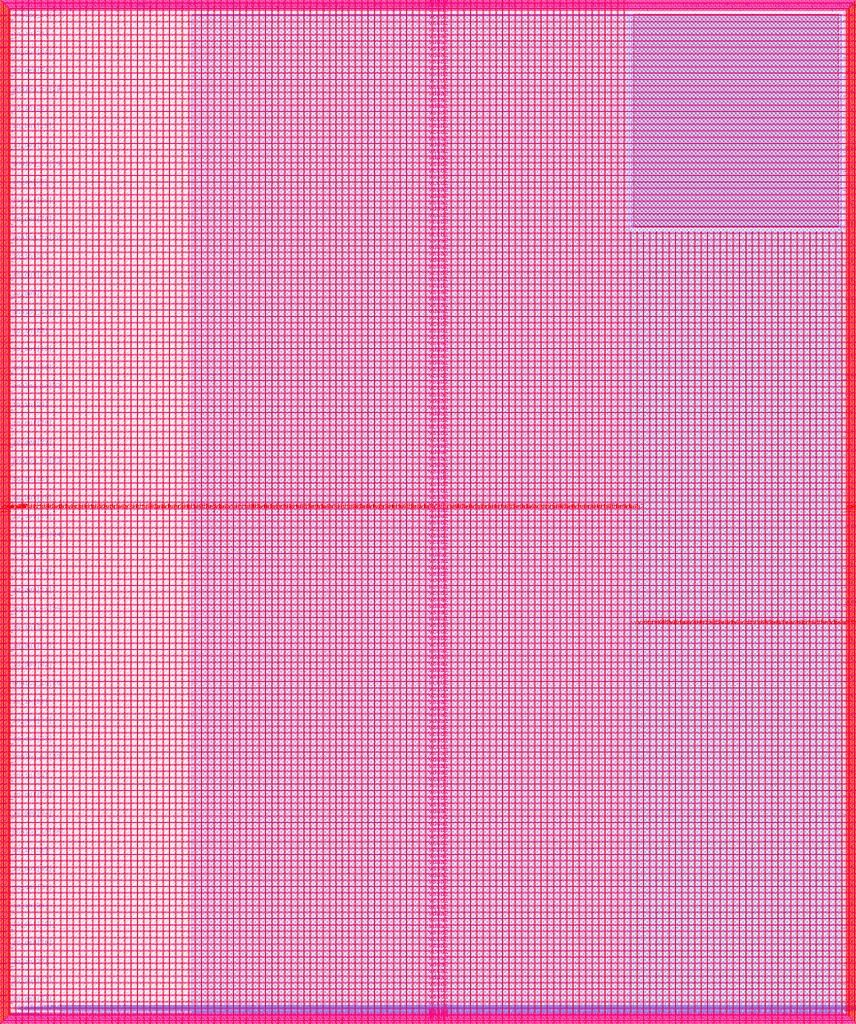
<source format=lef>
VERSION 5.7 ;
  NOWIREEXTENSIONATPIN ON ;
  DIVIDERCHAR "/" ;
  BUSBITCHARS "[]" ;
MACRO user_project_wrapper
  CLASS BLOCK ;
  FOREIGN user_project_wrapper ;
  ORIGIN 0.000 0.000 ;
  SIZE 2920.000 BY 3520.000 ;
  PIN analog_io[0]
    DIRECTION INOUT ;
    USE SIGNAL ;
    PORT
      LAYER met3 ;
        RECT 2917.600 1426.380 2924.800 1427.580 ;
    END
  END analog_io[0]
  PIN analog_io[10]
    DIRECTION INOUT ;
    USE SIGNAL ;
    PORT
      LAYER met2 ;
        RECT 2230.490 3517.600 2231.050 3524.800 ;
    END
  END analog_io[10]
  PIN analog_io[11]
    DIRECTION INOUT ;
    USE SIGNAL ;
    PORT
      LAYER met2 ;
        RECT 1905.730 3517.600 1906.290 3524.800 ;
    END
  END analog_io[11]
  PIN analog_io[12]
    DIRECTION INOUT ;
    USE SIGNAL ;
    PORT
      LAYER met2 ;
        RECT 1581.430 3517.600 1581.990 3524.800 ;
    END
  END analog_io[12]
  PIN analog_io[13]
    DIRECTION INOUT ;
    USE SIGNAL ;
    PORT
      LAYER met2 ;
        RECT 1257.130 3517.600 1257.690 3524.800 ;
    END
  END analog_io[13]
  PIN analog_io[14]
    DIRECTION INOUT ;
    USE SIGNAL ;
    PORT
      LAYER met2 ;
        RECT 932.370 3517.600 932.930 3524.800 ;
    END
  END analog_io[14]
  PIN analog_io[15]
    DIRECTION INOUT ;
    USE SIGNAL ;
    PORT
      LAYER met2 ;
        RECT 608.070 3517.600 608.630 3524.800 ;
    END
  END analog_io[15]
  PIN analog_io[16]
    DIRECTION INOUT ;
    USE SIGNAL ;
    PORT
      LAYER met2 ;
        RECT 283.770 3517.600 284.330 3524.800 ;
    END
  END analog_io[16]
  PIN analog_io[17]
    DIRECTION INOUT ;
    USE SIGNAL ;
    PORT
      LAYER met3 ;
        RECT -4.800 3486.100 2.400 3487.300 ;
    END
  END analog_io[17]
  PIN analog_io[18]
    DIRECTION INOUT ;
    USE SIGNAL ;
    PORT
      LAYER met3 ;
        RECT -4.800 3224.980 2.400 3226.180 ;
    END
  END analog_io[18]
  PIN analog_io[19]
    DIRECTION INOUT ;
    USE SIGNAL ;
    PORT
      LAYER met3 ;
        RECT -4.800 2964.540 2.400 2965.740 ;
    END
  END analog_io[19]
  PIN analog_io[1]
    DIRECTION INOUT ;
    USE SIGNAL ;
    PORT
      LAYER met3 ;
        RECT 2917.600 1692.260 2924.800 1693.460 ;
    END
  END analog_io[1]
  PIN analog_io[20]
    DIRECTION INOUT ;
    USE SIGNAL ;
    PORT
      LAYER met3 ;
        RECT -4.800 2703.420 2.400 2704.620 ;
    END
  END analog_io[20]
  PIN analog_io[21]
    DIRECTION INOUT ;
    USE SIGNAL ;
    PORT
      LAYER met3 ;
        RECT -4.800 2442.980 2.400 2444.180 ;
    END
  END analog_io[21]
  PIN analog_io[22]
    DIRECTION INOUT ;
    USE SIGNAL ;
    PORT
      LAYER met3 ;
        RECT -4.800 2182.540 2.400 2183.740 ;
    END
  END analog_io[22]
  PIN analog_io[23]
    DIRECTION INOUT ;
    USE SIGNAL ;
    PORT
      LAYER met3 ;
        RECT -4.800 1921.420 2.400 1922.620 ;
    END
  END analog_io[23]
  PIN analog_io[24]
    DIRECTION INOUT ;
    USE SIGNAL ;
    PORT
      LAYER met3 ;
        RECT -4.800 1660.980 2.400 1662.180 ;
    END
  END analog_io[24]
  PIN analog_io[25]
    DIRECTION INOUT ;
    USE SIGNAL ;
    PORT
      LAYER met3 ;
        RECT -4.800 1399.860 2.400 1401.060 ;
    END
  END analog_io[25]
  PIN analog_io[26]
    DIRECTION INOUT ;
    USE SIGNAL ;
    PORT
      LAYER met3 ;
        RECT -4.800 1139.420 2.400 1140.620 ;
    END
  END analog_io[26]
  PIN analog_io[27]
    DIRECTION INOUT ;
    USE SIGNAL ;
    PORT
      LAYER met3 ;
        RECT -4.800 878.980 2.400 880.180 ;
    END
  END analog_io[27]
  PIN analog_io[28]
    DIRECTION INOUT ;
    USE SIGNAL ;
    PORT
      LAYER met3 ;
        RECT -4.800 617.860 2.400 619.060 ;
    END
  END analog_io[28]
  PIN analog_io[2]
    DIRECTION INOUT ;
    USE SIGNAL ;
    PORT
      LAYER met3 ;
        RECT 2917.600 1958.140 2924.800 1959.340 ;
    END
  END analog_io[2]
  PIN analog_io[3]
    DIRECTION INOUT ;
    USE SIGNAL ;
    PORT
      LAYER met3 ;
        RECT 2917.600 2223.340 2924.800 2224.540 ;
    END
  END analog_io[3]
  PIN analog_io[4]
    DIRECTION INOUT ;
    USE SIGNAL ;
    PORT
      LAYER met3 ;
        RECT 2917.600 2489.220 2924.800 2490.420 ;
    END
  END analog_io[4]
  PIN analog_io[5]
    DIRECTION INOUT ;
    USE SIGNAL ;
    PORT
      LAYER met3 ;
        RECT 2917.600 2755.100 2924.800 2756.300 ;
    END
  END analog_io[5]
  PIN analog_io[6]
    DIRECTION INOUT ;
    USE SIGNAL ;
    PORT
      LAYER met3 ;
        RECT 2917.600 3020.300 2924.800 3021.500 ;
    END
  END analog_io[6]
  PIN analog_io[7]
    DIRECTION INOUT ;
    USE SIGNAL ;
    PORT
      LAYER met3 ;
        RECT 2917.600 3286.180 2924.800 3287.380 ;
    END
  END analog_io[7]
  PIN analog_io[8]
    DIRECTION INOUT ;
    USE SIGNAL ;
    PORT
      LAYER met2 ;
        RECT 2879.090 3517.600 2879.650 3524.800 ;
    END
  END analog_io[8]
  PIN analog_io[9]
    DIRECTION INOUT ;
    USE SIGNAL ;
    PORT
      LAYER met2 ;
        RECT 2554.790 3517.600 2555.350 3524.800 ;
    END
  END analog_io[9]
  PIN io_in[0]
    DIRECTION INPUT ;
    USE SIGNAL ;
    PORT
      LAYER met3 ;
        RECT 2917.600 32.380 2924.800 33.580 ;
    END
  END io_in[0]
  PIN io_in[10]
    DIRECTION INPUT ;
    USE SIGNAL ;
    PORT
      LAYER met3 ;
        RECT 2917.600 2289.980 2924.800 2291.180 ;
    END
  END io_in[10]
  PIN io_in[11]
    DIRECTION INPUT ;
    USE SIGNAL ;
    PORT
      LAYER met3 ;
        RECT 2917.600 2555.860 2924.800 2557.060 ;
    END
  END io_in[11]
  PIN io_in[12]
    DIRECTION INPUT ;
    USE SIGNAL ;
    PORT
      LAYER met3 ;
        RECT 2917.600 2821.060 2924.800 2822.260 ;
    END
  END io_in[12]
  PIN io_in[13]
    DIRECTION INPUT ;
    USE SIGNAL ;
    PORT
      LAYER met3 ;
        RECT 2917.600 3086.940 2924.800 3088.140 ;
    END
  END io_in[13]
  PIN io_in[14]
    DIRECTION INPUT ;
    USE SIGNAL ;
    PORT
      LAYER met3 ;
        RECT 2917.600 3352.820 2924.800 3354.020 ;
    END
  END io_in[14]
  PIN io_in[15]
    DIRECTION INPUT ;
    USE SIGNAL ;
    PORT
      LAYER met2 ;
        RECT 2798.130 3517.600 2798.690 3524.800 ;
    END
  END io_in[15]
  PIN io_in[16]
    DIRECTION INPUT ;
    USE SIGNAL ;
    PORT
      LAYER met2 ;
        RECT 2473.830 3517.600 2474.390 3524.800 ;
    END
  END io_in[16]
  PIN io_in[17]
    DIRECTION INPUT ;
    USE SIGNAL ;
    PORT
      LAYER met2 ;
        RECT 2149.070 3517.600 2149.630 3524.800 ;
    END
  END io_in[17]
  PIN io_in[18]
    DIRECTION INPUT ;
    USE SIGNAL ;
    PORT
      LAYER met2 ;
        RECT 1824.770 3517.600 1825.330 3524.800 ;
    END
  END io_in[18]
  PIN io_in[19]
    DIRECTION INPUT ;
    USE SIGNAL ;
    PORT
      LAYER met2 ;
        RECT 1500.470 3517.600 1501.030 3524.800 ;
    END
  END io_in[19]
  PIN io_in[1]
    DIRECTION INPUT ;
    USE SIGNAL ;
    PORT
      LAYER met3 ;
        RECT 2917.600 230.940 2924.800 232.140 ;
    END
  END io_in[1]
  PIN io_in[20]
    DIRECTION INPUT ;
    USE SIGNAL ;
    PORT
      LAYER met2 ;
        RECT 1175.710 3517.600 1176.270 3524.800 ;
    END
  END io_in[20]
  PIN io_in[21]
    DIRECTION INPUT ;
    USE SIGNAL ;
    PORT
      LAYER met2 ;
        RECT 851.410 3517.600 851.970 3524.800 ;
    END
  END io_in[21]
  PIN io_in[22]
    DIRECTION INPUT ;
    USE SIGNAL ;
    PORT
      LAYER met2 ;
        RECT 527.110 3517.600 527.670 3524.800 ;
    END
  END io_in[22]
  PIN io_in[23]
    DIRECTION INPUT ;
    USE SIGNAL ;
    PORT
      LAYER met2 ;
        RECT 202.350 3517.600 202.910 3524.800 ;
    END
  END io_in[23]
  PIN io_in[24]
    DIRECTION INPUT ;
    USE SIGNAL ;
    PORT
      LAYER met3 ;
        RECT -4.800 3420.820 2.400 3422.020 ;
    END
  END io_in[24]
  PIN io_in[25]
    DIRECTION INPUT ;
    USE SIGNAL ;
    PORT
      LAYER met3 ;
        RECT -4.800 3159.700 2.400 3160.900 ;
    END
  END io_in[25]
  PIN io_in[26]
    DIRECTION INPUT ;
    USE SIGNAL ;
    PORT
      LAYER met3 ;
        RECT -4.800 2899.260 2.400 2900.460 ;
    END
  END io_in[26]
  PIN io_in[27]
    DIRECTION INPUT ;
    USE SIGNAL ;
    PORT
      LAYER met3 ;
        RECT -4.800 2638.820 2.400 2640.020 ;
    END
  END io_in[27]
  PIN io_in[28]
    DIRECTION INPUT ;
    USE SIGNAL ;
    PORT
      LAYER met3 ;
        RECT -4.800 2377.700 2.400 2378.900 ;
    END
  END io_in[28]
  PIN io_in[29]
    DIRECTION INPUT ;
    USE SIGNAL ;
    PORT
      LAYER met3 ;
        RECT -4.800 2117.260 2.400 2118.460 ;
    END
  END io_in[29]
  PIN io_in[2]
    DIRECTION INPUT ;
    USE SIGNAL ;
    PORT
      LAYER met3 ;
        RECT 2917.600 430.180 2924.800 431.380 ;
    END
  END io_in[2]
  PIN io_in[30]
    DIRECTION INPUT ;
    USE SIGNAL ;
    PORT
      LAYER met3 ;
        RECT -4.800 1856.140 2.400 1857.340 ;
    END
  END io_in[30]
  PIN io_in[31]
    DIRECTION INPUT ;
    USE SIGNAL ;
    PORT
      LAYER met3 ;
        RECT -4.800 1595.700 2.400 1596.900 ;
    END
  END io_in[31]
  PIN io_in[32]
    DIRECTION INPUT ;
    USE SIGNAL ;
    PORT
      LAYER met3 ;
        RECT -4.800 1335.260 2.400 1336.460 ;
    END
  END io_in[32]
  PIN io_in[33]
    DIRECTION INPUT ;
    USE SIGNAL ;
    PORT
      LAYER met3 ;
        RECT -4.800 1074.140 2.400 1075.340 ;
    END
  END io_in[33]
  PIN io_in[34]
    DIRECTION INPUT ;
    USE SIGNAL ;
    PORT
      LAYER met3 ;
        RECT -4.800 813.700 2.400 814.900 ;
    END
  END io_in[34]
  PIN io_in[35]
    DIRECTION INPUT ;
    USE SIGNAL ;
    PORT
      LAYER met3 ;
        RECT -4.800 552.580 2.400 553.780 ;
    END
  END io_in[35]
  PIN io_in[36]
    DIRECTION INPUT ;
    USE SIGNAL ;
    PORT
      LAYER met3 ;
        RECT -4.800 357.420 2.400 358.620 ;
    END
  END io_in[36]
  PIN io_in[37]
    DIRECTION INPUT ;
    USE SIGNAL ;
    PORT
      LAYER met3 ;
        RECT -4.800 161.580 2.400 162.780 ;
    END
  END io_in[37]
  PIN io_in[3]
    DIRECTION INPUT ;
    USE SIGNAL ;
    PORT
      LAYER met3 ;
        RECT 2917.600 629.420 2924.800 630.620 ;
    END
  END io_in[3]
  PIN io_in[4]
    DIRECTION INPUT ;
    USE SIGNAL ;
    PORT
      LAYER met3 ;
        RECT 2917.600 828.660 2924.800 829.860 ;
    END
  END io_in[4]
  PIN io_in[5]
    DIRECTION INPUT ;
    USE SIGNAL ;
    PORT
      LAYER met3 ;
        RECT 2917.600 1027.900 2924.800 1029.100 ;
    END
  END io_in[5]
  PIN io_in[6]
    DIRECTION INPUT ;
    USE SIGNAL ;
    PORT
      LAYER met3 ;
        RECT 2917.600 1227.140 2924.800 1228.340 ;
    END
  END io_in[6]
  PIN io_in[7]
    DIRECTION INPUT ;
    USE SIGNAL ;
    PORT
      LAYER met3 ;
        RECT 2917.600 1493.020 2924.800 1494.220 ;
    END
  END io_in[7]
  PIN io_in[8]
    DIRECTION INPUT ;
    USE SIGNAL ;
    PORT
      LAYER met3 ;
        RECT 2917.600 1758.900 2924.800 1760.100 ;
    END
  END io_in[8]
  PIN io_in[9]
    DIRECTION INPUT ;
    USE SIGNAL ;
    PORT
      LAYER met3 ;
        RECT 2917.600 2024.100 2924.800 2025.300 ;
    END
  END io_in[9]
  PIN io_oeb[0]
    DIRECTION OUTPUT TRISTATE ;
    USE SIGNAL ;
    PORT
      LAYER met3 ;
        RECT 2917.600 164.980 2924.800 166.180 ;
    END
  END io_oeb[0]
  PIN io_oeb[10]
    DIRECTION OUTPUT TRISTATE ;
    USE SIGNAL ;
    PORT
      LAYER met3 ;
        RECT 2917.600 2422.580 2924.800 2423.780 ;
    END
  END io_oeb[10]
  PIN io_oeb[11]
    DIRECTION OUTPUT TRISTATE ;
    USE SIGNAL ;
    PORT
      LAYER met3 ;
        RECT 2917.600 2688.460 2924.800 2689.660 ;
    END
  END io_oeb[11]
  PIN io_oeb[12]
    DIRECTION OUTPUT TRISTATE ;
    USE SIGNAL ;
    PORT
      LAYER met3 ;
        RECT 2917.600 2954.340 2924.800 2955.540 ;
    END
  END io_oeb[12]
  PIN io_oeb[13]
    DIRECTION OUTPUT TRISTATE ;
    USE SIGNAL ;
    PORT
      LAYER met3 ;
        RECT 2917.600 3219.540 2924.800 3220.740 ;
    END
  END io_oeb[13]
  PIN io_oeb[14]
    DIRECTION OUTPUT TRISTATE ;
    USE SIGNAL ;
    PORT
      LAYER met3 ;
        RECT 2917.600 3485.420 2924.800 3486.620 ;
    END
  END io_oeb[14]
  PIN io_oeb[15]
    DIRECTION OUTPUT TRISTATE ;
    USE SIGNAL ;
    PORT
      LAYER met2 ;
        RECT 2635.750 3517.600 2636.310 3524.800 ;
    END
  END io_oeb[15]
  PIN io_oeb[16]
    DIRECTION OUTPUT TRISTATE ;
    USE SIGNAL ;
    PORT
      LAYER met2 ;
        RECT 2311.450 3517.600 2312.010 3524.800 ;
    END
  END io_oeb[16]
  PIN io_oeb[17]
    DIRECTION OUTPUT TRISTATE ;
    USE SIGNAL ;
    PORT
      LAYER met2 ;
        RECT 1987.150 3517.600 1987.710 3524.800 ;
    END
  END io_oeb[17]
  PIN io_oeb[18]
    DIRECTION OUTPUT TRISTATE ;
    USE SIGNAL ;
    PORT
      LAYER met2 ;
        RECT 1662.390 3517.600 1662.950 3524.800 ;
    END
  END io_oeb[18]
  PIN io_oeb[19]
    DIRECTION OUTPUT TRISTATE ;
    USE SIGNAL ;
    PORT
      LAYER met2 ;
        RECT 1338.090 3517.600 1338.650 3524.800 ;
    END
  END io_oeb[19]
  PIN io_oeb[1]
    DIRECTION OUTPUT TRISTATE ;
    USE SIGNAL ;
    PORT
      LAYER met3 ;
        RECT 2917.600 364.220 2924.800 365.420 ;
    END
  END io_oeb[1]
  PIN io_oeb[20]
    DIRECTION OUTPUT TRISTATE ;
    USE SIGNAL ;
    PORT
      LAYER met2 ;
        RECT 1013.790 3517.600 1014.350 3524.800 ;
    END
  END io_oeb[20]
  PIN io_oeb[21]
    DIRECTION OUTPUT TRISTATE ;
    USE SIGNAL ;
    PORT
      LAYER met2 ;
        RECT 689.030 3517.600 689.590 3524.800 ;
    END
  END io_oeb[21]
  PIN io_oeb[22]
    DIRECTION OUTPUT TRISTATE ;
    USE SIGNAL ;
    PORT
      LAYER met2 ;
        RECT 364.730 3517.600 365.290 3524.800 ;
    END
  END io_oeb[22]
  PIN io_oeb[23]
    DIRECTION OUTPUT TRISTATE ;
    USE SIGNAL ;
    PORT
      LAYER met2 ;
        RECT 40.430 3517.600 40.990 3524.800 ;
    END
  END io_oeb[23]
  PIN io_oeb[24]
    DIRECTION OUTPUT TRISTATE ;
    USE SIGNAL ;
    PORT
      LAYER met3 ;
        RECT -4.800 3290.260 2.400 3291.460 ;
    END
  END io_oeb[24]
  PIN io_oeb[25]
    DIRECTION OUTPUT TRISTATE ;
    USE SIGNAL ;
    PORT
      LAYER met3 ;
        RECT -4.800 3029.820 2.400 3031.020 ;
    END
  END io_oeb[25]
  PIN io_oeb[26]
    DIRECTION OUTPUT TRISTATE ;
    USE SIGNAL ;
    PORT
      LAYER met3 ;
        RECT -4.800 2768.700 2.400 2769.900 ;
    END
  END io_oeb[26]
  PIN io_oeb[27]
    DIRECTION OUTPUT TRISTATE ;
    USE SIGNAL ;
    PORT
      LAYER met3 ;
        RECT -4.800 2508.260 2.400 2509.460 ;
    END
  END io_oeb[27]
  PIN io_oeb[28]
    DIRECTION OUTPUT TRISTATE ;
    USE SIGNAL ;
    PORT
      LAYER met3 ;
        RECT -4.800 2247.140 2.400 2248.340 ;
    END
  END io_oeb[28]
  PIN io_oeb[29]
    DIRECTION OUTPUT TRISTATE ;
    USE SIGNAL ;
    PORT
      LAYER met3 ;
        RECT -4.800 1986.700 2.400 1987.900 ;
    END
  END io_oeb[29]
  PIN io_oeb[2]
    DIRECTION OUTPUT TRISTATE ;
    USE SIGNAL ;
    PORT
      LAYER met3 ;
        RECT 2917.600 563.460 2924.800 564.660 ;
    END
  END io_oeb[2]
  PIN io_oeb[30]
    DIRECTION OUTPUT TRISTATE ;
    USE SIGNAL ;
    PORT
      LAYER met3 ;
        RECT -4.800 1726.260 2.400 1727.460 ;
    END
  END io_oeb[30]
  PIN io_oeb[31]
    DIRECTION OUTPUT TRISTATE ;
    USE SIGNAL ;
    PORT
      LAYER met3 ;
        RECT -4.800 1465.140 2.400 1466.340 ;
    END
  END io_oeb[31]
  PIN io_oeb[32]
    DIRECTION OUTPUT TRISTATE ;
    USE SIGNAL ;
    PORT
      LAYER met3 ;
        RECT -4.800 1204.700 2.400 1205.900 ;
    END
  END io_oeb[32]
  PIN io_oeb[33]
    DIRECTION OUTPUT TRISTATE ;
    USE SIGNAL ;
    PORT
      LAYER met3 ;
        RECT -4.800 943.580 2.400 944.780 ;
    END
  END io_oeb[33]
  PIN io_oeb[34]
    DIRECTION OUTPUT TRISTATE ;
    USE SIGNAL ;
    PORT
      LAYER met3 ;
        RECT -4.800 683.140 2.400 684.340 ;
    END
  END io_oeb[34]
  PIN io_oeb[35]
    DIRECTION OUTPUT TRISTATE ;
    USE SIGNAL ;
    PORT
      LAYER met3 ;
        RECT -4.800 422.700 2.400 423.900 ;
    END
  END io_oeb[35]
  PIN io_oeb[36]
    DIRECTION OUTPUT TRISTATE ;
    USE SIGNAL ;
    PORT
      LAYER met3 ;
        RECT -4.800 226.860 2.400 228.060 ;
    END
  END io_oeb[36]
  PIN io_oeb[37]
    DIRECTION OUTPUT TRISTATE ;
    USE SIGNAL ;
    PORT
      LAYER met3 ;
        RECT -4.800 31.700 2.400 32.900 ;
    END
  END io_oeb[37]
  PIN io_oeb[3]
    DIRECTION OUTPUT TRISTATE ;
    USE SIGNAL ;
    PORT
      LAYER met3 ;
        RECT 2917.600 762.700 2924.800 763.900 ;
    END
  END io_oeb[3]
  PIN io_oeb[4]
    DIRECTION OUTPUT TRISTATE ;
    USE SIGNAL ;
    PORT
      LAYER met3 ;
        RECT 2917.600 961.940 2924.800 963.140 ;
    END
  END io_oeb[4]
  PIN io_oeb[5]
    DIRECTION OUTPUT TRISTATE ;
    USE SIGNAL ;
    PORT
      LAYER met3 ;
        RECT 2917.600 1161.180 2924.800 1162.380 ;
    END
  END io_oeb[5]
  PIN io_oeb[6]
    DIRECTION OUTPUT TRISTATE ;
    USE SIGNAL ;
    PORT
      LAYER met3 ;
        RECT 2917.600 1360.420 2924.800 1361.620 ;
    END
  END io_oeb[6]
  PIN io_oeb[7]
    DIRECTION OUTPUT TRISTATE ;
    USE SIGNAL ;
    PORT
      LAYER met3 ;
        RECT 2917.600 1625.620 2924.800 1626.820 ;
    END
  END io_oeb[7]
  PIN io_oeb[8]
    DIRECTION OUTPUT TRISTATE ;
    USE SIGNAL ;
    PORT
      LAYER met3 ;
        RECT 2917.600 1891.500 2924.800 1892.700 ;
    END
  END io_oeb[8]
  PIN io_oeb[9]
    DIRECTION OUTPUT TRISTATE ;
    USE SIGNAL ;
    PORT
      LAYER met3 ;
        RECT 2917.600 2157.380 2924.800 2158.580 ;
    END
  END io_oeb[9]
  PIN io_out[0]
    DIRECTION OUTPUT TRISTATE ;
    USE SIGNAL ;
    PORT
      LAYER met3 ;
        RECT 2917.600 98.340 2924.800 99.540 ;
    END
  END io_out[0]
  PIN io_out[10]
    DIRECTION OUTPUT TRISTATE ;
    USE SIGNAL ;
    PORT
      LAYER met3 ;
        RECT 2917.600 2356.620 2924.800 2357.820 ;
    END
  END io_out[10]
  PIN io_out[11]
    DIRECTION OUTPUT TRISTATE ;
    USE SIGNAL ;
    PORT
      LAYER met3 ;
        RECT 2917.600 2621.820 2924.800 2623.020 ;
    END
  END io_out[11]
  PIN io_out[12]
    DIRECTION OUTPUT TRISTATE ;
    USE SIGNAL ;
    PORT
      LAYER met3 ;
        RECT 2917.600 2887.700 2924.800 2888.900 ;
    END
  END io_out[12]
  PIN io_out[13]
    DIRECTION OUTPUT TRISTATE ;
    USE SIGNAL ;
    PORT
      LAYER met3 ;
        RECT 2917.600 3153.580 2924.800 3154.780 ;
    END
  END io_out[13]
  PIN io_out[14]
    DIRECTION OUTPUT TRISTATE ;
    USE SIGNAL ;
    PORT
      LAYER met3 ;
        RECT 2917.600 3418.780 2924.800 3419.980 ;
    END
  END io_out[14]
  PIN io_out[15]
    DIRECTION OUTPUT TRISTATE ;
    USE SIGNAL ;
    PORT
      LAYER met2 ;
        RECT 2717.170 3517.600 2717.730 3524.800 ;
    END
  END io_out[15]
  PIN io_out[16]
    DIRECTION OUTPUT TRISTATE ;
    USE SIGNAL ;
    PORT
      LAYER met2 ;
        RECT 2392.410 3517.600 2392.970 3524.800 ;
    END
  END io_out[16]
  PIN io_out[17]
    DIRECTION OUTPUT TRISTATE ;
    USE SIGNAL ;
    PORT
      LAYER met2 ;
        RECT 2068.110 3517.600 2068.670 3524.800 ;
    END
  END io_out[17]
  PIN io_out[18]
    DIRECTION OUTPUT TRISTATE ;
    USE SIGNAL ;
    PORT
      LAYER met2 ;
        RECT 1743.810 3517.600 1744.370 3524.800 ;
    END
  END io_out[18]
  PIN io_out[19]
    DIRECTION OUTPUT TRISTATE ;
    USE SIGNAL ;
    PORT
      LAYER met2 ;
        RECT 1419.050 3517.600 1419.610 3524.800 ;
    END
  END io_out[19]
  PIN io_out[1]
    DIRECTION OUTPUT TRISTATE ;
    USE SIGNAL ;
    PORT
      LAYER met3 ;
        RECT 2917.600 297.580 2924.800 298.780 ;
    END
  END io_out[1]
  PIN io_out[20]
    DIRECTION OUTPUT TRISTATE ;
    USE SIGNAL ;
    PORT
      LAYER met2 ;
        RECT 1094.750 3517.600 1095.310 3524.800 ;
    END
  END io_out[20]
  PIN io_out[21]
    DIRECTION OUTPUT TRISTATE ;
    USE SIGNAL ;
    PORT
      LAYER met2 ;
        RECT 770.450 3517.600 771.010 3524.800 ;
    END
  END io_out[21]
  PIN io_out[22]
    DIRECTION OUTPUT TRISTATE ;
    USE SIGNAL ;
    PORT
      LAYER met2 ;
        RECT 445.690 3517.600 446.250 3524.800 ;
    END
  END io_out[22]
  PIN io_out[23]
    DIRECTION OUTPUT TRISTATE ;
    USE SIGNAL ;
    PORT
      LAYER met2 ;
        RECT 121.390 3517.600 121.950 3524.800 ;
    END
  END io_out[23]
  PIN io_out[24]
    DIRECTION OUTPUT TRISTATE ;
    USE SIGNAL ;
    PORT
      LAYER met3 ;
        RECT -4.800 3355.540 2.400 3356.740 ;
    END
  END io_out[24]
  PIN io_out[25]
    DIRECTION OUTPUT TRISTATE ;
    USE SIGNAL ;
    PORT
      LAYER met3 ;
        RECT -4.800 3095.100 2.400 3096.300 ;
    END
  END io_out[25]
  PIN io_out[26]
    DIRECTION OUTPUT TRISTATE ;
    USE SIGNAL ;
    PORT
      LAYER met3 ;
        RECT -4.800 2833.980 2.400 2835.180 ;
    END
  END io_out[26]
  PIN io_out[27]
    DIRECTION OUTPUT TRISTATE ;
    USE SIGNAL ;
    PORT
      LAYER met3 ;
        RECT -4.800 2573.540 2.400 2574.740 ;
    END
  END io_out[27]
  PIN io_out[28]
    DIRECTION OUTPUT TRISTATE ;
    USE SIGNAL ;
    PORT
      LAYER met3 ;
        RECT -4.800 2312.420 2.400 2313.620 ;
    END
  END io_out[28]
  PIN io_out[29]
    DIRECTION OUTPUT TRISTATE ;
    USE SIGNAL ;
    PORT
      LAYER met3 ;
        RECT -4.800 2051.980 2.400 2053.180 ;
    END
  END io_out[29]
  PIN io_out[2]
    DIRECTION OUTPUT TRISTATE ;
    USE SIGNAL ;
    PORT
      LAYER met3 ;
        RECT 2917.600 496.820 2924.800 498.020 ;
    END
  END io_out[2]
  PIN io_out[30]
    DIRECTION OUTPUT TRISTATE ;
    USE SIGNAL ;
    PORT
      LAYER met3 ;
        RECT -4.800 1791.540 2.400 1792.740 ;
    END
  END io_out[30]
  PIN io_out[31]
    DIRECTION OUTPUT TRISTATE ;
    USE SIGNAL ;
    PORT
      LAYER met3 ;
        RECT -4.800 1530.420 2.400 1531.620 ;
    END
  END io_out[31]
  PIN io_out[32]
    DIRECTION OUTPUT TRISTATE ;
    USE SIGNAL ;
    PORT
      LAYER met3 ;
        RECT -4.800 1269.980 2.400 1271.180 ;
    END
  END io_out[32]
  PIN io_out[33]
    DIRECTION OUTPUT TRISTATE ;
    USE SIGNAL ;
    PORT
      LAYER met3 ;
        RECT -4.800 1008.860 2.400 1010.060 ;
    END
  END io_out[33]
  PIN io_out[34]
    DIRECTION OUTPUT TRISTATE ;
    USE SIGNAL ;
    PORT
      LAYER met3 ;
        RECT -4.800 748.420 2.400 749.620 ;
    END
  END io_out[34]
  PIN io_out[35]
    DIRECTION OUTPUT TRISTATE ;
    USE SIGNAL ;
    PORT
      LAYER met3 ;
        RECT -4.800 487.300 2.400 488.500 ;
    END
  END io_out[35]
  PIN io_out[36]
    DIRECTION OUTPUT TRISTATE ;
    USE SIGNAL ;
    PORT
      LAYER met3 ;
        RECT -4.800 292.140 2.400 293.340 ;
    END
  END io_out[36]
  PIN io_out[37]
    DIRECTION OUTPUT TRISTATE ;
    USE SIGNAL ;
    PORT
      LAYER met3 ;
        RECT -4.800 96.300 2.400 97.500 ;
    END
  END io_out[37]
  PIN io_out[3]
    DIRECTION OUTPUT TRISTATE ;
    USE SIGNAL ;
    PORT
      LAYER met3 ;
        RECT 2917.600 696.060 2924.800 697.260 ;
    END
  END io_out[3]
  PIN io_out[4]
    DIRECTION OUTPUT TRISTATE ;
    USE SIGNAL ;
    PORT
      LAYER met3 ;
        RECT 2917.600 895.300 2924.800 896.500 ;
    END
  END io_out[4]
  PIN io_out[5]
    DIRECTION OUTPUT TRISTATE ;
    USE SIGNAL ;
    PORT
      LAYER met3 ;
        RECT 2917.600 1094.540 2924.800 1095.740 ;
    END
  END io_out[5]
  PIN io_out[6]
    DIRECTION OUTPUT TRISTATE ;
    USE SIGNAL ;
    PORT
      LAYER met3 ;
        RECT 2917.600 1293.780 2924.800 1294.980 ;
    END
  END io_out[6]
  PIN io_out[7]
    DIRECTION OUTPUT TRISTATE ;
    USE SIGNAL ;
    PORT
      LAYER met3 ;
        RECT 2917.600 1559.660 2924.800 1560.860 ;
    END
  END io_out[7]
  PIN io_out[8]
    DIRECTION OUTPUT TRISTATE ;
    USE SIGNAL ;
    PORT
      LAYER met3 ;
        RECT 2917.600 1824.860 2924.800 1826.060 ;
    END
  END io_out[8]
  PIN io_out[9]
    DIRECTION OUTPUT TRISTATE ;
    USE SIGNAL ;
    PORT
      LAYER met3 ;
        RECT 2917.600 2090.740 2924.800 2091.940 ;
    END
  END io_out[9]
  PIN la_data_in[0]
    DIRECTION INPUT ;
    USE SIGNAL ;
    PORT
      LAYER met2 ;
        RECT 629.230 -4.800 629.790 2.400 ;
    END
  END la_data_in[0]
  PIN la_data_in[100]
    DIRECTION INPUT ;
    USE SIGNAL ;
    PORT
      LAYER met2 ;
        RECT 2402.530 -4.800 2403.090 2.400 ;
    END
  END la_data_in[100]
  PIN la_data_in[101]
    DIRECTION INPUT ;
    USE SIGNAL ;
    PORT
      LAYER met2 ;
        RECT 2420.010 -4.800 2420.570 2.400 ;
    END
  END la_data_in[101]
  PIN la_data_in[102]
    DIRECTION INPUT ;
    USE SIGNAL ;
    PORT
      LAYER met2 ;
        RECT 2437.950 -4.800 2438.510 2.400 ;
    END
  END la_data_in[102]
  PIN la_data_in[103]
    DIRECTION INPUT ;
    USE SIGNAL ;
    PORT
      LAYER met2 ;
        RECT 2455.430 -4.800 2455.990 2.400 ;
    END
  END la_data_in[103]
  PIN la_data_in[104]
    DIRECTION INPUT ;
    USE SIGNAL ;
    PORT
      LAYER met2 ;
        RECT 2473.370 -4.800 2473.930 2.400 ;
    END
  END la_data_in[104]
  PIN la_data_in[105]
    DIRECTION INPUT ;
    USE SIGNAL ;
    PORT
      LAYER met2 ;
        RECT 2490.850 -4.800 2491.410 2.400 ;
    END
  END la_data_in[105]
  PIN la_data_in[106]
    DIRECTION INPUT ;
    USE SIGNAL ;
    PORT
      LAYER met2 ;
        RECT 2508.790 -4.800 2509.350 2.400 ;
    END
  END la_data_in[106]
  PIN la_data_in[107]
    DIRECTION INPUT ;
    USE SIGNAL ;
    PORT
      LAYER met2 ;
        RECT 2526.730 -4.800 2527.290 2.400 ;
    END
  END la_data_in[107]
  PIN la_data_in[108]
    DIRECTION INPUT ;
    USE SIGNAL ;
    PORT
      LAYER met2 ;
        RECT 2544.210 -4.800 2544.770 2.400 ;
    END
  END la_data_in[108]
  PIN la_data_in[109]
    DIRECTION INPUT ;
    USE SIGNAL ;
    PORT
      LAYER met2 ;
        RECT 2562.150 -4.800 2562.710 2.400 ;
    END
  END la_data_in[109]
  PIN la_data_in[10]
    DIRECTION INPUT ;
    USE SIGNAL ;
    PORT
      LAYER met2 ;
        RECT 806.330 -4.800 806.890 2.400 ;
    END
  END la_data_in[10]
  PIN la_data_in[110]
    DIRECTION INPUT ;
    USE SIGNAL ;
    PORT
      LAYER met2 ;
        RECT 2579.630 -4.800 2580.190 2.400 ;
    END
  END la_data_in[110]
  PIN la_data_in[111]
    DIRECTION INPUT ;
    USE SIGNAL ;
    PORT
      LAYER met2 ;
        RECT 2597.570 -4.800 2598.130 2.400 ;
    END
  END la_data_in[111]
  PIN la_data_in[112]
    DIRECTION INPUT ;
    USE SIGNAL ;
    PORT
      LAYER met2 ;
        RECT 2615.050 -4.800 2615.610 2.400 ;
    END
  END la_data_in[112]
  PIN la_data_in[113]
    DIRECTION INPUT ;
    USE SIGNAL ;
    PORT
      LAYER met2 ;
        RECT 2632.990 -4.800 2633.550 2.400 ;
    END
  END la_data_in[113]
  PIN la_data_in[114]
    DIRECTION INPUT ;
    USE SIGNAL ;
    PORT
      LAYER met2 ;
        RECT 2650.470 -4.800 2651.030 2.400 ;
    END
  END la_data_in[114]
  PIN la_data_in[115]
    DIRECTION INPUT ;
    USE SIGNAL ;
    PORT
      LAYER met2 ;
        RECT 2668.410 -4.800 2668.970 2.400 ;
    END
  END la_data_in[115]
  PIN la_data_in[116]
    DIRECTION INPUT ;
    USE SIGNAL ;
    PORT
      LAYER met2 ;
        RECT 2685.890 -4.800 2686.450 2.400 ;
    END
  END la_data_in[116]
  PIN la_data_in[117]
    DIRECTION INPUT ;
    USE SIGNAL ;
    PORT
      LAYER met2 ;
        RECT 2703.830 -4.800 2704.390 2.400 ;
    END
  END la_data_in[117]
  PIN la_data_in[118]
    DIRECTION INPUT ;
    USE SIGNAL ;
    PORT
      LAYER met2 ;
        RECT 2721.770 -4.800 2722.330 2.400 ;
    END
  END la_data_in[118]
  PIN la_data_in[119]
    DIRECTION INPUT ;
    USE SIGNAL ;
    PORT
      LAYER met2 ;
        RECT 2739.250 -4.800 2739.810 2.400 ;
    END
  END la_data_in[119]
  PIN la_data_in[11]
    DIRECTION INPUT ;
    USE SIGNAL ;
    PORT
      LAYER met2 ;
        RECT 824.270 -4.800 824.830 2.400 ;
    END
  END la_data_in[11]
  PIN la_data_in[120]
    DIRECTION INPUT ;
    USE SIGNAL ;
    PORT
      LAYER met2 ;
        RECT 2757.190 -4.800 2757.750 2.400 ;
    END
  END la_data_in[120]
  PIN la_data_in[121]
    DIRECTION INPUT ;
    USE SIGNAL ;
    PORT
      LAYER met2 ;
        RECT 2774.670 -4.800 2775.230 2.400 ;
    END
  END la_data_in[121]
  PIN la_data_in[122]
    DIRECTION INPUT ;
    USE SIGNAL ;
    PORT
      LAYER met2 ;
        RECT 2792.610 -4.800 2793.170 2.400 ;
    END
  END la_data_in[122]
  PIN la_data_in[123]
    DIRECTION INPUT ;
    USE SIGNAL ;
    PORT
      LAYER met2 ;
        RECT 2810.090 -4.800 2810.650 2.400 ;
    END
  END la_data_in[123]
  PIN la_data_in[124]
    DIRECTION INPUT ;
    USE SIGNAL ;
    PORT
      LAYER met2 ;
        RECT 2828.030 -4.800 2828.590 2.400 ;
    END
  END la_data_in[124]
  PIN la_data_in[125]
    DIRECTION INPUT ;
    USE SIGNAL ;
    PORT
      LAYER met2 ;
        RECT 2845.510 -4.800 2846.070 2.400 ;
    END
  END la_data_in[125]
  PIN la_data_in[126]
    DIRECTION INPUT ;
    USE SIGNAL ;
    PORT
      LAYER met2 ;
        RECT 2863.450 -4.800 2864.010 2.400 ;
    END
  END la_data_in[126]
  PIN la_data_in[127]
    DIRECTION INPUT ;
    USE SIGNAL ;
    PORT
      LAYER met2 ;
        RECT 2881.390 -4.800 2881.950 2.400 ;
    END
  END la_data_in[127]
  PIN la_data_in[12]
    DIRECTION INPUT ;
    USE SIGNAL ;
    PORT
      LAYER met2 ;
        RECT 841.750 -4.800 842.310 2.400 ;
    END
  END la_data_in[12]
  PIN la_data_in[13]
    DIRECTION INPUT ;
    USE SIGNAL ;
    PORT
      LAYER met2 ;
        RECT 859.690 -4.800 860.250 2.400 ;
    END
  END la_data_in[13]
  PIN la_data_in[14]
    DIRECTION INPUT ;
    USE SIGNAL ;
    PORT
      LAYER met2 ;
        RECT 877.170 -4.800 877.730 2.400 ;
    END
  END la_data_in[14]
  PIN la_data_in[15]
    DIRECTION INPUT ;
    USE SIGNAL ;
    PORT
      LAYER met2 ;
        RECT 895.110 -4.800 895.670 2.400 ;
    END
  END la_data_in[15]
  PIN la_data_in[16]
    DIRECTION INPUT ;
    USE SIGNAL ;
    PORT
      LAYER met2 ;
        RECT 912.590 -4.800 913.150 2.400 ;
    END
  END la_data_in[16]
  PIN la_data_in[17]
    DIRECTION INPUT ;
    USE SIGNAL ;
    PORT
      LAYER met2 ;
        RECT 930.530 -4.800 931.090 2.400 ;
    END
  END la_data_in[17]
  PIN la_data_in[18]
    DIRECTION INPUT ;
    USE SIGNAL ;
    PORT
      LAYER met2 ;
        RECT 948.470 -4.800 949.030 2.400 ;
    END
  END la_data_in[18]
  PIN la_data_in[19]
    DIRECTION INPUT ;
    USE SIGNAL ;
    PORT
      LAYER met2 ;
        RECT 965.950 -4.800 966.510 2.400 ;
    END
  END la_data_in[19]
  PIN la_data_in[1]
    DIRECTION INPUT ;
    USE SIGNAL ;
    PORT
      LAYER met2 ;
        RECT 646.710 -4.800 647.270 2.400 ;
    END
  END la_data_in[1]
  PIN la_data_in[20]
    DIRECTION INPUT ;
    USE SIGNAL ;
    PORT
      LAYER met2 ;
        RECT 983.890 -4.800 984.450 2.400 ;
    END
  END la_data_in[20]
  PIN la_data_in[21]
    DIRECTION INPUT ;
    USE SIGNAL ;
    PORT
      LAYER met2 ;
        RECT 1001.370 -4.800 1001.930 2.400 ;
    END
  END la_data_in[21]
  PIN la_data_in[22]
    DIRECTION INPUT ;
    USE SIGNAL ;
    PORT
      LAYER met2 ;
        RECT 1019.310 -4.800 1019.870 2.400 ;
    END
  END la_data_in[22]
  PIN la_data_in[23]
    DIRECTION INPUT ;
    USE SIGNAL ;
    PORT
      LAYER met2 ;
        RECT 1036.790 -4.800 1037.350 2.400 ;
    END
  END la_data_in[23]
  PIN la_data_in[24]
    DIRECTION INPUT ;
    USE SIGNAL ;
    PORT
      LAYER met2 ;
        RECT 1054.730 -4.800 1055.290 2.400 ;
    END
  END la_data_in[24]
  PIN la_data_in[25]
    DIRECTION INPUT ;
    USE SIGNAL ;
    PORT
      LAYER met2 ;
        RECT 1072.210 -4.800 1072.770 2.400 ;
    END
  END la_data_in[25]
  PIN la_data_in[26]
    DIRECTION INPUT ;
    USE SIGNAL ;
    PORT
      LAYER met2 ;
        RECT 1090.150 -4.800 1090.710 2.400 ;
    END
  END la_data_in[26]
  PIN la_data_in[27]
    DIRECTION INPUT ;
    USE SIGNAL ;
    PORT
      LAYER met2 ;
        RECT 1107.630 -4.800 1108.190 2.400 ;
    END
  END la_data_in[27]
  PIN la_data_in[28]
    DIRECTION INPUT ;
    USE SIGNAL ;
    PORT
      LAYER met2 ;
        RECT 1125.570 -4.800 1126.130 2.400 ;
    END
  END la_data_in[28]
  PIN la_data_in[29]
    DIRECTION INPUT ;
    USE SIGNAL ;
    PORT
      LAYER met2 ;
        RECT 1143.510 -4.800 1144.070 2.400 ;
    END
  END la_data_in[29]
  PIN la_data_in[2]
    DIRECTION INPUT ;
    USE SIGNAL ;
    PORT
      LAYER met2 ;
        RECT 664.650 -4.800 665.210 2.400 ;
    END
  END la_data_in[2]
  PIN la_data_in[30]
    DIRECTION INPUT ;
    USE SIGNAL ;
    PORT
      LAYER met2 ;
        RECT 1160.990 -4.800 1161.550 2.400 ;
    END
  END la_data_in[30]
  PIN la_data_in[31]
    DIRECTION INPUT ;
    USE SIGNAL ;
    PORT
      LAYER met2 ;
        RECT 1178.930 -4.800 1179.490 2.400 ;
    END
  END la_data_in[31]
  PIN la_data_in[32]
    DIRECTION INPUT ;
    USE SIGNAL ;
    PORT
      LAYER met2 ;
        RECT 1196.410 -4.800 1196.970 2.400 ;
    END
  END la_data_in[32]
  PIN la_data_in[33]
    DIRECTION INPUT ;
    USE SIGNAL ;
    PORT
      LAYER met2 ;
        RECT 1214.350 -4.800 1214.910 2.400 ;
    END
  END la_data_in[33]
  PIN la_data_in[34]
    DIRECTION INPUT ;
    USE SIGNAL ;
    PORT
      LAYER met2 ;
        RECT 1231.830 -4.800 1232.390 2.400 ;
    END
  END la_data_in[34]
  PIN la_data_in[35]
    DIRECTION INPUT ;
    USE SIGNAL ;
    PORT
      LAYER met2 ;
        RECT 1249.770 -4.800 1250.330 2.400 ;
    END
  END la_data_in[35]
  PIN la_data_in[36]
    DIRECTION INPUT ;
    USE SIGNAL ;
    PORT
      LAYER met2 ;
        RECT 1267.250 -4.800 1267.810 2.400 ;
    END
  END la_data_in[36]
  PIN la_data_in[37]
    DIRECTION INPUT ;
    USE SIGNAL ;
    PORT
      LAYER met2 ;
        RECT 1285.190 -4.800 1285.750 2.400 ;
    END
  END la_data_in[37]
  PIN la_data_in[38]
    DIRECTION INPUT ;
    USE SIGNAL ;
    PORT
      LAYER met2 ;
        RECT 1303.130 -4.800 1303.690 2.400 ;
    END
  END la_data_in[38]
  PIN la_data_in[39]
    DIRECTION INPUT ;
    USE SIGNAL ;
    PORT
      LAYER met2 ;
        RECT 1320.610 -4.800 1321.170 2.400 ;
    END
  END la_data_in[39]
  PIN la_data_in[3]
    DIRECTION INPUT ;
    USE SIGNAL ;
    PORT
      LAYER met2 ;
        RECT 682.130 -4.800 682.690 2.400 ;
    END
  END la_data_in[3]
  PIN la_data_in[40]
    DIRECTION INPUT ;
    USE SIGNAL ;
    PORT
      LAYER met2 ;
        RECT 1338.550 -4.800 1339.110 2.400 ;
    END
  END la_data_in[40]
  PIN la_data_in[41]
    DIRECTION INPUT ;
    USE SIGNAL ;
    PORT
      LAYER met2 ;
        RECT 1356.030 -4.800 1356.590 2.400 ;
    END
  END la_data_in[41]
  PIN la_data_in[42]
    DIRECTION INPUT ;
    USE SIGNAL ;
    PORT
      LAYER met2 ;
        RECT 1373.970 -4.800 1374.530 2.400 ;
    END
  END la_data_in[42]
  PIN la_data_in[43]
    DIRECTION INPUT ;
    USE SIGNAL ;
    PORT
      LAYER met2 ;
        RECT 1391.450 -4.800 1392.010 2.400 ;
    END
  END la_data_in[43]
  PIN la_data_in[44]
    DIRECTION INPUT ;
    USE SIGNAL ;
    PORT
      LAYER met2 ;
        RECT 1409.390 -4.800 1409.950 2.400 ;
    END
  END la_data_in[44]
  PIN la_data_in[45]
    DIRECTION INPUT ;
    USE SIGNAL ;
    PORT
      LAYER met2 ;
        RECT 1426.870 -4.800 1427.430 2.400 ;
    END
  END la_data_in[45]
  PIN la_data_in[46]
    DIRECTION INPUT ;
    USE SIGNAL ;
    PORT
      LAYER met2 ;
        RECT 1444.810 -4.800 1445.370 2.400 ;
    END
  END la_data_in[46]
  PIN la_data_in[47]
    DIRECTION INPUT ;
    USE SIGNAL ;
    PORT
      LAYER met2 ;
        RECT 1462.750 -4.800 1463.310 2.400 ;
    END
  END la_data_in[47]
  PIN la_data_in[48]
    DIRECTION INPUT ;
    USE SIGNAL ;
    PORT
      LAYER met2 ;
        RECT 1480.230 -4.800 1480.790 2.400 ;
    END
  END la_data_in[48]
  PIN la_data_in[49]
    DIRECTION INPUT ;
    USE SIGNAL ;
    PORT
      LAYER met2 ;
        RECT 1498.170 -4.800 1498.730 2.400 ;
    END
  END la_data_in[49]
  PIN la_data_in[4]
    DIRECTION INPUT ;
    USE SIGNAL ;
    PORT
      LAYER met2 ;
        RECT 700.070 -4.800 700.630 2.400 ;
    END
  END la_data_in[4]
  PIN la_data_in[50]
    DIRECTION INPUT ;
    USE SIGNAL ;
    PORT
      LAYER met2 ;
        RECT 1515.650 -4.800 1516.210 2.400 ;
    END
  END la_data_in[50]
  PIN la_data_in[51]
    DIRECTION INPUT ;
    USE SIGNAL ;
    PORT
      LAYER met2 ;
        RECT 1533.590 -4.800 1534.150 2.400 ;
    END
  END la_data_in[51]
  PIN la_data_in[52]
    DIRECTION INPUT ;
    USE SIGNAL ;
    PORT
      LAYER met2 ;
        RECT 1551.070 -4.800 1551.630 2.400 ;
    END
  END la_data_in[52]
  PIN la_data_in[53]
    DIRECTION INPUT ;
    USE SIGNAL ;
    PORT
      LAYER met2 ;
        RECT 1569.010 -4.800 1569.570 2.400 ;
    END
  END la_data_in[53]
  PIN la_data_in[54]
    DIRECTION INPUT ;
    USE SIGNAL ;
    PORT
      LAYER met2 ;
        RECT 1586.490 -4.800 1587.050 2.400 ;
    END
  END la_data_in[54]
  PIN la_data_in[55]
    DIRECTION INPUT ;
    USE SIGNAL ;
    PORT
      LAYER met2 ;
        RECT 1604.430 -4.800 1604.990 2.400 ;
    END
  END la_data_in[55]
  PIN la_data_in[56]
    DIRECTION INPUT ;
    USE SIGNAL ;
    PORT
      LAYER met2 ;
        RECT 1621.910 -4.800 1622.470 2.400 ;
    END
  END la_data_in[56]
  PIN la_data_in[57]
    DIRECTION INPUT ;
    USE SIGNAL ;
    PORT
      LAYER met2 ;
        RECT 1639.850 -4.800 1640.410 2.400 ;
    END
  END la_data_in[57]
  PIN la_data_in[58]
    DIRECTION INPUT ;
    USE SIGNAL ;
    PORT
      LAYER met2 ;
        RECT 1657.790 -4.800 1658.350 2.400 ;
    END
  END la_data_in[58]
  PIN la_data_in[59]
    DIRECTION INPUT ;
    USE SIGNAL ;
    PORT
      LAYER met2 ;
        RECT 1675.270 -4.800 1675.830 2.400 ;
    END
  END la_data_in[59]
  PIN la_data_in[5]
    DIRECTION INPUT ;
    USE SIGNAL ;
    PORT
      LAYER met2 ;
        RECT 717.550 -4.800 718.110 2.400 ;
    END
  END la_data_in[5]
  PIN la_data_in[60]
    DIRECTION INPUT ;
    USE SIGNAL ;
    PORT
      LAYER met2 ;
        RECT 1693.210 -4.800 1693.770 2.400 ;
    END
  END la_data_in[60]
  PIN la_data_in[61]
    DIRECTION INPUT ;
    USE SIGNAL ;
    PORT
      LAYER met2 ;
        RECT 1710.690 -4.800 1711.250 2.400 ;
    END
  END la_data_in[61]
  PIN la_data_in[62]
    DIRECTION INPUT ;
    USE SIGNAL ;
    PORT
      LAYER met2 ;
        RECT 1728.630 -4.800 1729.190 2.400 ;
    END
  END la_data_in[62]
  PIN la_data_in[63]
    DIRECTION INPUT ;
    USE SIGNAL ;
    PORT
      LAYER met2 ;
        RECT 1746.110 -4.800 1746.670 2.400 ;
    END
  END la_data_in[63]
  PIN la_data_in[64]
    DIRECTION INPUT ;
    USE SIGNAL ;
    PORT
      LAYER met2 ;
        RECT 1764.050 -4.800 1764.610 2.400 ;
    END
  END la_data_in[64]
  PIN la_data_in[65]
    DIRECTION INPUT ;
    USE SIGNAL ;
    PORT
      LAYER met2 ;
        RECT 1781.530 -4.800 1782.090 2.400 ;
    END
  END la_data_in[65]
  PIN la_data_in[66]
    DIRECTION INPUT ;
    USE SIGNAL ;
    PORT
      LAYER met2 ;
        RECT 1799.470 -4.800 1800.030 2.400 ;
    END
  END la_data_in[66]
  PIN la_data_in[67]
    DIRECTION INPUT ;
    USE SIGNAL ;
    PORT
      LAYER met2 ;
        RECT 1817.410 -4.800 1817.970 2.400 ;
    END
  END la_data_in[67]
  PIN la_data_in[68]
    DIRECTION INPUT ;
    USE SIGNAL ;
    PORT
      LAYER met2 ;
        RECT 1834.890 -4.800 1835.450 2.400 ;
    END
  END la_data_in[68]
  PIN la_data_in[69]
    DIRECTION INPUT ;
    USE SIGNAL ;
    PORT
      LAYER met2 ;
        RECT 1852.830 -4.800 1853.390 2.400 ;
    END
  END la_data_in[69]
  PIN la_data_in[6]
    DIRECTION INPUT ;
    USE SIGNAL ;
    PORT
      LAYER met2 ;
        RECT 735.490 -4.800 736.050 2.400 ;
    END
  END la_data_in[6]
  PIN la_data_in[70]
    DIRECTION INPUT ;
    USE SIGNAL ;
    PORT
      LAYER met2 ;
        RECT 1870.310 -4.800 1870.870 2.400 ;
    END
  END la_data_in[70]
  PIN la_data_in[71]
    DIRECTION INPUT ;
    USE SIGNAL ;
    PORT
      LAYER met2 ;
        RECT 1888.250 -4.800 1888.810 2.400 ;
    END
  END la_data_in[71]
  PIN la_data_in[72]
    DIRECTION INPUT ;
    USE SIGNAL ;
    PORT
      LAYER met2 ;
        RECT 1905.730 -4.800 1906.290 2.400 ;
    END
  END la_data_in[72]
  PIN la_data_in[73]
    DIRECTION INPUT ;
    USE SIGNAL ;
    PORT
      LAYER met2 ;
        RECT 1923.670 -4.800 1924.230 2.400 ;
    END
  END la_data_in[73]
  PIN la_data_in[74]
    DIRECTION INPUT ;
    USE SIGNAL ;
    PORT
      LAYER met2 ;
        RECT 1941.150 -4.800 1941.710 2.400 ;
    END
  END la_data_in[74]
  PIN la_data_in[75]
    DIRECTION INPUT ;
    USE SIGNAL ;
    PORT
      LAYER met2 ;
        RECT 1959.090 -4.800 1959.650 2.400 ;
    END
  END la_data_in[75]
  PIN la_data_in[76]
    DIRECTION INPUT ;
    USE SIGNAL ;
    PORT
      LAYER met2 ;
        RECT 1976.570 -4.800 1977.130 2.400 ;
    END
  END la_data_in[76]
  PIN la_data_in[77]
    DIRECTION INPUT ;
    USE SIGNAL ;
    PORT
      LAYER met2 ;
        RECT 1994.510 -4.800 1995.070 2.400 ;
    END
  END la_data_in[77]
  PIN la_data_in[78]
    DIRECTION INPUT ;
    USE SIGNAL ;
    PORT
      LAYER met2 ;
        RECT 2012.450 -4.800 2013.010 2.400 ;
    END
  END la_data_in[78]
  PIN la_data_in[79]
    DIRECTION INPUT ;
    USE SIGNAL ;
    PORT
      LAYER met2 ;
        RECT 2029.930 -4.800 2030.490 2.400 ;
    END
  END la_data_in[79]
  PIN la_data_in[7]
    DIRECTION INPUT ;
    USE SIGNAL ;
    PORT
      LAYER met2 ;
        RECT 752.970 -4.800 753.530 2.400 ;
    END
  END la_data_in[7]
  PIN la_data_in[80]
    DIRECTION INPUT ;
    USE SIGNAL ;
    PORT
      LAYER met2 ;
        RECT 2047.870 -4.800 2048.430 2.400 ;
    END
  END la_data_in[80]
  PIN la_data_in[81]
    DIRECTION INPUT ;
    USE SIGNAL ;
    PORT
      LAYER met2 ;
        RECT 2065.350 -4.800 2065.910 2.400 ;
    END
  END la_data_in[81]
  PIN la_data_in[82]
    DIRECTION INPUT ;
    USE SIGNAL ;
    PORT
      LAYER met2 ;
        RECT 2083.290 -4.800 2083.850 2.400 ;
    END
  END la_data_in[82]
  PIN la_data_in[83]
    DIRECTION INPUT ;
    USE SIGNAL ;
    PORT
      LAYER met2 ;
        RECT 2100.770 -4.800 2101.330 2.400 ;
    END
  END la_data_in[83]
  PIN la_data_in[84]
    DIRECTION INPUT ;
    USE SIGNAL ;
    PORT
      LAYER met2 ;
        RECT 2118.710 -4.800 2119.270 2.400 ;
    END
  END la_data_in[84]
  PIN la_data_in[85]
    DIRECTION INPUT ;
    USE SIGNAL ;
    PORT
      LAYER met2 ;
        RECT 2136.190 -4.800 2136.750 2.400 ;
    END
  END la_data_in[85]
  PIN la_data_in[86]
    DIRECTION INPUT ;
    USE SIGNAL ;
    PORT
      LAYER met2 ;
        RECT 2154.130 -4.800 2154.690 2.400 ;
    END
  END la_data_in[86]
  PIN la_data_in[87]
    DIRECTION INPUT ;
    USE SIGNAL ;
    PORT
      LAYER met2 ;
        RECT 2172.070 -4.800 2172.630 2.400 ;
    END
  END la_data_in[87]
  PIN la_data_in[88]
    DIRECTION INPUT ;
    USE SIGNAL ;
    PORT
      LAYER met2 ;
        RECT 2189.550 -4.800 2190.110 2.400 ;
    END
  END la_data_in[88]
  PIN la_data_in[89]
    DIRECTION INPUT ;
    USE SIGNAL ;
    PORT
      LAYER met2 ;
        RECT 2207.490 -4.800 2208.050 2.400 ;
    END
  END la_data_in[89]
  PIN la_data_in[8]
    DIRECTION INPUT ;
    USE SIGNAL ;
    PORT
      LAYER met2 ;
        RECT 770.910 -4.800 771.470 2.400 ;
    END
  END la_data_in[8]
  PIN la_data_in[90]
    DIRECTION INPUT ;
    USE SIGNAL ;
    PORT
      LAYER met2 ;
        RECT 2224.970 -4.800 2225.530 2.400 ;
    END
  END la_data_in[90]
  PIN la_data_in[91]
    DIRECTION INPUT ;
    USE SIGNAL ;
    PORT
      LAYER met2 ;
        RECT 2242.910 -4.800 2243.470 2.400 ;
    END
  END la_data_in[91]
  PIN la_data_in[92]
    DIRECTION INPUT ;
    USE SIGNAL ;
    PORT
      LAYER met2 ;
        RECT 2260.390 -4.800 2260.950 2.400 ;
    END
  END la_data_in[92]
  PIN la_data_in[93]
    DIRECTION INPUT ;
    USE SIGNAL ;
    PORT
      LAYER met2 ;
        RECT 2278.330 -4.800 2278.890 2.400 ;
    END
  END la_data_in[93]
  PIN la_data_in[94]
    DIRECTION INPUT ;
    USE SIGNAL ;
    PORT
      LAYER met2 ;
        RECT 2295.810 -4.800 2296.370 2.400 ;
    END
  END la_data_in[94]
  PIN la_data_in[95]
    DIRECTION INPUT ;
    USE SIGNAL ;
    PORT
      LAYER met2 ;
        RECT 2313.750 -4.800 2314.310 2.400 ;
    END
  END la_data_in[95]
  PIN la_data_in[96]
    DIRECTION INPUT ;
    USE SIGNAL ;
    PORT
      LAYER met2 ;
        RECT 2331.230 -4.800 2331.790 2.400 ;
    END
  END la_data_in[96]
  PIN la_data_in[97]
    DIRECTION INPUT ;
    USE SIGNAL ;
    PORT
      LAYER met2 ;
        RECT 2349.170 -4.800 2349.730 2.400 ;
    END
  END la_data_in[97]
  PIN la_data_in[98]
    DIRECTION INPUT ;
    USE SIGNAL ;
    PORT
      LAYER met2 ;
        RECT 2367.110 -4.800 2367.670 2.400 ;
    END
  END la_data_in[98]
  PIN la_data_in[99]
    DIRECTION INPUT ;
    USE SIGNAL ;
    PORT
      LAYER met2 ;
        RECT 2384.590 -4.800 2385.150 2.400 ;
    END
  END la_data_in[99]
  PIN la_data_in[9]
    DIRECTION INPUT ;
    USE SIGNAL ;
    PORT
      LAYER met2 ;
        RECT 788.850 -4.800 789.410 2.400 ;
    END
  END la_data_in[9]
  PIN la_data_out[0]
    DIRECTION OUTPUT TRISTATE ;
    USE SIGNAL ;
    PORT
      LAYER met2 ;
        RECT 634.750 -4.800 635.310 2.400 ;
    END
  END la_data_out[0]
  PIN la_data_out[100]
    DIRECTION OUTPUT TRISTATE ;
    USE SIGNAL ;
    PORT
      LAYER met2 ;
        RECT 2408.510 -4.800 2409.070 2.400 ;
    END
  END la_data_out[100]
  PIN la_data_out[101]
    DIRECTION OUTPUT TRISTATE ;
    USE SIGNAL ;
    PORT
      LAYER met2 ;
        RECT 2425.990 -4.800 2426.550 2.400 ;
    END
  END la_data_out[101]
  PIN la_data_out[102]
    DIRECTION OUTPUT TRISTATE ;
    USE SIGNAL ;
    PORT
      LAYER met2 ;
        RECT 2443.930 -4.800 2444.490 2.400 ;
    END
  END la_data_out[102]
  PIN la_data_out[103]
    DIRECTION OUTPUT TRISTATE ;
    USE SIGNAL ;
    PORT
      LAYER met2 ;
        RECT 2461.410 -4.800 2461.970 2.400 ;
    END
  END la_data_out[103]
  PIN la_data_out[104]
    DIRECTION OUTPUT TRISTATE ;
    USE SIGNAL ;
    PORT
      LAYER met2 ;
        RECT 2479.350 -4.800 2479.910 2.400 ;
    END
  END la_data_out[104]
  PIN la_data_out[105]
    DIRECTION OUTPUT TRISTATE ;
    USE SIGNAL ;
    PORT
      LAYER met2 ;
        RECT 2496.830 -4.800 2497.390 2.400 ;
    END
  END la_data_out[105]
  PIN la_data_out[106]
    DIRECTION OUTPUT TRISTATE ;
    USE SIGNAL ;
    PORT
      LAYER met2 ;
        RECT 2514.770 -4.800 2515.330 2.400 ;
    END
  END la_data_out[106]
  PIN la_data_out[107]
    DIRECTION OUTPUT TRISTATE ;
    USE SIGNAL ;
    PORT
      LAYER met2 ;
        RECT 2532.250 -4.800 2532.810 2.400 ;
    END
  END la_data_out[107]
  PIN la_data_out[108]
    DIRECTION OUTPUT TRISTATE ;
    USE SIGNAL ;
    PORT
      LAYER met2 ;
        RECT 2550.190 -4.800 2550.750 2.400 ;
    END
  END la_data_out[108]
  PIN la_data_out[109]
    DIRECTION OUTPUT TRISTATE ;
    USE SIGNAL ;
    PORT
      LAYER met2 ;
        RECT 2567.670 -4.800 2568.230 2.400 ;
    END
  END la_data_out[109]
  PIN la_data_out[10]
    DIRECTION OUTPUT TRISTATE ;
    USE SIGNAL ;
    PORT
      LAYER met2 ;
        RECT 812.310 -4.800 812.870 2.400 ;
    END
  END la_data_out[10]
  PIN la_data_out[110]
    DIRECTION OUTPUT TRISTATE ;
    USE SIGNAL ;
    PORT
      LAYER met2 ;
        RECT 2585.610 -4.800 2586.170 2.400 ;
    END
  END la_data_out[110]
  PIN la_data_out[111]
    DIRECTION OUTPUT TRISTATE ;
    USE SIGNAL ;
    PORT
      LAYER met2 ;
        RECT 2603.550 -4.800 2604.110 2.400 ;
    END
  END la_data_out[111]
  PIN la_data_out[112]
    DIRECTION OUTPUT TRISTATE ;
    USE SIGNAL ;
    PORT
      LAYER met2 ;
        RECT 2621.030 -4.800 2621.590 2.400 ;
    END
  END la_data_out[112]
  PIN la_data_out[113]
    DIRECTION OUTPUT TRISTATE ;
    USE SIGNAL ;
    PORT
      LAYER met2 ;
        RECT 2638.970 -4.800 2639.530 2.400 ;
    END
  END la_data_out[113]
  PIN la_data_out[114]
    DIRECTION OUTPUT TRISTATE ;
    USE SIGNAL ;
    PORT
      LAYER met2 ;
        RECT 2656.450 -4.800 2657.010 2.400 ;
    END
  END la_data_out[114]
  PIN la_data_out[115]
    DIRECTION OUTPUT TRISTATE ;
    USE SIGNAL ;
    PORT
      LAYER met2 ;
        RECT 2674.390 -4.800 2674.950 2.400 ;
    END
  END la_data_out[115]
  PIN la_data_out[116]
    DIRECTION OUTPUT TRISTATE ;
    USE SIGNAL ;
    PORT
      LAYER met2 ;
        RECT 2691.870 -4.800 2692.430 2.400 ;
    END
  END la_data_out[116]
  PIN la_data_out[117]
    DIRECTION OUTPUT TRISTATE ;
    USE SIGNAL ;
    PORT
      LAYER met2 ;
        RECT 2709.810 -4.800 2710.370 2.400 ;
    END
  END la_data_out[117]
  PIN la_data_out[118]
    DIRECTION OUTPUT TRISTATE ;
    USE SIGNAL ;
    PORT
      LAYER met2 ;
        RECT 2727.290 -4.800 2727.850 2.400 ;
    END
  END la_data_out[118]
  PIN la_data_out[119]
    DIRECTION OUTPUT TRISTATE ;
    USE SIGNAL ;
    PORT
      LAYER met2 ;
        RECT 2745.230 -4.800 2745.790 2.400 ;
    END
  END la_data_out[119]
  PIN la_data_out[11]
    DIRECTION OUTPUT TRISTATE ;
    USE SIGNAL ;
    PORT
      LAYER met2 ;
        RECT 830.250 -4.800 830.810 2.400 ;
    END
  END la_data_out[11]
  PIN la_data_out[120]
    DIRECTION OUTPUT TRISTATE ;
    USE SIGNAL ;
    PORT
      LAYER met2 ;
        RECT 2763.170 -4.800 2763.730 2.400 ;
    END
  END la_data_out[120]
  PIN la_data_out[121]
    DIRECTION OUTPUT TRISTATE ;
    USE SIGNAL ;
    PORT
      LAYER met2 ;
        RECT 2780.650 -4.800 2781.210 2.400 ;
    END
  END la_data_out[121]
  PIN la_data_out[122]
    DIRECTION OUTPUT TRISTATE ;
    USE SIGNAL ;
    PORT
      LAYER met2 ;
        RECT 2798.590 -4.800 2799.150 2.400 ;
    END
  END la_data_out[122]
  PIN la_data_out[123]
    DIRECTION OUTPUT TRISTATE ;
    USE SIGNAL ;
    PORT
      LAYER met2 ;
        RECT 2816.070 -4.800 2816.630 2.400 ;
    END
  END la_data_out[123]
  PIN la_data_out[124]
    DIRECTION OUTPUT TRISTATE ;
    USE SIGNAL ;
    PORT
      LAYER met2 ;
        RECT 2834.010 -4.800 2834.570 2.400 ;
    END
  END la_data_out[124]
  PIN la_data_out[125]
    DIRECTION OUTPUT TRISTATE ;
    USE SIGNAL ;
    PORT
      LAYER met2 ;
        RECT 2851.490 -4.800 2852.050 2.400 ;
    END
  END la_data_out[125]
  PIN la_data_out[126]
    DIRECTION OUTPUT TRISTATE ;
    USE SIGNAL ;
    PORT
      LAYER met2 ;
        RECT 2869.430 -4.800 2869.990 2.400 ;
    END
  END la_data_out[126]
  PIN la_data_out[127]
    DIRECTION OUTPUT TRISTATE ;
    USE SIGNAL ;
    PORT
      LAYER met2 ;
        RECT 2886.910 -4.800 2887.470 2.400 ;
    END
  END la_data_out[127]
  PIN la_data_out[12]
    DIRECTION OUTPUT TRISTATE ;
    USE SIGNAL ;
    PORT
      LAYER met2 ;
        RECT 847.730 -4.800 848.290 2.400 ;
    END
  END la_data_out[12]
  PIN la_data_out[13]
    DIRECTION OUTPUT TRISTATE ;
    USE SIGNAL ;
    PORT
      LAYER met2 ;
        RECT 865.670 -4.800 866.230 2.400 ;
    END
  END la_data_out[13]
  PIN la_data_out[14]
    DIRECTION OUTPUT TRISTATE ;
    USE SIGNAL ;
    PORT
      LAYER met2 ;
        RECT 883.150 -4.800 883.710 2.400 ;
    END
  END la_data_out[14]
  PIN la_data_out[15]
    DIRECTION OUTPUT TRISTATE ;
    USE SIGNAL ;
    PORT
      LAYER met2 ;
        RECT 901.090 -4.800 901.650 2.400 ;
    END
  END la_data_out[15]
  PIN la_data_out[16]
    DIRECTION OUTPUT TRISTATE ;
    USE SIGNAL ;
    PORT
      LAYER met2 ;
        RECT 918.570 -4.800 919.130 2.400 ;
    END
  END la_data_out[16]
  PIN la_data_out[17]
    DIRECTION OUTPUT TRISTATE ;
    USE SIGNAL ;
    PORT
      LAYER met2 ;
        RECT 936.510 -4.800 937.070 2.400 ;
    END
  END la_data_out[17]
  PIN la_data_out[18]
    DIRECTION OUTPUT TRISTATE ;
    USE SIGNAL ;
    PORT
      LAYER met2 ;
        RECT 953.990 -4.800 954.550 2.400 ;
    END
  END la_data_out[18]
  PIN la_data_out[19]
    DIRECTION OUTPUT TRISTATE ;
    USE SIGNAL ;
    PORT
      LAYER met2 ;
        RECT 971.930 -4.800 972.490 2.400 ;
    END
  END la_data_out[19]
  PIN la_data_out[1]
    DIRECTION OUTPUT TRISTATE ;
    USE SIGNAL ;
    PORT
      LAYER met2 ;
        RECT 652.690 -4.800 653.250 2.400 ;
    END
  END la_data_out[1]
  PIN la_data_out[20]
    DIRECTION OUTPUT TRISTATE ;
    USE SIGNAL ;
    PORT
      LAYER met2 ;
        RECT 989.410 -4.800 989.970 2.400 ;
    END
  END la_data_out[20]
  PIN la_data_out[21]
    DIRECTION OUTPUT TRISTATE ;
    USE SIGNAL ;
    PORT
      LAYER met2 ;
        RECT 1007.350 -4.800 1007.910 2.400 ;
    END
  END la_data_out[21]
  PIN la_data_out[22]
    DIRECTION OUTPUT TRISTATE ;
    USE SIGNAL ;
    PORT
      LAYER met2 ;
        RECT 1025.290 -4.800 1025.850 2.400 ;
    END
  END la_data_out[22]
  PIN la_data_out[23]
    DIRECTION OUTPUT TRISTATE ;
    USE SIGNAL ;
    PORT
      LAYER met2 ;
        RECT 1042.770 -4.800 1043.330 2.400 ;
    END
  END la_data_out[23]
  PIN la_data_out[24]
    DIRECTION OUTPUT TRISTATE ;
    USE SIGNAL ;
    PORT
      LAYER met2 ;
        RECT 1060.710 -4.800 1061.270 2.400 ;
    END
  END la_data_out[24]
  PIN la_data_out[25]
    DIRECTION OUTPUT TRISTATE ;
    USE SIGNAL ;
    PORT
      LAYER met2 ;
        RECT 1078.190 -4.800 1078.750 2.400 ;
    END
  END la_data_out[25]
  PIN la_data_out[26]
    DIRECTION OUTPUT TRISTATE ;
    USE SIGNAL ;
    PORT
      LAYER met2 ;
        RECT 1096.130 -4.800 1096.690 2.400 ;
    END
  END la_data_out[26]
  PIN la_data_out[27]
    DIRECTION OUTPUT TRISTATE ;
    USE SIGNAL ;
    PORT
      LAYER met2 ;
        RECT 1113.610 -4.800 1114.170 2.400 ;
    END
  END la_data_out[27]
  PIN la_data_out[28]
    DIRECTION OUTPUT TRISTATE ;
    USE SIGNAL ;
    PORT
      LAYER met2 ;
        RECT 1131.550 -4.800 1132.110 2.400 ;
    END
  END la_data_out[28]
  PIN la_data_out[29]
    DIRECTION OUTPUT TRISTATE ;
    USE SIGNAL ;
    PORT
      LAYER met2 ;
        RECT 1149.030 -4.800 1149.590 2.400 ;
    END
  END la_data_out[29]
  PIN la_data_out[2]
    DIRECTION OUTPUT TRISTATE ;
    USE SIGNAL ;
    PORT
      LAYER met2 ;
        RECT 670.630 -4.800 671.190 2.400 ;
    END
  END la_data_out[2]
  PIN la_data_out[30]
    DIRECTION OUTPUT TRISTATE ;
    USE SIGNAL ;
    PORT
      LAYER met2 ;
        RECT 1166.970 -4.800 1167.530 2.400 ;
    END
  END la_data_out[30]
  PIN la_data_out[31]
    DIRECTION OUTPUT TRISTATE ;
    USE SIGNAL ;
    PORT
      LAYER met2 ;
        RECT 1184.910 -4.800 1185.470 2.400 ;
    END
  END la_data_out[31]
  PIN la_data_out[32]
    DIRECTION OUTPUT TRISTATE ;
    USE SIGNAL ;
    PORT
      LAYER met2 ;
        RECT 1202.390 -4.800 1202.950 2.400 ;
    END
  END la_data_out[32]
  PIN la_data_out[33]
    DIRECTION OUTPUT TRISTATE ;
    USE SIGNAL ;
    PORT
      LAYER met2 ;
        RECT 1220.330 -4.800 1220.890 2.400 ;
    END
  END la_data_out[33]
  PIN la_data_out[34]
    DIRECTION OUTPUT TRISTATE ;
    USE SIGNAL ;
    PORT
      LAYER met2 ;
        RECT 1237.810 -4.800 1238.370 2.400 ;
    END
  END la_data_out[34]
  PIN la_data_out[35]
    DIRECTION OUTPUT TRISTATE ;
    USE SIGNAL ;
    PORT
      LAYER met2 ;
        RECT 1255.750 -4.800 1256.310 2.400 ;
    END
  END la_data_out[35]
  PIN la_data_out[36]
    DIRECTION OUTPUT TRISTATE ;
    USE SIGNAL ;
    PORT
      LAYER met2 ;
        RECT 1273.230 -4.800 1273.790 2.400 ;
    END
  END la_data_out[36]
  PIN la_data_out[37]
    DIRECTION OUTPUT TRISTATE ;
    USE SIGNAL ;
    PORT
      LAYER met2 ;
        RECT 1291.170 -4.800 1291.730 2.400 ;
    END
  END la_data_out[37]
  PIN la_data_out[38]
    DIRECTION OUTPUT TRISTATE ;
    USE SIGNAL ;
    PORT
      LAYER met2 ;
        RECT 1308.650 -4.800 1309.210 2.400 ;
    END
  END la_data_out[38]
  PIN la_data_out[39]
    DIRECTION OUTPUT TRISTATE ;
    USE SIGNAL ;
    PORT
      LAYER met2 ;
        RECT 1326.590 -4.800 1327.150 2.400 ;
    END
  END la_data_out[39]
  PIN la_data_out[3]
    DIRECTION OUTPUT TRISTATE ;
    USE SIGNAL ;
    PORT
      LAYER met2 ;
        RECT 688.110 -4.800 688.670 2.400 ;
    END
  END la_data_out[3]
  PIN la_data_out[40]
    DIRECTION OUTPUT TRISTATE ;
    USE SIGNAL ;
    PORT
      LAYER met2 ;
        RECT 1344.070 -4.800 1344.630 2.400 ;
    END
  END la_data_out[40]
  PIN la_data_out[41]
    DIRECTION OUTPUT TRISTATE ;
    USE SIGNAL ;
    PORT
      LAYER met2 ;
        RECT 1362.010 -4.800 1362.570 2.400 ;
    END
  END la_data_out[41]
  PIN la_data_out[42]
    DIRECTION OUTPUT TRISTATE ;
    USE SIGNAL ;
    PORT
      LAYER met2 ;
        RECT 1379.950 -4.800 1380.510 2.400 ;
    END
  END la_data_out[42]
  PIN la_data_out[43]
    DIRECTION OUTPUT TRISTATE ;
    USE SIGNAL ;
    PORT
      LAYER met2 ;
        RECT 1397.430 -4.800 1397.990 2.400 ;
    END
  END la_data_out[43]
  PIN la_data_out[44]
    DIRECTION OUTPUT TRISTATE ;
    USE SIGNAL ;
    PORT
      LAYER met2 ;
        RECT 1415.370 -4.800 1415.930 2.400 ;
    END
  END la_data_out[44]
  PIN la_data_out[45]
    DIRECTION OUTPUT TRISTATE ;
    USE SIGNAL ;
    PORT
      LAYER met2 ;
        RECT 1432.850 -4.800 1433.410 2.400 ;
    END
  END la_data_out[45]
  PIN la_data_out[46]
    DIRECTION OUTPUT TRISTATE ;
    USE SIGNAL ;
    PORT
      LAYER met2 ;
        RECT 1450.790 -4.800 1451.350 2.400 ;
    END
  END la_data_out[46]
  PIN la_data_out[47]
    DIRECTION OUTPUT TRISTATE ;
    USE SIGNAL ;
    PORT
      LAYER met2 ;
        RECT 1468.270 -4.800 1468.830 2.400 ;
    END
  END la_data_out[47]
  PIN la_data_out[48]
    DIRECTION OUTPUT TRISTATE ;
    USE SIGNAL ;
    PORT
      LAYER met2 ;
        RECT 1486.210 -4.800 1486.770 2.400 ;
    END
  END la_data_out[48]
  PIN la_data_out[49]
    DIRECTION OUTPUT TRISTATE ;
    USE SIGNAL ;
    PORT
      LAYER met2 ;
        RECT 1503.690 -4.800 1504.250 2.400 ;
    END
  END la_data_out[49]
  PIN la_data_out[4]
    DIRECTION OUTPUT TRISTATE ;
    USE SIGNAL ;
    PORT
      LAYER met2 ;
        RECT 706.050 -4.800 706.610 2.400 ;
    END
  END la_data_out[4]
  PIN la_data_out[50]
    DIRECTION OUTPUT TRISTATE ;
    USE SIGNAL ;
    PORT
      LAYER met2 ;
        RECT 1521.630 -4.800 1522.190 2.400 ;
    END
  END la_data_out[50]
  PIN la_data_out[51]
    DIRECTION OUTPUT TRISTATE ;
    USE SIGNAL ;
    PORT
      LAYER met2 ;
        RECT 1539.570 -4.800 1540.130 2.400 ;
    END
  END la_data_out[51]
  PIN la_data_out[52]
    DIRECTION OUTPUT TRISTATE ;
    USE SIGNAL ;
    PORT
      LAYER met2 ;
        RECT 1557.050 -4.800 1557.610 2.400 ;
    END
  END la_data_out[52]
  PIN la_data_out[53]
    DIRECTION OUTPUT TRISTATE ;
    USE SIGNAL ;
    PORT
      LAYER met2 ;
        RECT 1574.990 -4.800 1575.550 2.400 ;
    END
  END la_data_out[53]
  PIN la_data_out[54]
    DIRECTION OUTPUT TRISTATE ;
    USE SIGNAL ;
    PORT
      LAYER met2 ;
        RECT 1592.470 -4.800 1593.030 2.400 ;
    END
  END la_data_out[54]
  PIN la_data_out[55]
    DIRECTION OUTPUT TRISTATE ;
    USE SIGNAL ;
    PORT
      LAYER met2 ;
        RECT 1610.410 -4.800 1610.970 2.400 ;
    END
  END la_data_out[55]
  PIN la_data_out[56]
    DIRECTION OUTPUT TRISTATE ;
    USE SIGNAL ;
    PORT
      LAYER met2 ;
        RECT 1627.890 -4.800 1628.450 2.400 ;
    END
  END la_data_out[56]
  PIN la_data_out[57]
    DIRECTION OUTPUT TRISTATE ;
    USE SIGNAL ;
    PORT
      LAYER met2 ;
        RECT 1645.830 -4.800 1646.390 2.400 ;
    END
  END la_data_out[57]
  PIN la_data_out[58]
    DIRECTION OUTPUT TRISTATE ;
    USE SIGNAL ;
    PORT
      LAYER met2 ;
        RECT 1663.310 -4.800 1663.870 2.400 ;
    END
  END la_data_out[58]
  PIN la_data_out[59]
    DIRECTION OUTPUT TRISTATE ;
    USE SIGNAL ;
    PORT
      LAYER met2 ;
        RECT 1681.250 -4.800 1681.810 2.400 ;
    END
  END la_data_out[59]
  PIN la_data_out[5]
    DIRECTION OUTPUT TRISTATE ;
    USE SIGNAL ;
    PORT
      LAYER met2 ;
        RECT 723.530 -4.800 724.090 2.400 ;
    END
  END la_data_out[5]
  PIN la_data_out[60]
    DIRECTION OUTPUT TRISTATE ;
    USE SIGNAL ;
    PORT
      LAYER met2 ;
        RECT 1699.190 -4.800 1699.750 2.400 ;
    END
  END la_data_out[60]
  PIN la_data_out[61]
    DIRECTION OUTPUT TRISTATE ;
    USE SIGNAL ;
    PORT
      LAYER met2 ;
        RECT 1716.670 -4.800 1717.230 2.400 ;
    END
  END la_data_out[61]
  PIN la_data_out[62]
    DIRECTION OUTPUT TRISTATE ;
    USE SIGNAL ;
    PORT
      LAYER met2 ;
        RECT 1734.610 -4.800 1735.170 2.400 ;
    END
  END la_data_out[62]
  PIN la_data_out[63]
    DIRECTION OUTPUT TRISTATE ;
    USE SIGNAL ;
    PORT
      LAYER met2 ;
        RECT 1752.090 -4.800 1752.650 2.400 ;
    END
  END la_data_out[63]
  PIN la_data_out[64]
    DIRECTION OUTPUT TRISTATE ;
    USE SIGNAL ;
    PORT
      LAYER met2 ;
        RECT 1770.030 -4.800 1770.590 2.400 ;
    END
  END la_data_out[64]
  PIN la_data_out[65]
    DIRECTION OUTPUT TRISTATE ;
    USE SIGNAL ;
    PORT
      LAYER met2 ;
        RECT 1787.510 -4.800 1788.070 2.400 ;
    END
  END la_data_out[65]
  PIN la_data_out[66]
    DIRECTION OUTPUT TRISTATE ;
    USE SIGNAL ;
    PORT
      LAYER met2 ;
        RECT 1805.450 -4.800 1806.010 2.400 ;
    END
  END la_data_out[66]
  PIN la_data_out[67]
    DIRECTION OUTPUT TRISTATE ;
    USE SIGNAL ;
    PORT
      LAYER met2 ;
        RECT 1822.930 -4.800 1823.490 2.400 ;
    END
  END la_data_out[67]
  PIN la_data_out[68]
    DIRECTION OUTPUT TRISTATE ;
    USE SIGNAL ;
    PORT
      LAYER met2 ;
        RECT 1840.870 -4.800 1841.430 2.400 ;
    END
  END la_data_out[68]
  PIN la_data_out[69]
    DIRECTION OUTPUT TRISTATE ;
    USE SIGNAL ;
    PORT
      LAYER met2 ;
        RECT 1858.350 -4.800 1858.910 2.400 ;
    END
  END la_data_out[69]
  PIN la_data_out[6]
    DIRECTION OUTPUT TRISTATE ;
    USE SIGNAL ;
    PORT
      LAYER met2 ;
        RECT 741.470 -4.800 742.030 2.400 ;
    END
  END la_data_out[6]
  PIN la_data_out[70]
    DIRECTION OUTPUT TRISTATE ;
    USE SIGNAL ;
    PORT
      LAYER met2 ;
        RECT 1876.290 -4.800 1876.850 2.400 ;
    END
  END la_data_out[70]
  PIN la_data_out[71]
    DIRECTION OUTPUT TRISTATE ;
    USE SIGNAL ;
    PORT
      LAYER met2 ;
        RECT 1894.230 -4.800 1894.790 2.400 ;
    END
  END la_data_out[71]
  PIN la_data_out[72]
    DIRECTION OUTPUT TRISTATE ;
    USE SIGNAL ;
    PORT
      LAYER met2 ;
        RECT 1911.710 -4.800 1912.270 2.400 ;
    END
  END la_data_out[72]
  PIN la_data_out[73]
    DIRECTION OUTPUT TRISTATE ;
    USE SIGNAL ;
    PORT
      LAYER met2 ;
        RECT 1929.650 -4.800 1930.210 2.400 ;
    END
  END la_data_out[73]
  PIN la_data_out[74]
    DIRECTION OUTPUT TRISTATE ;
    USE SIGNAL ;
    PORT
      LAYER met2 ;
        RECT 1947.130 -4.800 1947.690 2.400 ;
    END
  END la_data_out[74]
  PIN la_data_out[75]
    DIRECTION OUTPUT TRISTATE ;
    USE SIGNAL ;
    PORT
      LAYER met2 ;
        RECT 1965.070 -4.800 1965.630 2.400 ;
    END
  END la_data_out[75]
  PIN la_data_out[76]
    DIRECTION OUTPUT TRISTATE ;
    USE SIGNAL ;
    PORT
      LAYER met2 ;
        RECT 1982.550 -4.800 1983.110 2.400 ;
    END
  END la_data_out[76]
  PIN la_data_out[77]
    DIRECTION OUTPUT TRISTATE ;
    USE SIGNAL ;
    PORT
      LAYER met2 ;
        RECT 2000.490 -4.800 2001.050 2.400 ;
    END
  END la_data_out[77]
  PIN la_data_out[78]
    DIRECTION OUTPUT TRISTATE ;
    USE SIGNAL ;
    PORT
      LAYER met2 ;
        RECT 2017.970 -4.800 2018.530 2.400 ;
    END
  END la_data_out[78]
  PIN la_data_out[79]
    DIRECTION OUTPUT TRISTATE ;
    USE SIGNAL ;
    PORT
      LAYER met2 ;
        RECT 2035.910 -4.800 2036.470 2.400 ;
    END
  END la_data_out[79]
  PIN la_data_out[7]
    DIRECTION OUTPUT TRISTATE ;
    USE SIGNAL ;
    PORT
      LAYER met2 ;
        RECT 758.950 -4.800 759.510 2.400 ;
    END
  END la_data_out[7]
  PIN la_data_out[80]
    DIRECTION OUTPUT TRISTATE ;
    USE SIGNAL ;
    PORT
      LAYER met2 ;
        RECT 2053.850 -4.800 2054.410 2.400 ;
    END
  END la_data_out[80]
  PIN la_data_out[81]
    DIRECTION OUTPUT TRISTATE ;
    USE SIGNAL ;
    PORT
      LAYER met2 ;
        RECT 2071.330 -4.800 2071.890 2.400 ;
    END
  END la_data_out[81]
  PIN la_data_out[82]
    DIRECTION OUTPUT TRISTATE ;
    USE SIGNAL ;
    PORT
      LAYER met2 ;
        RECT 2089.270 -4.800 2089.830 2.400 ;
    END
  END la_data_out[82]
  PIN la_data_out[83]
    DIRECTION OUTPUT TRISTATE ;
    USE SIGNAL ;
    PORT
      LAYER met2 ;
        RECT 2106.750 -4.800 2107.310 2.400 ;
    END
  END la_data_out[83]
  PIN la_data_out[84]
    DIRECTION OUTPUT TRISTATE ;
    USE SIGNAL ;
    PORT
      LAYER met2 ;
        RECT 2124.690 -4.800 2125.250 2.400 ;
    END
  END la_data_out[84]
  PIN la_data_out[85]
    DIRECTION OUTPUT TRISTATE ;
    USE SIGNAL ;
    PORT
      LAYER met2 ;
        RECT 2142.170 -4.800 2142.730 2.400 ;
    END
  END la_data_out[85]
  PIN la_data_out[86]
    DIRECTION OUTPUT TRISTATE ;
    USE SIGNAL ;
    PORT
      LAYER met2 ;
        RECT 2160.110 -4.800 2160.670 2.400 ;
    END
  END la_data_out[86]
  PIN la_data_out[87]
    DIRECTION OUTPUT TRISTATE ;
    USE SIGNAL ;
    PORT
      LAYER met2 ;
        RECT 2177.590 -4.800 2178.150 2.400 ;
    END
  END la_data_out[87]
  PIN la_data_out[88]
    DIRECTION OUTPUT TRISTATE ;
    USE SIGNAL ;
    PORT
      LAYER met2 ;
        RECT 2195.530 -4.800 2196.090 2.400 ;
    END
  END la_data_out[88]
  PIN la_data_out[89]
    DIRECTION OUTPUT TRISTATE ;
    USE SIGNAL ;
    PORT
      LAYER met2 ;
        RECT 2213.010 -4.800 2213.570 2.400 ;
    END
  END la_data_out[89]
  PIN la_data_out[8]
    DIRECTION OUTPUT TRISTATE ;
    USE SIGNAL ;
    PORT
      LAYER met2 ;
        RECT 776.890 -4.800 777.450 2.400 ;
    END
  END la_data_out[8]
  PIN la_data_out[90]
    DIRECTION OUTPUT TRISTATE ;
    USE SIGNAL ;
    PORT
      LAYER met2 ;
        RECT 2230.950 -4.800 2231.510 2.400 ;
    END
  END la_data_out[90]
  PIN la_data_out[91]
    DIRECTION OUTPUT TRISTATE ;
    USE SIGNAL ;
    PORT
      LAYER met2 ;
        RECT 2248.890 -4.800 2249.450 2.400 ;
    END
  END la_data_out[91]
  PIN la_data_out[92]
    DIRECTION OUTPUT TRISTATE ;
    USE SIGNAL ;
    PORT
      LAYER met2 ;
        RECT 2266.370 -4.800 2266.930 2.400 ;
    END
  END la_data_out[92]
  PIN la_data_out[93]
    DIRECTION OUTPUT TRISTATE ;
    USE SIGNAL ;
    PORT
      LAYER met2 ;
        RECT 2284.310 -4.800 2284.870 2.400 ;
    END
  END la_data_out[93]
  PIN la_data_out[94]
    DIRECTION OUTPUT TRISTATE ;
    USE SIGNAL ;
    PORT
      LAYER met2 ;
        RECT 2301.790 -4.800 2302.350 2.400 ;
    END
  END la_data_out[94]
  PIN la_data_out[95]
    DIRECTION OUTPUT TRISTATE ;
    USE SIGNAL ;
    PORT
      LAYER met2 ;
        RECT 2319.730 -4.800 2320.290 2.400 ;
    END
  END la_data_out[95]
  PIN la_data_out[96]
    DIRECTION OUTPUT TRISTATE ;
    USE SIGNAL ;
    PORT
      LAYER met2 ;
        RECT 2337.210 -4.800 2337.770 2.400 ;
    END
  END la_data_out[96]
  PIN la_data_out[97]
    DIRECTION OUTPUT TRISTATE ;
    USE SIGNAL ;
    PORT
      LAYER met2 ;
        RECT 2355.150 -4.800 2355.710 2.400 ;
    END
  END la_data_out[97]
  PIN la_data_out[98]
    DIRECTION OUTPUT TRISTATE ;
    USE SIGNAL ;
    PORT
      LAYER met2 ;
        RECT 2372.630 -4.800 2373.190 2.400 ;
    END
  END la_data_out[98]
  PIN la_data_out[99]
    DIRECTION OUTPUT TRISTATE ;
    USE SIGNAL ;
    PORT
      LAYER met2 ;
        RECT 2390.570 -4.800 2391.130 2.400 ;
    END
  END la_data_out[99]
  PIN la_data_out[9]
    DIRECTION OUTPUT TRISTATE ;
    USE SIGNAL ;
    PORT
      LAYER met2 ;
        RECT 794.370 -4.800 794.930 2.400 ;
    END
  END la_data_out[9]
  PIN la_oenb[0]
    DIRECTION INPUT ;
    USE SIGNAL ;
    PORT
      LAYER met2 ;
        RECT 640.730 -4.800 641.290 2.400 ;
    END
  END la_oenb[0]
  PIN la_oenb[100]
    DIRECTION INPUT ;
    USE SIGNAL ;
    PORT
      LAYER met2 ;
        RECT 2414.030 -4.800 2414.590 2.400 ;
    END
  END la_oenb[100]
  PIN la_oenb[101]
    DIRECTION INPUT ;
    USE SIGNAL ;
    PORT
      LAYER met2 ;
        RECT 2431.970 -4.800 2432.530 2.400 ;
    END
  END la_oenb[101]
  PIN la_oenb[102]
    DIRECTION INPUT ;
    USE SIGNAL ;
    PORT
      LAYER met2 ;
        RECT 2449.450 -4.800 2450.010 2.400 ;
    END
  END la_oenb[102]
  PIN la_oenb[103]
    DIRECTION INPUT ;
    USE SIGNAL ;
    PORT
      LAYER met2 ;
        RECT 2467.390 -4.800 2467.950 2.400 ;
    END
  END la_oenb[103]
  PIN la_oenb[104]
    DIRECTION INPUT ;
    USE SIGNAL ;
    PORT
      LAYER met2 ;
        RECT 2485.330 -4.800 2485.890 2.400 ;
    END
  END la_oenb[104]
  PIN la_oenb[105]
    DIRECTION INPUT ;
    USE SIGNAL ;
    PORT
      LAYER met2 ;
        RECT 2502.810 -4.800 2503.370 2.400 ;
    END
  END la_oenb[105]
  PIN la_oenb[106]
    DIRECTION INPUT ;
    USE SIGNAL ;
    PORT
      LAYER met2 ;
        RECT 2520.750 -4.800 2521.310 2.400 ;
    END
  END la_oenb[106]
  PIN la_oenb[107]
    DIRECTION INPUT ;
    USE SIGNAL ;
    PORT
      LAYER met2 ;
        RECT 2538.230 -4.800 2538.790 2.400 ;
    END
  END la_oenb[107]
  PIN la_oenb[108]
    DIRECTION INPUT ;
    USE SIGNAL ;
    PORT
      LAYER met2 ;
        RECT 2556.170 -4.800 2556.730 2.400 ;
    END
  END la_oenb[108]
  PIN la_oenb[109]
    DIRECTION INPUT ;
    USE SIGNAL ;
    PORT
      LAYER met2 ;
        RECT 2573.650 -4.800 2574.210 2.400 ;
    END
  END la_oenb[109]
  PIN la_oenb[10]
    DIRECTION INPUT ;
    USE SIGNAL ;
    PORT
      LAYER met2 ;
        RECT 818.290 -4.800 818.850 2.400 ;
    END
  END la_oenb[10]
  PIN la_oenb[110]
    DIRECTION INPUT ;
    USE SIGNAL ;
    PORT
      LAYER met2 ;
        RECT 2591.590 -4.800 2592.150 2.400 ;
    END
  END la_oenb[110]
  PIN la_oenb[111]
    DIRECTION INPUT ;
    USE SIGNAL ;
    PORT
      LAYER met2 ;
        RECT 2609.070 -4.800 2609.630 2.400 ;
    END
  END la_oenb[111]
  PIN la_oenb[112]
    DIRECTION INPUT ;
    USE SIGNAL ;
    PORT
      LAYER met2 ;
        RECT 2627.010 -4.800 2627.570 2.400 ;
    END
  END la_oenb[112]
  PIN la_oenb[113]
    DIRECTION INPUT ;
    USE SIGNAL ;
    PORT
      LAYER met2 ;
        RECT 2644.950 -4.800 2645.510 2.400 ;
    END
  END la_oenb[113]
  PIN la_oenb[114]
    DIRECTION INPUT ;
    USE SIGNAL ;
    PORT
      LAYER met2 ;
        RECT 2662.430 -4.800 2662.990 2.400 ;
    END
  END la_oenb[114]
  PIN la_oenb[115]
    DIRECTION INPUT ;
    USE SIGNAL ;
    PORT
      LAYER met2 ;
        RECT 2680.370 -4.800 2680.930 2.400 ;
    END
  END la_oenb[115]
  PIN la_oenb[116]
    DIRECTION INPUT ;
    USE SIGNAL ;
    PORT
      LAYER met2 ;
        RECT 2697.850 -4.800 2698.410 2.400 ;
    END
  END la_oenb[116]
  PIN la_oenb[117]
    DIRECTION INPUT ;
    USE SIGNAL ;
    PORT
      LAYER met2 ;
        RECT 2715.790 -4.800 2716.350 2.400 ;
    END
  END la_oenb[117]
  PIN la_oenb[118]
    DIRECTION INPUT ;
    USE SIGNAL ;
    PORT
      LAYER met2 ;
        RECT 2733.270 -4.800 2733.830 2.400 ;
    END
  END la_oenb[118]
  PIN la_oenb[119]
    DIRECTION INPUT ;
    USE SIGNAL ;
    PORT
      LAYER met2 ;
        RECT 2751.210 -4.800 2751.770 2.400 ;
    END
  END la_oenb[119]
  PIN la_oenb[11]
    DIRECTION INPUT ;
    USE SIGNAL ;
    PORT
      LAYER met2 ;
        RECT 835.770 -4.800 836.330 2.400 ;
    END
  END la_oenb[11]
  PIN la_oenb[120]
    DIRECTION INPUT ;
    USE SIGNAL ;
    PORT
      LAYER met2 ;
        RECT 2768.690 -4.800 2769.250 2.400 ;
    END
  END la_oenb[120]
  PIN la_oenb[121]
    DIRECTION INPUT ;
    USE SIGNAL ;
    PORT
      LAYER met2 ;
        RECT 2786.630 -4.800 2787.190 2.400 ;
    END
  END la_oenb[121]
  PIN la_oenb[122]
    DIRECTION INPUT ;
    USE SIGNAL ;
    PORT
      LAYER met2 ;
        RECT 2804.110 -4.800 2804.670 2.400 ;
    END
  END la_oenb[122]
  PIN la_oenb[123]
    DIRECTION INPUT ;
    USE SIGNAL ;
    PORT
      LAYER met2 ;
        RECT 2822.050 -4.800 2822.610 2.400 ;
    END
  END la_oenb[123]
  PIN la_oenb[124]
    DIRECTION INPUT ;
    USE SIGNAL ;
    PORT
      LAYER met2 ;
        RECT 2839.990 -4.800 2840.550 2.400 ;
    END
  END la_oenb[124]
  PIN la_oenb[125]
    DIRECTION INPUT ;
    USE SIGNAL ;
    PORT
      LAYER met2 ;
        RECT 2857.470 -4.800 2858.030 2.400 ;
    END
  END la_oenb[125]
  PIN la_oenb[126]
    DIRECTION INPUT ;
    USE SIGNAL ;
    PORT
      LAYER met2 ;
        RECT 2875.410 -4.800 2875.970 2.400 ;
    END
  END la_oenb[126]
  PIN la_oenb[127]
    DIRECTION INPUT ;
    USE SIGNAL ;
    PORT
      LAYER met2 ;
        RECT 2892.890 -4.800 2893.450 2.400 ;
    END
  END la_oenb[127]
  PIN la_oenb[12]
    DIRECTION INPUT ;
    USE SIGNAL ;
    PORT
      LAYER met2 ;
        RECT 853.710 -4.800 854.270 2.400 ;
    END
  END la_oenb[12]
  PIN la_oenb[13]
    DIRECTION INPUT ;
    USE SIGNAL ;
    PORT
      LAYER met2 ;
        RECT 871.190 -4.800 871.750 2.400 ;
    END
  END la_oenb[13]
  PIN la_oenb[14]
    DIRECTION INPUT ;
    USE SIGNAL ;
    PORT
      LAYER met2 ;
        RECT 889.130 -4.800 889.690 2.400 ;
    END
  END la_oenb[14]
  PIN la_oenb[15]
    DIRECTION INPUT ;
    USE SIGNAL ;
    PORT
      LAYER met2 ;
        RECT 907.070 -4.800 907.630 2.400 ;
    END
  END la_oenb[15]
  PIN la_oenb[16]
    DIRECTION INPUT ;
    USE SIGNAL ;
    PORT
      LAYER met2 ;
        RECT 924.550 -4.800 925.110 2.400 ;
    END
  END la_oenb[16]
  PIN la_oenb[17]
    DIRECTION INPUT ;
    USE SIGNAL ;
    PORT
      LAYER met2 ;
        RECT 942.490 -4.800 943.050 2.400 ;
    END
  END la_oenb[17]
  PIN la_oenb[18]
    DIRECTION INPUT ;
    USE SIGNAL ;
    PORT
      LAYER met2 ;
        RECT 959.970 -4.800 960.530 2.400 ;
    END
  END la_oenb[18]
  PIN la_oenb[19]
    DIRECTION INPUT ;
    USE SIGNAL ;
    PORT
      LAYER met2 ;
        RECT 977.910 -4.800 978.470 2.400 ;
    END
  END la_oenb[19]
  PIN la_oenb[1]
    DIRECTION INPUT ;
    USE SIGNAL ;
    PORT
      LAYER met2 ;
        RECT 658.670 -4.800 659.230 2.400 ;
    END
  END la_oenb[1]
  PIN la_oenb[20]
    DIRECTION INPUT ;
    USE SIGNAL ;
    PORT
      LAYER met2 ;
        RECT 995.390 -4.800 995.950 2.400 ;
    END
  END la_oenb[20]
  PIN la_oenb[21]
    DIRECTION INPUT ;
    USE SIGNAL ;
    PORT
      LAYER met2 ;
        RECT 1013.330 -4.800 1013.890 2.400 ;
    END
  END la_oenb[21]
  PIN la_oenb[22]
    DIRECTION INPUT ;
    USE SIGNAL ;
    PORT
      LAYER met2 ;
        RECT 1030.810 -4.800 1031.370 2.400 ;
    END
  END la_oenb[22]
  PIN la_oenb[23]
    DIRECTION INPUT ;
    USE SIGNAL ;
    PORT
      LAYER met2 ;
        RECT 1048.750 -4.800 1049.310 2.400 ;
    END
  END la_oenb[23]
  PIN la_oenb[24]
    DIRECTION INPUT ;
    USE SIGNAL ;
    PORT
      LAYER met2 ;
        RECT 1066.690 -4.800 1067.250 2.400 ;
    END
  END la_oenb[24]
  PIN la_oenb[25]
    DIRECTION INPUT ;
    USE SIGNAL ;
    PORT
      LAYER met2 ;
        RECT 1084.170 -4.800 1084.730 2.400 ;
    END
  END la_oenb[25]
  PIN la_oenb[26]
    DIRECTION INPUT ;
    USE SIGNAL ;
    PORT
      LAYER met2 ;
        RECT 1102.110 -4.800 1102.670 2.400 ;
    END
  END la_oenb[26]
  PIN la_oenb[27]
    DIRECTION INPUT ;
    USE SIGNAL ;
    PORT
      LAYER met2 ;
        RECT 1119.590 -4.800 1120.150 2.400 ;
    END
  END la_oenb[27]
  PIN la_oenb[28]
    DIRECTION INPUT ;
    USE SIGNAL ;
    PORT
      LAYER met2 ;
        RECT 1137.530 -4.800 1138.090 2.400 ;
    END
  END la_oenb[28]
  PIN la_oenb[29]
    DIRECTION INPUT ;
    USE SIGNAL ;
    PORT
      LAYER met2 ;
        RECT 1155.010 -4.800 1155.570 2.400 ;
    END
  END la_oenb[29]
  PIN la_oenb[2]
    DIRECTION INPUT ;
    USE SIGNAL ;
    PORT
      LAYER met2 ;
        RECT 676.150 -4.800 676.710 2.400 ;
    END
  END la_oenb[2]
  PIN la_oenb[30]
    DIRECTION INPUT ;
    USE SIGNAL ;
    PORT
      LAYER met2 ;
        RECT 1172.950 -4.800 1173.510 2.400 ;
    END
  END la_oenb[30]
  PIN la_oenb[31]
    DIRECTION INPUT ;
    USE SIGNAL ;
    PORT
      LAYER met2 ;
        RECT 1190.430 -4.800 1190.990 2.400 ;
    END
  END la_oenb[31]
  PIN la_oenb[32]
    DIRECTION INPUT ;
    USE SIGNAL ;
    PORT
      LAYER met2 ;
        RECT 1208.370 -4.800 1208.930 2.400 ;
    END
  END la_oenb[32]
  PIN la_oenb[33]
    DIRECTION INPUT ;
    USE SIGNAL ;
    PORT
      LAYER met2 ;
        RECT 1225.850 -4.800 1226.410 2.400 ;
    END
  END la_oenb[33]
  PIN la_oenb[34]
    DIRECTION INPUT ;
    USE SIGNAL ;
    PORT
      LAYER met2 ;
        RECT 1243.790 -4.800 1244.350 2.400 ;
    END
  END la_oenb[34]
  PIN la_oenb[35]
    DIRECTION INPUT ;
    USE SIGNAL ;
    PORT
      LAYER met2 ;
        RECT 1261.730 -4.800 1262.290 2.400 ;
    END
  END la_oenb[35]
  PIN la_oenb[36]
    DIRECTION INPUT ;
    USE SIGNAL ;
    PORT
      LAYER met2 ;
        RECT 1279.210 -4.800 1279.770 2.400 ;
    END
  END la_oenb[36]
  PIN la_oenb[37]
    DIRECTION INPUT ;
    USE SIGNAL ;
    PORT
      LAYER met2 ;
        RECT 1297.150 -4.800 1297.710 2.400 ;
    END
  END la_oenb[37]
  PIN la_oenb[38]
    DIRECTION INPUT ;
    USE SIGNAL ;
    PORT
      LAYER met2 ;
        RECT 1314.630 -4.800 1315.190 2.400 ;
    END
  END la_oenb[38]
  PIN la_oenb[39]
    DIRECTION INPUT ;
    USE SIGNAL ;
    PORT
      LAYER met2 ;
        RECT 1332.570 -4.800 1333.130 2.400 ;
    END
  END la_oenb[39]
  PIN la_oenb[3]
    DIRECTION INPUT ;
    USE SIGNAL ;
    PORT
      LAYER met2 ;
        RECT 694.090 -4.800 694.650 2.400 ;
    END
  END la_oenb[3]
  PIN la_oenb[40]
    DIRECTION INPUT ;
    USE SIGNAL ;
    PORT
      LAYER met2 ;
        RECT 1350.050 -4.800 1350.610 2.400 ;
    END
  END la_oenb[40]
  PIN la_oenb[41]
    DIRECTION INPUT ;
    USE SIGNAL ;
    PORT
      LAYER met2 ;
        RECT 1367.990 -4.800 1368.550 2.400 ;
    END
  END la_oenb[41]
  PIN la_oenb[42]
    DIRECTION INPUT ;
    USE SIGNAL ;
    PORT
      LAYER met2 ;
        RECT 1385.470 -4.800 1386.030 2.400 ;
    END
  END la_oenb[42]
  PIN la_oenb[43]
    DIRECTION INPUT ;
    USE SIGNAL ;
    PORT
      LAYER met2 ;
        RECT 1403.410 -4.800 1403.970 2.400 ;
    END
  END la_oenb[43]
  PIN la_oenb[44]
    DIRECTION INPUT ;
    USE SIGNAL ;
    PORT
      LAYER met2 ;
        RECT 1421.350 -4.800 1421.910 2.400 ;
    END
  END la_oenb[44]
  PIN la_oenb[45]
    DIRECTION INPUT ;
    USE SIGNAL ;
    PORT
      LAYER met2 ;
        RECT 1438.830 -4.800 1439.390 2.400 ;
    END
  END la_oenb[45]
  PIN la_oenb[46]
    DIRECTION INPUT ;
    USE SIGNAL ;
    PORT
      LAYER met2 ;
        RECT 1456.770 -4.800 1457.330 2.400 ;
    END
  END la_oenb[46]
  PIN la_oenb[47]
    DIRECTION INPUT ;
    USE SIGNAL ;
    PORT
      LAYER met2 ;
        RECT 1474.250 -4.800 1474.810 2.400 ;
    END
  END la_oenb[47]
  PIN la_oenb[48]
    DIRECTION INPUT ;
    USE SIGNAL ;
    PORT
      LAYER met2 ;
        RECT 1492.190 -4.800 1492.750 2.400 ;
    END
  END la_oenb[48]
  PIN la_oenb[49]
    DIRECTION INPUT ;
    USE SIGNAL ;
    PORT
      LAYER met2 ;
        RECT 1509.670 -4.800 1510.230 2.400 ;
    END
  END la_oenb[49]
  PIN la_oenb[4]
    DIRECTION INPUT ;
    USE SIGNAL ;
    PORT
      LAYER met2 ;
        RECT 712.030 -4.800 712.590 2.400 ;
    END
  END la_oenb[4]
  PIN la_oenb[50]
    DIRECTION INPUT ;
    USE SIGNAL ;
    PORT
      LAYER met2 ;
        RECT 1527.610 -4.800 1528.170 2.400 ;
    END
  END la_oenb[50]
  PIN la_oenb[51]
    DIRECTION INPUT ;
    USE SIGNAL ;
    PORT
      LAYER met2 ;
        RECT 1545.090 -4.800 1545.650 2.400 ;
    END
  END la_oenb[51]
  PIN la_oenb[52]
    DIRECTION INPUT ;
    USE SIGNAL ;
    PORT
      LAYER met2 ;
        RECT 1563.030 -4.800 1563.590 2.400 ;
    END
  END la_oenb[52]
  PIN la_oenb[53]
    DIRECTION INPUT ;
    USE SIGNAL ;
    PORT
      LAYER met2 ;
        RECT 1580.970 -4.800 1581.530 2.400 ;
    END
  END la_oenb[53]
  PIN la_oenb[54]
    DIRECTION INPUT ;
    USE SIGNAL ;
    PORT
      LAYER met2 ;
        RECT 1598.450 -4.800 1599.010 2.400 ;
    END
  END la_oenb[54]
  PIN la_oenb[55]
    DIRECTION INPUT ;
    USE SIGNAL ;
    PORT
      LAYER met2 ;
        RECT 1616.390 -4.800 1616.950 2.400 ;
    END
  END la_oenb[55]
  PIN la_oenb[56]
    DIRECTION INPUT ;
    USE SIGNAL ;
    PORT
      LAYER met2 ;
        RECT 1633.870 -4.800 1634.430 2.400 ;
    END
  END la_oenb[56]
  PIN la_oenb[57]
    DIRECTION INPUT ;
    USE SIGNAL ;
    PORT
      LAYER met2 ;
        RECT 1651.810 -4.800 1652.370 2.400 ;
    END
  END la_oenb[57]
  PIN la_oenb[58]
    DIRECTION INPUT ;
    USE SIGNAL ;
    PORT
      LAYER met2 ;
        RECT 1669.290 -4.800 1669.850 2.400 ;
    END
  END la_oenb[58]
  PIN la_oenb[59]
    DIRECTION INPUT ;
    USE SIGNAL ;
    PORT
      LAYER met2 ;
        RECT 1687.230 -4.800 1687.790 2.400 ;
    END
  END la_oenb[59]
  PIN la_oenb[5]
    DIRECTION INPUT ;
    USE SIGNAL ;
    PORT
      LAYER met2 ;
        RECT 729.510 -4.800 730.070 2.400 ;
    END
  END la_oenb[5]
  PIN la_oenb[60]
    DIRECTION INPUT ;
    USE SIGNAL ;
    PORT
      LAYER met2 ;
        RECT 1704.710 -4.800 1705.270 2.400 ;
    END
  END la_oenb[60]
  PIN la_oenb[61]
    DIRECTION INPUT ;
    USE SIGNAL ;
    PORT
      LAYER met2 ;
        RECT 1722.650 -4.800 1723.210 2.400 ;
    END
  END la_oenb[61]
  PIN la_oenb[62]
    DIRECTION INPUT ;
    USE SIGNAL ;
    PORT
      LAYER met2 ;
        RECT 1740.130 -4.800 1740.690 2.400 ;
    END
  END la_oenb[62]
  PIN la_oenb[63]
    DIRECTION INPUT ;
    USE SIGNAL ;
    PORT
      LAYER met2 ;
        RECT 1758.070 -4.800 1758.630 2.400 ;
    END
  END la_oenb[63]
  PIN la_oenb[64]
    DIRECTION INPUT ;
    USE SIGNAL ;
    PORT
      LAYER met2 ;
        RECT 1776.010 -4.800 1776.570 2.400 ;
    END
  END la_oenb[64]
  PIN la_oenb[65]
    DIRECTION INPUT ;
    USE SIGNAL ;
    PORT
      LAYER met2 ;
        RECT 1793.490 -4.800 1794.050 2.400 ;
    END
  END la_oenb[65]
  PIN la_oenb[66]
    DIRECTION INPUT ;
    USE SIGNAL ;
    PORT
      LAYER met2 ;
        RECT 1811.430 -4.800 1811.990 2.400 ;
    END
  END la_oenb[66]
  PIN la_oenb[67]
    DIRECTION INPUT ;
    USE SIGNAL ;
    PORT
      LAYER met2 ;
        RECT 1828.910 -4.800 1829.470 2.400 ;
    END
  END la_oenb[67]
  PIN la_oenb[68]
    DIRECTION INPUT ;
    USE SIGNAL ;
    PORT
      LAYER met2 ;
        RECT 1846.850 -4.800 1847.410 2.400 ;
    END
  END la_oenb[68]
  PIN la_oenb[69]
    DIRECTION INPUT ;
    USE SIGNAL ;
    PORT
      LAYER met2 ;
        RECT 1864.330 -4.800 1864.890 2.400 ;
    END
  END la_oenb[69]
  PIN la_oenb[6]
    DIRECTION INPUT ;
    USE SIGNAL ;
    PORT
      LAYER met2 ;
        RECT 747.450 -4.800 748.010 2.400 ;
    END
  END la_oenb[6]
  PIN la_oenb[70]
    DIRECTION INPUT ;
    USE SIGNAL ;
    PORT
      LAYER met2 ;
        RECT 1882.270 -4.800 1882.830 2.400 ;
    END
  END la_oenb[70]
  PIN la_oenb[71]
    DIRECTION INPUT ;
    USE SIGNAL ;
    PORT
      LAYER met2 ;
        RECT 1899.750 -4.800 1900.310 2.400 ;
    END
  END la_oenb[71]
  PIN la_oenb[72]
    DIRECTION INPUT ;
    USE SIGNAL ;
    PORT
      LAYER met2 ;
        RECT 1917.690 -4.800 1918.250 2.400 ;
    END
  END la_oenb[72]
  PIN la_oenb[73]
    DIRECTION INPUT ;
    USE SIGNAL ;
    PORT
      LAYER met2 ;
        RECT 1935.630 -4.800 1936.190 2.400 ;
    END
  END la_oenb[73]
  PIN la_oenb[74]
    DIRECTION INPUT ;
    USE SIGNAL ;
    PORT
      LAYER met2 ;
        RECT 1953.110 -4.800 1953.670 2.400 ;
    END
  END la_oenb[74]
  PIN la_oenb[75]
    DIRECTION INPUT ;
    USE SIGNAL ;
    PORT
      LAYER met2 ;
        RECT 1971.050 -4.800 1971.610 2.400 ;
    END
  END la_oenb[75]
  PIN la_oenb[76]
    DIRECTION INPUT ;
    USE SIGNAL ;
    PORT
      LAYER met2 ;
        RECT 1988.530 -4.800 1989.090 2.400 ;
    END
  END la_oenb[76]
  PIN la_oenb[77]
    DIRECTION INPUT ;
    USE SIGNAL ;
    PORT
      LAYER met2 ;
        RECT 2006.470 -4.800 2007.030 2.400 ;
    END
  END la_oenb[77]
  PIN la_oenb[78]
    DIRECTION INPUT ;
    USE SIGNAL ;
    PORT
      LAYER met2 ;
        RECT 2023.950 -4.800 2024.510 2.400 ;
    END
  END la_oenb[78]
  PIN la_oenb[79]
    DIRECTION INPUT ;
    USE SIGNAL ;
    PORT
      LAYER met2 ;
        RECT 2041.890 -4.800 2042.450 2.400 ;
    END
  END la_oenb[79]
  PIN la_oenb[7]
    DIRECTION INPUT ;
    USE SIGNAL ;
    PORT
      LAYER met2 ;
        RECT 764.930 -4.800 765.490 2.400 ;
    END
  END la_oenb[7]
  PIN la_oenb[80]
    DIRECTION INPUT ;
    USE SIGNAL ;
    PORT
      LAYER met2 ;
        RECT 2059.370 -4.800 2059.930 2.400 ;
    END
  END la_oenb[80]
  PIN la_oenb[81]
    DIRECTION INPUT ;
    USE SIGNAL ;
    PORT
      LAYER met2 ;
        RECT 2077.310 -4.800 2077.870 2.400 ;
    END
  END la_oenb[81]
  PIN la_oenb[82]
    DIRECTION INPUT ;
    USE SIGNAL ;
    PORT
      LAYER met2 ;
        RECT 2094.790 -4.800 2095.350 2.400 ;
    END
  END la_oenb[82]
  PIN la_oenb[83]
    DIRECTION INPUT ;
    USE SIGNAL ;
    PORT
      LAYER met2 ;
        RECT 2112.730 -4.800 2113.290 2.400 ;
    END
  END la_oenb[83]
  PIN la_oenb[84]
    DIRECTION INPUT ;
    USE SIGNAL ;
    PORT
      LAYER met2 ;
        RECT 2130.670 -4.800 2131.230 2.400 ;
    END
  END la_oenb[84]
  PIN la_oenb[85]
    DIRECTION INPUT ;
    USE SIGNAL ;
    PORT
      LAYER met2 ;
        RECT 2148.150 -4.800 2148.710 2.400 ;
    END
  END la_oenb[85]
  PIN la_oenb[86]
    DIRECTION INPUT ;
    USE SIGNAL ;
    PORT
      LAYER met2 ;
        RECT 2166.090 -4.800 2166.650 2.400 ;
    END
  END la_oenb[86]
  PIN la_oenb[87]
    DIRECTION INPUT ;
    USE SIGNAL ;
    PORT
      LAYER met2 ;
        RECT 2183.570 -4.800 2184.130 2.400 ;
    END
  END la_oenb[87]
  PIN la_oenb[88]
    DIRECTION INPUT ;
    USE SIGNAL ;
    PORT
      LAYER met2 ;
        RECT 2201.510 -4.800 2202.070 2.400 ;
    END
  END la_oenb[88]
  PIN la_oenb[89]
    DIRECTION INPUT ;
    USE SIGNAL ;
    PORT
      LAYER met2 ;
        RECT 2218.990 -4.800 2219.550 2.400 ;
    END
  END la_oenb[89]
  PIN la_oenb[8]
    DIRECTION INPUT ;
    USE SIGNAL ;
    PORT
      LAYER met2 ;
        RECT 782.870 -4.800 783.430 2.400 ;
    END
  END la_oenb[8]
  PIN la_oenb[90]
    DIRECTION INPUT ;
    USE SIGNAL ;
    PORT
      LAYER met2 ;
        RECT 2236.930 -4.800 2237.490 2.400 ;
    END
  END la_oenb[90]
  PIN la_oenb[91]
    DIRECTION INPUT ;
    USE SIGNAL ;
    PORT
      LAYER met2 ;
        RECT 2254.410 -4.800 2254.970 2.400 ;
    END
  END la_oenb[91]
  PIN la_oenb[92]
    DIRECTION INPUT ;
    USE SIGNAL ;
    PORT
      LAYER met2 ;
        RECT 2272.350 -4.800 2272.910 2.400 ;
    END
  END la_oenb[92]
  PIN la_oenb[93]
    DIRECTION INPUT ;
    USE SIGNAL ;
    PORT
      LAYER met2 ;
        RECT 2290.290 -4.800 2290.850 2.400 ;
    END
  END la_oenb[93]
  PIN la_oenb[94]
    DIRECTION INPUT ;
    USE SIGNAL ;
    PORT
      LAYER met2 ;
        RECT 2307.770 -4.800 2308.330 2.400 ;
    END
  END la_oenb[94]
  PIN la_oenb[95]
    DIRECTION INPUT ;
    USE SIGNAL ;
    PORT
      LAYER met2 ;
        RECT 2325.710 -4.800 2326.270 2.400 ;
    END
  END la_oenb[95]
  PIN la_oenb[96]
    DIRECTION INPUT ;
    USE SIGNAL ;
    PORT
      LAYER met2 ;
        RECT 2343.190 -4.800 2343.750 2.400 ;
    END
  END la_oenb[96]
  PIN la_oenb[97]
    DIRECTION INPUT ;
    USE SIGNAL ;
    PORT
      LAYER met2 ;
        RECT 2361.130 -4.800 2361.690 2.400 ;
    END
  END la_oenb[97]
  PIN la_oenb[98]
    DIRECTION INPUT ;
    USE SIGNAL ;
    PORT
      LAYER met2 ;
        RECT 2378.610 -4.800 2379.170 2.400 ;
    END
  END la_oenb[98]
  PIN la_oenb[99]
    DIRECTION INPUT ;
    USE SIGNAL ;
    PORT
      LAYER met2 ;
        RECT 2396.550 -4.800 2397.110 2.400 ;
    END
  END la_oenb[99]
  PIN la_oenb[9]
    DIRECTION INPUT ;
    USE SIGNAL ;
    PORT
      LAYER met2 ;
        RECT 800.350 -4.800 800.910 2.400 ;
    END
  END la_oenb[9]
  PIN user_clock2
    DIRECTION INPUT ;
    USE SIGNAL ;
    PORT
      LAYER met2 ;
        RECT 2898.870 -4.800 2899.430 2.400 ;
    END
  END user_clock2
  PIN user_irq[0]
    DIRECTION OUTPUT TRISTATE ;
    USE SIGNAL ;
    PORT
      LAYER met2 ;
        RECT 2904.850 -4.800 2905.410 2.400 ;
    END
  END user_irq[0]
  PIN user_irq[1]
    DIRECTION OUTPUT TRISTATE ;
    USE SIGNAL ;
    PORT
      LAYER met2 ;
        RECT 2910.830 -4.800 2911.390 2.400 ;
    END
  END user_irq[1]
  PIN user_irq[2]
    DIRECTION OUTPUT TRISTATE ;
    USE SIGNAL ;
    PORT
      LAYER met2 ;
        RECT 2916.810 -4.800 2917.370 2.400 ;
    END
  END user_irq[2]
  PIN vccd1
    DIRECTION INOUT ;
    USE POWER ;
    PORT
      LAYER met4 ;
        RECT -10.030 -4.670 -6.930 3524.350 ;
    END
    PORT
      LAYER met5 ;
        RECT -10.030 -4.670 2929.650 -1.570 ;
    END
    PORT
      LAYER met5 ;
        RECT -10.030 3521.250 2929.650 3524.350 ;
    END
    PORT
      LAYER met4 ;
        RECT 2926.550 -4.670 2929.650 3524.350 ;
    END
    PORT
      LAYER met4 ;
        RECT 8.970 -38.270 12.070 3557.950 ;
    END
    PORT
      LAYER met4 ;
        RECT 188.970 -38.270 192.070 3557.950 ;
    END
    PORT
      LAYER met4 ;
        RECT 368.970 -38.270 372.070 3557.950 ;
    END
    PORT
      LAYER met4 ;
        RECT 548.970 -38.270 552.070 3557.950 ;
    END
    PORT
      LAYER met4 ;
        RECT 728.970 -38.270 732.070 3557.950 ;
    END
    PORT
      LAYER met4 ;
        RECT 908.970 -38.270 912.070 3557.950 ;
    END
    PORT
      LAYER met4 ;
        RECT 1088.970 -38.270 1092.070 3557.950 ;
    END
    PORT
      LAYER met4 ;
        RECT 1268.970 -38.270 1272.070 3557.950 ;
    END
    PORT
      LAYER met4 ;
        RECT 1448.970 -38.270 1452.070 3557.950 ;
    END
    PORT
      LAYER met4 ;
        RECT 1628.970 -38.270 1632.070 3557.950 ;
    END
    PORT
      LAYER met4 ;
        RECT 1808.970 -38.270 1812.070 3557.950 ;
    END
    PORT
      LAYER met4 ;
        RECT 1988.970 -38.270 1992.070 3557.950 ;
    END
    PORT
      LAYER met4 ;
        RECT 2168.970 -38.270 2172.070 2743.320 ;
    END
    PORT
      LAYER met4 ;
        RECT 2348.970 -38.270 2352.070 2743.320 ;
    END
    PORT
      LAYER met4 ;
        RECT 2528.970 -38.270 2532.070 2743.320 ;
    END
    PORT
      LAYER met4 ;
        RECT 2708.970 -38.270 2712.070 2743.320 ;
    END
    PORT
      LAYER met4 ;
        RECT 2888.970 -38.270 2892.070 2743.320 ;
    END
    PORT
      LAYER met5 ;
        RECT -43.630 14.330 2963.250 17.430 ;
    END
    PORT
      LAYER met5 ;
        RECT -43.630 194.330 2963.250 197.430 ;
    END
    PORT
      LAYER met5 ;
        RECT -43.630 374.330 2963.250 377.430 ;
    END
    PORT
      LAYER met5 ;
        RECT -43.630 554.330 2963.250 557.430 ;
    END
    PORT
      LAYER met5 ;
        RECT -43.630 734.330 2963.250 737.430 ;
    END
    PORT
      LAYER met5 ;
        RECT -43.630 914.330 2963.250 917.430 ;
    END
    PORT
      LAYER met5 ;
        RECT -43.630 1094.330 2963.250 1097.430 ;
    END
    PORT
      LAYER met5 ;
        RECT -43.630 1274.330 2963.250 1277.430 ;
    END
    PORT
      LAYER met5 ;
        RECT -43.630 1454.330 2963.250 1457.430 ;
    END
    PORT
      LAYER met5 ;
        RECT -43.630 1634.330 2963.250 1637.430 ;
    END
    PORT
      LAYER met5 ;
        RECT -43.630 1814.330 2963.250 1817.430 ;
    END
    PORT
      LAYER met5 ;
        RECT -43.630 1994.330 2963.250 1997.430 ;
    END
    PORT
      LAYER met5 ;
        RECT -43.630 2174.330 2963.250 2177.430 ;
    END
    PORT
      LAYER met5 ;
        RECT -43.630 2354.330 2963.250 2357.430 ;
    END
    PORT
      LAYER met5 ;
        RECT -43.630 2534.330 2963.250 2537.430 ;
    END
    PORT
      LAYER met5 ;
        RECT -43.630 2714.330 2963.250 2717.430 ;
    END
    PORT
      LAYER met5 ;
        RECT -43.630 2894.330 2963.250 2897.430 ;
    END
    PORT
      LAYER met5 ;
        RECT -43.630 3074.330 2963.250 3077.430 ;
    END
    PORT
      LAYER met5 ;
        RECT -43.630 3254.330 2963.250 3257.430 ;
    END
    PORT
      LAYER met5 ;
        RECT -43.630 3434.330 2963.250 3437.430 ;
    END
  END vccd1
  PIN vccd2
    DIRECTION INOUT ;
    USE POWER ;
    PORT
      LAYER met4 ;
        RECT -19.630 -14.270 -16.530 3533.950 ;
    END
    PORT
      LAYER met5 ;
        RECT -19.630 -14.270 2939.250 -11.170 ;
    END
    PORT
      LAYER met5 ;
        RECT -19.630 3530.850 2939.250 3533.950 ;
    END
    PORT
      LAYER met4 ;
        RECT 2936.150 -14.270 2939.250 3533.950 ;
    END
    PORT
      LAYER met4 ;
        RECT 53.970 -38.270 57.070 3557.950 ;
    END
    PORT
      LAYER met4 ;
        RECT 233.970 -38.270 237.070 3557.950 ;
    END
    PORT
      LAYER met4 ;
        RECT 413.970 -38.270 417.070 3557.950 ;
    END
    PORT
      LAYER met4 ;
        RECT 593.970 -38.270 597.070 3557.950 ;
    END
    PORT
      LAYER met4 ;
        RECT 773.970 -38.270 777.070 3557.950 ;
    END
    PORT
      LAYER met4 ;
        RECT 953.970 -38.270 957.070 3557.950 ;
    END
    PORT
      LAYER met4 ;
        RECT 1133.970 -38.270 1137.070 3557.950 ;
    END
    PORT
      LAYER met4 ;
        RECT 1313.970 -38.270 1317.070 3557.950 ;
    END
    PORT
      LAYER met4 ;
        RECT 1493.970 -38.270 1497.070 3557.950 ;
    END
    PORT
      LAYER met4 ;
        RECT 1673.970 -38.270 1677.070 3557.950 ;
    END
    PORT
      LAYER met4 ;
        RECT 1853.970 -38.270 1857.070 3557.950 ;
    END
    PORT
      LAYER met4 ;
        RECT 2033.970 -38.270 2037.070 3557.950 ;
    END
    PORT
      LAYER met4 ;
        RECT 2213.970 -38.270 2217.070 2743.320 ;
    END
    PORT
      LAYER met4 ;
        RECT 2393.970 -38.270 2397.070 2743.320 ;
    END
    PORT
      LAYER met4 ;
        RECT 2573.970 -38.270 2577.070 2743.320 ;
    END
    PORT
      LAYER met4 ;
        RECT 2753.970 -38.270 2757.070 2743.320 ;
    END
    PORT
      LAYER met5 ;
        RECT -43.630 59.330 2963.250 62.430 ;
    END
    PORT
      LAYER met5 ;
        RECT -43.630 239.330 2963.250 242.430 ;
    END
    PORT
      LAYER met5 ;
        RECT -43.630 419.330 2963.250 422.430 ;
    END
    PORT
      LAYER met5 ;
        RECT -43.630 599.330 2963.250 602.430 ;
    END
    PORT
      LAYER met5 ;
        RECT -43.630 779.330 2963.250 782.430 ;
    END
    PORT
      LAYER met5 ;
        RECT -43.630 959.330 2963.250 962.430 ;
    END
    PORT
      LAYER met5 ;
        RECT -43.630 1139.330 2963.250 1142.430 ;
    END
    PORT
      LAYER met5 ;
        RECT -43.630 1319.330 2963.250 1322.430 ;
    END
    PORT
      LAYER met5 ;
        RECT -43.630 1499.330 2963.250 1502.430 ;
    END
    PORT
      LAYER met5 ;
        RECT -43.630 1679.330 2963.250 1682.430 ;
    END
    PORT
      LAYER met5 ;
        RECT -43.630 1859.330 2963.250 1862.430 ;
    END
    PORT
      LAYER met5 ;
        RECT -43.630 2039.330 2963.250 2042.430 ;
    END
    PORT
      LAYER met5 ;
        RECT -43.630 2219.330 2963.250 2222.430 ;
    END
    PORT
      LAYER met5 ;
        RECT -43.630 2399.330 2963.250 2402.430 ;
    END
    PORT
      LAYER met5 ;
        RECT -43.630 2579.330 2963.250 2582.430 ;
    END
    PORT
      LAYER met5 ;
        RECT -43.630 2759.330 2963.250 2762.430 ;
    END
    PORT
      LAYER met5 ;
        RECT -43.630 2939.330 2963.250 2942.430 ;
    END
    PORT
      LAYER met5 ;
        RECT -43.630 3119.330 2963.250 3122.430 ;
    END
    PORT
      LAYER met5 ;
        RECT -43.630 3299.330 2963.250 3302.430 ;
    END
    PORT
      LAYER met5 ;
        RECT -43.630 3479.330 2963.250 3482.430 ;
    END
  END vccd2
  PIN vdda1
    DIRECTION INOUT ;
    USE POWER ;
    PORT
      LAYER met4 ;
        RECT -29.230 -23.870 -26.130 3543.550 ;
    END
    PORT
      LAYER met5 ;
        RECT -29.230 -23.870 2948.850 -20.770 ;
    END
    PORT
      LAYER met5 ;
        RECT -29.230 3540.450 2948.850 3543.550 ;
    END
    PORT
      LAYER met4 ;
        RECT 2945.750 -23.870 2948.850 3543.550 ;
    END
    PORT
      LAYER met4 ;
        RECT 98.970 -38.270 102.070 3557.950 ;
    END
    PORT
      LAYER met4 ;
        RECT 278.970 -38.270 282.070 3557.950 ;
    END
    PORT
      LAYER met4 ;
        RECT 458.970 -38.270 462.070 3557.950 ;
    END
    PORT
      LAYER met4 ;
        RECT 638.970 -38.270 642.070 3557.950 ;
    END
    PORT
      LAYER met4 ;
        RECT 818.970 -38.270 822.070 3557.950 ;
    END
    PORT
      LAYER met4 ;
        RECT 998.970 -38.270 1002.070 3557.950 ;
    END
    PORT
      LAYER met4 ;
        RECT 1178.970 -38.270 1182.070 3557.950 ;
    END
    PORT
      LAYER met4 ;
        RECT 1358.970 -38.270 1362.070 3557.950 ;
    END
    PORT
      LAYER met4 ;
        RECT 1538.970 -38.270 1542.070 3557.950 ;
    END
    PORT
      LAYER met4 ;
        RECT 1718.970 -38.270 1722.070 3557.950 ;
    END
    PORT
      LAYER met4 ;
        RECT 1898.970 -38.270 1902.070 3557.950 ;
    END
    PORT
      LAYER met4 ;
        RECT 2078.970 -38.270 2082.070 3557.950 ;
    END
    PORT
      LAYER met4 ;
        RECT 2258.970 -38.270 2262.070 2743.320 ;
    END
    PORT
      LAYER met4 ;
        RECT 2438.970 -38.270 2442.070 2743.320 ;
    END
    PORT
      LAYER met4 ;
        RECT 2618.970 -38.270 2622.070 2743.320 ;
    END
    PORT
      LAYER met4 ;
        RECT 2798.970 -38.270 2802.070 2743.320 ;
    END
    PORT
      LAYER met5 ;
        RECT -43.630 104.330 2963.250 107.430 ;
    END
    PORT
      LAYER met5 ;
        RECT -43.630 284.330 2963.250 287.430 ;
    END
    PORT
      LAYER met5 ;
        RECT -43.630 464.330 2963.250 467.430 ;
    END
    PORT
      LAYER met5 ;
        RECT -43.630 644.330 2963.250 647.430 ;
    END
    PORT
      LAYER met5 ;
        RECT -43.630 824.330 2963.250 827.430 ;
    END
    PORT
      LAYER met5 ;
        RECT -43.630 1004.330 2963.250 1007.430 ;
    END
    PORT
      LAYER met5 ;
        RECT -43.630 1184.330 2963.250 1187.430 ;
    END
    PORT
      LAYER met5 ;
        RECT -43.630 1364.330 2963.250 1367.430 ;
    END
    PORT
      LAYER met5 ;
        RECT -43.630 1544.330 2963.250 1547.430 ;
    END
    PORT
      LAYER met5 ;
        RECT -43.630 1724.330 2963.250 1727.430 ;
    END
    PORT
      LAYER met5 ;
        RECT -43.630 1904.330 2963.250 1907.430 ;
    END
    PORT
      LAYER met5 ;
        RECT -43.630 2084.330 2963.250 2087.430 ;
    END
    PORT
      LAYER met5 ;
        RECT -43.630 2264.330 2963.250 2267.430 ;
    END
    PORT
      LAYER met5 ;
        RECT -43.630 2444.330 2963.250 2447.430 ;
    END
    PORT
      LAYER met5 ;
        RECT -43.630 2624.330 2963.250 2627.430 ;
    END
    PORT
      LAYER met5 ;
        RECT -43.630 2804.330 2963.250 2807.430 ;
    END
    PORT
      LAYER met5 ;
        RECT -43.630 2984.330 2963.250 2987.430 ;
    END
    PORT
      LAYER met5 ;
        RECT -43.630 3164.330 2963.250 3167.430 ;
    END
    PORT
      LAYER met5 ;
        RECT -43.630 3344.330 2963.250 3347.430 ;
    END
  END vdda1
  PIN vdda2
    DIRECTION INOUT ;
    USE POWER ;
    PORT
      LAYER met4 ;
        RECT -38.830 -33.470 -35.730 3553.150 ;
    END
    PORT
      LAYER met5 ;
        RECT -38.830 -33.470 2958.450 -30.370 ;
    END
    PORT
      LAYER met5 ;
        RECT -38.830 3550.050 2958.450 3553.150 ;
    END
    PORT
      LAYER met4 ;
        RECT 2955.350 -33.470 2958.450 3553.150 ;
    END
    PORT
      LAYER met4 ;
        RECT 143.970 -38.270 147.070 3557.950 ;
    END
    PORT
      LAYER met4 ;
        RECT 323.970 -38.270 327.070 3557.950 ;
    END
    PORT
      LAYER met4 ;
        RECT 503.970 -38.270 507.070 3557.950 ;
    END
    PORT
      LAYER met4 ;
        RECT 683.970 -38.270 687.070 3557.950 ;
    END
    PORT
      LAYER met4 ;
        RECT 863.970 -38.270 867.070 3557.950 ;
    END
    PORT
      LAYER met4 ;
        RECT 1043.970 -38.270 1047.070 3557.950 ;
    END
    PORT
      LAYER met4 ;
        RECT 1223.970 -38.270 1227.070 3557.950 ;
    END
    PORT
      LAYER met4 ;
        RECT 1403.970 -38.270 1407.070 3557.950 ;
    END
    PORT
      LAYER met4 ;
        RECT 1583.970 -38.270 1587.070 3557.950 ;
    END
    PORT
      LAYER met4 ;
        RECT 1763.970 -38.270 1767.070 3557.950 ;
    END
    PORT
      LAYER met4 ;
        RECT 1943.970 -38.270 1947.070 3557.950 ;
    END
    PORT
      LAYER met4 ;
        RECT 2123.970 -38.270 2127.070 3557.950 ;
    END
    PORT
      LAYER met4 ;
        RECT 2303.970 -38.270 2307.070 2743.320 ;
    END
    PORT
      LAYER met4 ;
        RECT 2483.970 -38.270 2487.070 2743.320 ;
    END
    PORT
      LAYER met4 ;
        RECT 2663.970 -38.270 2667.070 2743.320 ;
    END
    PORT
      LAYER met4 ;
        RECT 2843.970 -38.270 2847.070 2743.320 ;
    END
    PORT
      LAYER met5 ;
        RECT -43.630 149.330 2963.250 152.430 ;
    END
    PORT
      LAYER met5 ;
        RECT -43.630 329.330 2963.250 332.430 ;
    END
    PORT
      LAYER met5 ;
        RECT -43.630 509.330 2963.250 512.430 ;
    END
    PORT
      LAYER met5 ;
        RECT -43.630 689.330 2963.250 692.430 ;
    END
    PORT
      LAYER met5 ;
        RECT -43.630 869.330 2963.250 872.430 ;
    END
    PORT
      LAYER met5 ;
        RECT -43.630 1049.330 2963.250 1052.430 ;
    END
    PORT
      LAYER met5 ;
        RECT -43.630 1229.330 2963.250 1232.430 ;
    END
    PORT
      LAYER met5 ;
        RECT -43.630 1409.330 2963.250 1412.430 ;
    END
    PORT
      LAYER met5 ;
        RECT -43.630 1589.330 2963.250 1592.430 ;
    END
    PORT
      LAYER met5 ;
        RECT -43.630 1769.330 2963.250 1772.430 ;
    END
    PORT
      LAYER met5 ;
        RECT -43.630 1949.330 2963.250 1952.430 ;
    END
    PORT
      LAYER met5 ;
        RECT -43.630 2129.330 2963.250 2132.430 ;
    END
    PORT
      LAYER met5 ;
        RECT -43.630 2309.330 2963.250 2312.430 ;
    END
    PORT
      LAYER met5 ;
        RECT -43.630 2489.330 2963.250 2492.430 ;
    END
    PORT
      LAYER met5 ;
        RECT -43.630 2669.330 2963.250 2672.430 ;
    END
    PORT
      LAYER met5 ;
        RECT -43.630 2849.330 2963.250 2852.430 ;
    END
    PORT
      LAYER met5 ;
        RECT -43.630 3029.330 2963.250 3032.430 ;
    END
    PORT
      LAYER met5 ;
        RECT -43.630 3209.330 2963.250 3212.430 ;
    END
    PORT
      LAYER met5 ;
        RECT -43.630 3389.330 2963.250 3392.430 ;
    END
  END vdda2
  PIN vssa1
    DIRECTION INOUT ;
    USE GROUND ;
    PORT
      LAYER met4 ;
        RECT -34.030 -28.670 -30.930 3548.350 ;
    END
    PORT
      LAYER met5 ;
        RECT -34.030 -28.670 2953.650 -25.570 ;
    END
    PORT
      LAYER met5 ;
        RECT -34.030 3545.250 2953.650 3548.350 ;
    END
    PORT
      LAYER met4 ;
        RECT 2950.550 -28.670 2953.650 3548.350 ;
    END
    PORT
      LAYER met4 ;
        RECT 121.470 -38.270 124.570 3557.950 ;
    END
    PORT
      LAYER met4 ;
        RECT 301.470 -38.270 304.570 3557.950 ;
    END
    PORT
      LAYER met4 ;
        RECT 481.470 -38.270 484.570 3557.950 ;
    END
    PORT
      LAYER met4 ;
        RECT 661.470 -38.270 664.570 3557.950 ;
    END
    PORT
      LAYER met4 ;
        RECT 841.470 -38.270 844.570 3557.950 ;
    END
    PORT
      LAYER met4 ;
        RECT 1021.470 -38.270 1024.570 3557.950 ;
    END
    PORT
      LAYER met4 ;
        RECT 1201.470 -38.270 1204.570 3557.950 ;
    END
    PORT
      LAYER met4 ;
        RECT 1381.470 -38.270 1384.570 3557.950 ;
    END
    PORT
      LAYER met4 ;
        RECT 1561.470 -38.270 1564.570 3557.950 ;
    END
    PORT
      LAYER met4 ;
        RECT 1741.470 -38.270 1744.570 3557.950 ;
    END
    PORT
      LAYER met4 ;
        RECT 1921.470 -38.270 1924.570 3557.950 ;
    END
    PORT
      LAYER met4 ;
        RECT 2101.470 -38.270 2104.570 3557.950 ;
    END
    PORT
      LAYER met4 ;
        RECT 2281.470 -38.270 2284.570 2743.320 ;
    END
    PORT
      LAYER met4 ;
        RECT 2461.470 -38.270 2464.570 2743.320 ;
    END
    PORT
      LAYER met4 ;
        RECT 2641.470 -38.270 2644.570 2743.320 ;
    END
    PORT
      LAYER met4 ;
        RECT 2821.470 -38.270 2824.570 2743.320 ;
    END
    PORT
      LAYER met5 ;
        RECT -43.630 126.830 2963.250 129.930 ;
    END
    PORT
      LAYER met5 ;
        RECT -43.630 306.830 2963.250 309.930 ;
    END
    PORT
      LAYER met5 ;
        RECT -43.630 486.830 2963.250 489.930 ;
    END
    PORT
      LAYER met5 ;
        RECT -43.630 666.830 2963.250 669.930 ;
    END
    PORT
      LAYER met5 ;
        RECT -43.630 846.830 2963.250 849.930 ;
    END
    PORT
      LAYER met5 ;
        RECT -43.630 1026.830 2963.250 1029.930 ;
    END
    PORT
      LAYER met5 ;
        RECT -43.630 1206.830 2963.250 1209.930 ;
    END
    PORT
      LAYER met5 ;
        RECT -43.630 1386.830 2963.250 1389.930 ;
    END
    PORT
      LAYER met5 ;
        RECT -43.630 1566.830 2963.250 1569.930 ;
    END
    PORT
      LAYER met5 ;
        RECT -43.630 1746.830 2963.250 1749.930 ;
    END
    PORT
      LAYER met5 ;
        RECT -43.630 1926.830 2963.250 1929.930 ;
    END
    PORT
      LAYER met5 ;
        RECT -43.630 2106.830 2963.250 2109.930 ;
    END
    PORT
      LAYER met5 ;
        RECT -43.630 2286.830 2963.250 2289.930 ;
    END
    PORT
      LAYER met5 ;
        RECT -43.630 2466.830 2963.250 2469.930 ;
    END
    PORT
      LAYER met5 ;
        RECT -43.630 2646.830 2963.250 2649.930 ;
    END
    PORT
      LAYER met5 ;
        RECT -43.630 2826.830 2963.250 2829.930 ;
    END
    PORT
      LAYER met5 ;
        RECT -43.630 3006.830 2963.250 3009.930 ;
    END
    PORT
      LAYER met5 ;
        RECT -43.630 3186.830 2963.250 3189.930 ;
    END
    PORT
      LAYER met5 ;
        RECT -43.630 3366.830 2963.250 3369.930 ;
    END
  END vssa1
  PIN vssa2
    DIRECTION INOUT ;
    USE GROUND ;
    PORT
      LAYER met4 ;
        RECT -43.630 -38.270 -40.530 3557.950 ;
    END
    PORT
      LAYER met5 ;
        RECT -43.630 -38.270 2963.250 -35.170 ;
    END
    PORT
      LAYER met5 ;
        RECT -43.630 3554.850 2963.250 3557.950 ;
    END
    PORT
      LAYER met4 ;
        RECT 2960.150 -38.270 2963.250 3557.950 ;
    END
    PORT
      LAYER met4 ;
        RECT 166.470 -38.270 169.570 3557.950 ;
    END
    PORT
      LAYER met4 ;
        RECT 346.470 -38.270 349.570 3557.950 ;
    END
    PORT
      LAYER met4 ;
        RECT 526.470 -38.270 529.570 3557.950 ;
    END
    PORT
      LAYER met4 ;
        RECT 706.470 -38.270 709.570 3557.950 ;
    END
    PORT
      LAYER met4 ;
        RECT 886.470 -38.270 889.570 3557.950 ;
    END
    PORT
      LAYER met4 ;
        RECT 1066.470 -38.270 1069.570 3557.950 ;
    END
    PORT
      LAYER met4 ;
        RECT 1246.470 -38.270 1249.570 3557.950 ;
    END
    PORT
      LAYER met4 ;
        RECT 1426.470 -38.270 1429.570 3557.950 ;
    END
    PORT
      LAYER met4 ;
        RECT 1606.470 -38.270 1609.570 3557.950 ;
    END
    PORT
      LAYER met4 ;
        RECT 1786.470 -38.270 1789.570 3557.950 ;
    END
    PORT
      LAYER met4 ;
        RECT 1966.470 -38.270 1969.570 3557.950 ;
    END
    PORT
      LAYER met4 ;
        RECT 2146.470 -38.270 2149.570 3557.950 ;
    END
    PORT
      LAYER met4 ;
        RECT 2326.470 -38.270 2329.570 2743.320 ;
    END
    PORT
      LAYER met4 ;
        RECT 2506.470 -38.270 2509.570 2743.320 ;
    END
    PORT
      LAYER met4 ;
        RECT 2686.470 -38.270 2689.570 2743.320 ;
    END
    PORT
      LAYER met4 ;
        RECT 2866.470 -38.270 2869.570 2743.320 ;
    END
    PORT
      LAYER met5 ;
        RECT -43.630 171.830 2963.250 174.930 ;
    END
    PORT
      LAYER met5 ;
        RECT -43.630 351.830 2963.250 354.930 ;
    END
    PORT
      LAYER met5 ;
        RECT -43.630 531.830 2963.250 534.930 ;
    END
    PORT
      LAYER met5 ;
        RECT -43.630 711.830 2963.250 714.930 ;
    END
    PORT
      LAYER met5 ;
        RECT -43.630 891.830 2963.250 894.930 ;
    END
    PORT
      LAYER met5 ;
        RECT -43.630 1071.830 2963.250 1074.930 ;
    END
    PORT
      LAYER met5 ;
        RECT -43.630 1251.830 2963.250 1254.930 ;
    END
    PORT
      LAYER met5 ;
        RECT -43.630 1431.830 2963.250 1434.930 ;
    END
    PORT
      LAYER met5 ;
        RECT -43.630 1611.830 2963.250 1614.930 ;
    END
    PORT
      LAYER met5 ;
        RECT -43.630 1791.830 2963.250 1794.930 ;
    END
    PORT
      LAYER met5 ;
        RECT -43.630 1971.830 2963.250 1974.930 ;
    END
    PORT
      LAYER met5 ;
        RECT -43.630 2151.830 2963.250 2154.930 ;
    END
    PORT
      LAYER met5 ;
        RECT -43.630 2331.830 2963.250 2334.930 ;
    END
    PORT
      LAYER met5 ;
        RECT -43.630 2511.830 2963.250 2514.930 ;
    END
    PORT
      LAYER met5 ;
        RECT -43.630 2691.830 2963.250 2694.930 ;
    END
    PORT
      LAYER met5 ;
        RECT -43.630 2871.830 2963.250 2874.930 ;
    END
    PORT
      LAYER met5 ;
        RECT -43.630 3051.830 2963.250 3054.930 ;
    END
    PORT
      LAYER met5 ;
        RECT -43.630 3231.830 2963.250 3234.930 ;
    END
    PORT
      LAYER met5 ;
        RECT -43.630 3411.830 2963.250 3414.930 ;
    END
  END vssa2
  PIN vssd1
    DIRECTION INOUT ;
    USE GROUND ;
    PORT
      LAYER met4 ;
        RECT -14.830 -9.470 -11.730 3529.150 ;
    END
    PORT
      LAYER met5 ;
        RECT -14.830 -9.470 2934.450 -6.370 ;
    END
    PORT
      LAYER met5 ;
        RECT -14.830 3526.050 2934.450 3529.150 ;
    END
    PORT
      LAYER met4 ;
        RECT 2931.350 -9.470 2934.450 3529.150 ;
    END
    PORT
      LAYER met4 ;
        RECT 31.470 -38.270 34.570 3557.950 ;
    END
    PORT
      LAYER met4 ;
        RECT 211.470 -38.270 214.570 3557.950 ;
    END
    PORT
      LAYER met4 ;
        RECT 391.470 -38.270 394.570 3557.950 ;
    END
    PORT
      LAYER met4 ;
        RECT 571.470 -38.270 574.570 3557.950 ;
    END
    PORT
      LAYER met4 ;
        RECT 751.470 -38.270 754.570 3557.950 ;
    END
    PORT
      LAYER met4 ;
        RECT 931.470 -38.270 934.570 3557.950 ;
    END
    PORT
      LAYER met4 ;
        RECT 1111.470 -38.270 1114.570 3557.950 ;
    END
    PORT
      LAYER met4 ;
        RECT 1291.470 -38.270 1294.570 3557.950 ;
    END
    PORT
      LAYER met4 ;
        RECT 1471.470 -38.270 1474.570 3557.950 ;
    END
    PORT
      LAYER met4 ;
        RECT 1651.470 -38.270 1654.570 3557.950 ;
    END
    PORT
      LAYER met4 ;
        RECT 1831.470 -38.270 1834.570 3557.950 ;
    END
    PORT
      LAYER met4 ;
        RECT 2011.470 -38.270 2014.570 3557.950 ;
    END
    PORT
      LAYER met4 ;
        RECT 2191.470 -38.270 2194.570 2743.320 ;
    END
    PORT
      LAYER met4 ;
        RECT 2371.470 -38.270 2374.570 2743.320 ;
    END
    PORT
      LAYER met4 ;
        RECT 2551.470 -38.270 2554.570 2743.320 ;
    END
    PORT
      LAYER met4 ;
        RECT 2731.470 -38.270 2734.570 2743.320 ;
    END
    PORT
      LAYER met4 ;
        RECT 2911.470 -38.270 2914.570 2743.320 ;
    END
    PORT
      LAYER met5 ;
        RECT -43.630 36.830 2963.250 39.930 ;
    END
    PORT
      LAYER met5 ;
        RECT -43.630 216.830 2963.250 219.930 ;
    END
    PORT
      LAYER met5 ;
        RECT -43.630 396.830 2963.250 399.930 ;
    END
    PORT
      LAYER met5 ;
        RECT -43.630 576.830 2963.250 579.930 ;
    END
    PORT
      LAYER met5 ;
        RECT -43.630 756.830 2963.250 759.930 ;
    END
    PORT
      LAYER met5 ;
        RECT -43.630 936.830 2963.250 939.930 ;
    END
    PORT
      LAYER met5 ;
        RECT -43.630 1116.830 2963.250 1119.930 ;
    END
    PORT
      LAYER met5 ;
        RECT -43.630 1296.830 2963.250 1299.930 ;
    END
    PORT
      LAYER met5 ;
        RECT -43.630 1476.830 2963.250 1479.930 ;
    END
    PORT
      LAYER met5 ;
        RECT -43.630 1656.830 2963.250 1659.930 ;
    END
    PORT
      LAYER met5 ;
        RECT -43.630 1836.830 2963.250 1839.930 ;
    END
    PORT
      LAYER met5 ;
        RECT -43.630 2016.830 2963.250 2019.930 ;
    END
    PORT
      LAYER met5 ;
        RECT -43.630 2196.830 2963.250 2199.930 ;
    END
    PORT
      LAYER met5 ;
        RECT -43.630 2376.830 2963.250 2379.930 ;
    END
    PORT
      LAYER met5 ;
        RECT -43.630 2556.830 2963.250 2559.930 ;
    END
    PORT
      LAYER met5 ;
        RECT -43.630 2736.830 2963.250 2739.930 ;
    END
    PORT
      LAYER met5 ;
        RECT -43.630 2916.830 2963.250 2919.930 ;
    END
    PORT
      LAYER met5 ;
        RECT -43.630 3096.830 2963.250 3099.930 ;
    END
    PORT
      LAYER met5 ;
        RECT -43.630 3276.830 2963.250 3279.930 ;
    END
    PORT
      LAYER met5 ;
        RECT -43.630 3456.830 2963.250 3459.930 ;
    END
  END vssd1
  PIN vssd2
    DIRECTION INOUT ;
    USE GROUND ;
    PORT
      LAYER met4 ;
        RECT -24.430 -19.070 -21.330 3538.750 ;
    END
    PORT
      LAYER met5 ;
        RECT -24.430 -19.070 2944.050 -15.970 ;
    END
    PORT
      LAYER met5 ;
        RECT -24.430 3535.650 2944.050 3538.750 ;
    END
    PORT
      LAYER met4 ;
        RECT 2940.950 -19.070 2944.050 3538.750 ;
    END
    PORT
      LAYER met4 ;
        RECT 76.470 -38.270 79.570 3557.950 ;
    END
    PORT
      LAYER met4 ;
        RECT 256.470 -38.270 259.570 3557.950 ;
    END
    PORT
      LAYER met4 ;
        RECT 436.470 -38.270 439.570 3557.950 ;
    END
    PORT
      LAYER met4 ;
        RECT 616.470 -38.270 619.570 3557.950 ;
    END
    PORT
      LAYER met4 ;
        RECT 796.470 -38.270 799.570 3557.950 ;
    END
    PORT
      LAYER met4 ;
        RECT 976.470 -38.270 979.570 3557.950 ;
    END
    PORT
      LAYER met4 ;
        RECT 1156.470 -38.270 1159.570 3557.950 ;
    END
    PORT
      LAYER met4 ;
        RECT 1336.470 -38.270 1339.570 3557.950 ;
    END
    PORT
      LAYER met4 ;
        RECT 1516.470 -38.270 1519.570 3557.950 ;
    END
    PORT
      LAYER met4 ;
        RECT 1696.470 -38.270 1699.570 3557.950 ;
    END
    PORT
      LAYER met4 ;
        RECT 1876.470 -38.270 1879.570 3557.950 ;
    END
    PORT
      LAYER met4 ;
        RECT 2056.470 -38.270 2059.570 3557.950 ;
    END
    PORT
      LAYER met4 ;
        RECT 2236.470 -38.270 2239.570 2743.320 ;
    END
    PORT
      LAYER met4 ;
        RECT 2416.470 -38.270 2419.570 2743.320 ;
    END
    PORT
      LAYER met4 ;
        RECT 2596.470 -38.270 2599.570 2743.320 ;
    END
    PORT
      LAYER met4 ;
        RECT 2776.470 -38.270 2779.570 2743.320 ;
    END
    PORT
      LAYER met5 ;
        RECT -43.630 81.830 2963.250 84.930 ;
    END
    PORT
      LAYER met5 ;
        RECT -43.630 261.830 2963.250 264.930 ;
    END
    PORT
      LAYER met5 ;
        RECT -43.630 441.830 2963.250 444.930 ;
    END
    PORT
      LAYER met5 ;
        RECT -43.630 621.830 2963.250 624.930 ;
    END
    PORT
      LAYER met5 ;
        RECT -43.630 801.830 2963.250 804.930 ;
    END
    PORT
      LAYER met5 ;
        RECT -43.630 981.830 2963.250 984.930 ;
    END
    PORT
      LAYER met5 ;
        RECT -43.630 1161.830 2963.250 1164.930 ;
    END
    PORT
      LAYER met5 ;
        RECT -43.630 1341.830 2963.250 1344.930 ;
    END
    PORT
      LAYER met5 ;
        RECT -43.630 1521.830 2963.250 1524.930 ;
    END
    PORT
      LAYER met5 ;
        RECT -43.630 1701.830 2963.250 1704.930 ;
    END
    PORT
      LAYER met5 ;
        RECT -43.630 1881.830 2963.250 1884.930 ;
    END
    PORT
      LAYER met5 ;
        RECT -43.630 2061.830 2963.250 2064.930 ;
    END
    PORT
      LAYER met5 ;
        RECT -43.630 2241.830 2963.250 2244.930 ;
    END
    PORT
      LAYER met5 ;
        RECT -43.630 2421.830 2963.250 2424.930 ;
    END
    PORT
      LAYER met5 ;
        RECT -43.630 2601.830 2963.250 2604.930 ;
    END
    PORT
      LAYER met5 ;
        RECT -43.630 2781.830 2963.250 2784.930 ;
    END
    PORT
      LAYER met5 ;
        RECT -43.630 2961.830 2963.250 2964.930 ;
    END
    PORT
      LAYER met5 ;
        RECT -43.630 3141.830 2963.250 3144.930 ;
    END
    PORT
      LAYER met5 ;
        RECT -43.630 3321.830 2963.250 3324.930 ;
    END
    PORT
      LAYER met5 ;
        RECT -43.630 3501.830 2963.250 3504.930 ;
    END
  END vssd2
  PIN wb_clk_i
    DIRECTION INPUT ;
    USE SIGNAL ;
    PORT
      LAYER met2 ;
        RECT 2.710 -4.800 3.270 2.400 ;
    END
  END wb_clk_i
  PIN wb_rst_i
    DIRECTION INPUT ;
    USE SIGNAL ;
    PORT
      LAYER met2 ;
        RECT 8.230 -4.800 8.790 2.400 ;
    END
  END wb_rst_i
  PIN wbs_ack_o
    DIRECTION OUTPUT TRISTATE ;
    USE SIGNAL ;
    PORT
      LAYER met2 ;
        RECT 14.210 -4.800 14.770 2.400 ;
    END
  END wbs_ack_o
  PIN wbs_adr_i[0]
    DIRECTION INPUT ;
    USE SIGNAL ;
    PORT
      LAYER met2 ;
        RECT 38.130 -4.800 38.690 2.400 ;
    END
  END wbs_adr_i[0]
  PIN wbs_adr_i[10]
    DIRECTION INPUT ;
    USE SIGNAL ;
    PORT
      LAYER met2 ;
        RECT 239.150 -4.800 239.710 2.400 ;
    END
  END wbs_adr_i[10]
  PIN wbs_adr_i[11]
    DIRECTION INPUT ;
    USE SIGNAL ;
    PORT
      LAYER met2 ;
        RECT 256.630 -4.800 257.190 2.400 ;
    END
  END wbs_adr_i[11]
  PIN wbs_adr_i[12]
    DIRECTION INPUT ;
    USE SIGNAL ;
    PORT
      LAYER met2 ;
        RECT 274.570 -4.800 275.130 2.400 ;
    END
  END wbs_adr_i[12]
  PIN wbs_adr_i[13]
    DIRECTION INPUT ;
    USE SIGNAL ;
    PORT
      LAYER met2 ;
        RECT 292.050 -4.800 292.610 2.400 ;
    END
  END wbs_adr_i[13]
  PIN wbs_adr_i[14]
    DIRECTION INPUT ;
    USE SIGNAL ;
    PORT
      LAYER met2 ;
        RECT 309.990 -4.800 310.550 2.400 ;
    END
  END wbs_adr_i[14]
  PIN wbs_adr_i[15]
    DIRECTION INPUT ;
    USE SIGNAL ;
    PORT
      LAYER met2 ;
        RECT 327.470 -4.800 328.030 2.400 ;
    END
  END wbs_adr_i[15]
  PIN wbs_adr_i[16]
    DIRECTION INPUT ;
    USE SIGNAL ;
    PORT
      LAYER met2 ;
        RECT 345.410 -4.800 345.970 2.400 ;
    END
  END wbs_adr_i[16]
  PIN wbs_adr_i[17]
    DIRECTION INPUT ;
    USE SIGNAL ;
    PORT
      LAYER met2 ;
        RECT 362.890 -4.800 363.450 2.400 ;
    END
  END wbs_adr_i[17]
  PIN wbs_adr_i[18]
    DIRECTION INPUT ;
    USE SIGNAL ;
    PORT
      LAYER met2 ;
        RECT 380.830 -4.800 381.390 2.400 ;
    END
  END wbs_adr_i[18]
  PIN wbs_adr_i[19]
    DIRECTION INPUT ;
    USE SIGNAL ;
    PORT
      LAYER met2 ;
        RECT 398.310 -4.800 398.870 2.400 ;
    END
  END wbs_adr_i[19]
  PIN wbs_adr_i[1]
    DIRECTION INPUT ;
    USE SIGNAL ;
    PORT
      LAYER met2 ;
        RECT 61.590 -4.800 62.150 2.400 ;
    END
  END wbs_adr_i[1]
  PIN wbs_adr_i[20]
    DIRECTION INPUT ;
    USE SIGNAL ;
    PORT
      LAYER met2 ;
        RECT 416.250 -4.800 416.810 2.400 ;
    END
  END wbs_adr_i[20]
  PIN wbs_adr_i[21]
    DIRECTION INPUT ;
    USE SIGNAL ;
    PORT
      LAYER met2 ;
        RECT 434.190 -4.800 434.750 2.400 ;
    END
  END wbs_adr_i[21]
  PIN wbs_adr_i[22]
    DIRECTION INPUT ;
    USE SIGNAL ;
    PORT
      LAYER met2 ;
        RECT 451.670 -4.800 452.230 2.400 ;
    END
  END wbs_adr_i[22]
  PIN wbs_adr_i[23]
    DIRECTION INPUT ;
    USE SIGNAL ;
    PORT
      LAYER met2 ;
        RECT 469.610 -4.800 470.170 2.400 ;
    END
  END wbs_adr_i[23]
  PIN wbs_adr_i[24]
    DIRECTION INPUT ;
    USE SIGNAL ;
    PORT
      LAYER met2 ;
        RECT 487.090 -4.800 487.650 2.400 ;
    END
  END wbs_adr_i[24]
  PIN wbs_adr_i[25]
    DIRECTION INPUT ;
    USE SIGNAL ;
    PORT
      LAYER met2 ;
        RECT 505.030 -4.800 505.590 2.400 ;
    END
  END wbs_adr_i[25]
  PIN wbs_adr_i[26]
    DIRECTION INPUT ;
    USE SIGNAL ;
    PORT
      LAYER met2 ;
        RECT 522.510 -4.800 523.070 2.400 ;
    END
  END wbs_adr_i[26]
  PIN wbs_adr_i[27]
    DIRECTION INPUT ;
    USE SIGNAL ;
    PORT
      LAYER met2 ;
        RECT 540.450 -4.800 541.010 2.400 ;
    END
  END wbs_adr_i[27]
  PIN wbs_adr_i[28]
    DIRECTION INPUT ;
    USE SIGNAL ;
    PORT
      LAYER met2 ;
        RECT 557.930 -4.800 558.490 2.400 ;
    END
  END wbs_adr_i[28]
  PIN wbs_adr_i[29]
    DIRECTION INPUT ;
    USE SIGNAL ;
    PORT
      LAYER met2 ;
        RECT 575.870 -4.800 576.430 2.400 ;
    END
  END wbs_adr_i[29]
  PIN wbs_adr_i[2]
    DIRECTION INPUT ;
    USE SIGNAL ;
    PORT
      LAYER met2 ;
        RECT 85.050 -4.800 85.610 2.400 ;
    END
  END wbs_adr_i[2]
  PIN wbs_adr_i[30]
    DIRECTION INPUT ;
    USE SIGNAL ;
    PORT
      LAYER met2 ;
        RECT 593.810 -4.800 594.370 2.400 ;
    END
  END wbs_adr_i[30]
  PIN wbs_adr_i[31]
    DIRECTION INPUT ;
    USE SIGNAL ;
    PORT
      LAYER met2 ;
        RECT 611.290 -4.800 611.850 2.400 ;
    END
  END wbs_adr_i[31]
  PIN wbs_adr_i[3]
    DIRECTION INPUT ;
    USE SIGNAL ;
    PORT
      LAYER met2 ;
        RECT 108.970 -4.800 109.530 2.400 ;
    END
  END wbs_adr_i[3]
  PIN wbs_adr_i[4]
    DIRECTION INPUT ;
    USE SIGNAL ;
    PORT
      LAYER met2 ;
        RECT 132.430 -4.800 132.990 2.400 ;
    END
  END wbs_adr_i[4]
  PIN wbs_adr_i[5]
    DIRECTION INPUT ;
    USE SIGNAL ;
    PORT
      LAYER met2 ;
        RECT 150.370 -4.800 150.930 2.400 ;
    END
  END wbs_adr_i[5]
  PIN wbs_adr_i[6]
    DIRECTION INPUT ;
    USE SIGNAL ;
    PORT
      LAYER met2 ;
        RECT 167.850 -4.800 168.410 2.400 ;
    END
  END wbs_adr_i[6]
  PIN wbs_adr_i[7]
    DIRECTION INPUT ;
    USE SIGNAL ;
    PORT
      LAYER met2 ;
        RECT 185.790 -4.800 186.350 2.400 ;
    END
  END wbs_adr_i[7]
  PIN wbs_adr_i[8]
    DIRECTION INPUT ;
    USE SIGNAL ;
    PORT
      LAYER met2 ;
        RECT 203.270 -4.800 203.830 2.400 ;
    END
  END wbs_adr_i[8]
  PIN wbs_adr_i[9]
    DIRECTION INPUT ;
    USE SIGNAL ;
    PORT
      LAYER met2 ;
        RECT 221.210 -4.800 221.770 2.400 ;
    END
  END wbs_adr_i[9]
  PIN wbs_cyc_i
    DIRECTION INPUT ;
    USE SIGNAL ;
    PORT
      LAYER met2 ;
        RECT 20.190 -4.800 20.750 2.400 ;
    END
  END wbs_cyc_i
  PIN wbs_dat_i[0]
    DIRECTION INPUT ;
    USE SIGNAL ;
    PORT
      LAYER met2 ;
        RECT 43.650 -4.800 44.210 2.400 ;
    END
  END wbs_dat_i[0]
  PIN wbs_dat_i[10]
    DIRECTION INPUT ;
    USE SIGNAL ;
    PORT
      LAYER met2 ;
        RECT 244.670 -4.800 245.230 2.400 ;
    END
  END wbs_dat_i[10]
  PIN wbs_dat_i[11]
    DIRECTION INPUT ;
    USE SIGNAL ;
    PORT
      LAYER met2 ;
        RECT 262.610 -4.800 263.170 2.400 ;
    END
  END wbs_dat_i[11]
  PIN wbs_dat_i[12]
    DIRECTION INPUT ;
    USE SIGNAL ;
    PORT
      LAYER met2 ;
        RECT 280.090 -4.800 280.650 2.400 ;
    END
  END wbs_dat_i[12]
  PIN wbs_dat_i[13]
    DIRECTION INPUT ;
    USE SIGNAL ;
    PORT
      LAYER met2 ;
        RECT 298.030 -4.800 298.590 2.400 ;
    END
  END wbs_dat_i[13]
  PIN wbs_dat_i[14]
    DIRECTION INPUT ;
    USE SIGNAL ;
    PORT
      LAYER met2 ;
        RECT 315.970 -4.800 316.530 2.400 ;
    END
  END wbs_dat_i[14]
  PIN wbs_dat_i[15]
    DIRECTION INPUT ;
    USE SIGNAL ;
    PORT
      LAYER met2 ;
        RECT 333.450 -4.800 334.010 2.400 ;
    END
  END wbs_dat_i[15]
  PIN wbs_dat_i[16]
    DIRECTION INPUT ;
    USE SIGNAL ;
    PORT
      LAYER met2 ;
        RECT 351.390 -4.800 351.950 2.400 ;
    END
  END wbs_dat_i[16]
  PIN wbs_dat_i[17]
    DIRECTION INPUT ;
    USE SIGNAL ;
    PORT
      LAYER met2 ;
        RECT 368.870 -4.800 369.430 2.400 ;
    END
  END wbs_dat_i[17]
  PIN wbs_dat_i[18]
    DIRECTION INPUT ;
    USE SIGNAL ;
    PORT
      LAYER met2 ;
        RECT 386.810 -4.800 387.370 2.400 ;
    END
  END wbs_dat_i[18]
  PIN wbs_dat_i[19]
    DIRECTION INPUT ;
    USE SIGNAL ;
    PORT
      LAYER met2 ;
        RECT 404.290 -4.800 404.850 2.400 ;
    END
  END wbs_dat_i[19]
  PIN wbs_dat_i[1]
    DIRECTION INPUT ;
    USE SIGNAL ;
    PORT
      LAYER met2 ;
        RECT 67.570 -4.800 68.130 2.400 ;
    END
  END wbs_dat_i[1]
  PIN wbs_dat_i[20]
    DIRECTION INPUT ;
    USE SIGNAL ;
    PORT
      LAYER met2 ;
        RECT 422.230 -4.800 422.790 2.400 ;
    END
  END wbs_dat_i[20]
  PIN wbs_dat_i[21]
    DIRECTION INPUT ;
    USE SIGNAL ;
    PORT
      LAYER met2 ;
        RECT 439.710 -4.800 440.270 2.400 ;
    END
  END wbs_dat_i[21]
  PIN wbs_dat_i[22]
    DIRECTION INPUT ;
    USE SIGNAL ;
    PORT
      LAYER met2 ;
        RECT 457.650 -4.800 458.210 2.400 ;
    END
  END wbs_dat_i[22]
  PIN wbs_dat_i[23]
    DIRECTION INPUT ;
    USE SIGNAL ;
    PORT
      LAYER met2 ;
        RECT 475.590 -4.800 476.150 2.400 ;
    END
  END wbs_dat_i[23]
  PIN wbs_dat_i[24]
    DIRECTION INPUT ;
    USE SIGNAL ;
    PORT
      LAYER met2 ;
        RECT 493.070 -4.800 493.630 2.400 ;
    END
  END wbs_dat_i[24]
  PIN wbs_dat_i[25]
    DIRECTION INPUT ;
    USE SIGNAL ;
    PORT
      LAYER met2 ;
        RECT 511.010 -4.800 511.570 2.400 ;
    END
  END wbs_dat_i[25]
  PIN wbs_dat_i[26]
    DIRECTION INPUT ;
    USE SIGNAL ;
    PORT
      LAYER met2 ;
        RECT 528.490 -4.800 529.050 2.400 ;
    END
  END wbs_dat_i[26]
  PIN wbs_dat_i[27]
    DIRECTION INPUT ;
    USE SIGNAL ;
    PORT
      LAYER met2 ;
        RECT 546.430 -4.800 546.990 2.400 ;
    END
  END wbs_dat_i[27]
  PIN wbs_dat_i[28]
    DIRECTION INPUT ;
    USE SIGNAL ;
    PORT
      LAYER met2 ;
        RECT 563.910 -4.800 564.470 2.400 ;
    END
  END wbs_dat_i[28]
  PIN wbs_dat_i[29]
    DIRECTION INPUT ;
    USE SIGNAL ;
    PORT
      LAYER met2 ;
        RECT 581.850 -4.800 582.410 2.400 ;
    END
  END wbs_dat_i[29]
  PIN wbs_dat_i[2]
    DIRECTION INPUT ;
    USE SIGNAL ;
    PORT
      LAYER met2 ;
        RECT 91.030 -4.800 91.590 2.400 ;
    END
  END wbs_dat_i[2]
  PIN wbs_dat_i[30]
    DIRECTION INPUT ;
    USE SIGNAL ;
    PORT
      LAYER met2 ;
        RECT 599.330 -4.800 599.890 2.400 ;
    END
  END wbs_dat_i[30]
  PIN wbs_dat_i[31]
    DIRECTION INPUT ;
    USE SIGNAL ;
    PORT
      LAYER met2 ;
        RECT 617.270 -4.800 617.830 2.400 ;
    END
  END wbs_dat_i[31]
  PIN wbs_dat_i[3]
    DIRECTION INPUT ;
    USE SIGNAL ;
    PORT
      LAYER met2 ;
        RECT 114.950 -4.800 115.510 2.400 ;
    END
  END wbs_dat_i[3]
  PIN wbs_dat_i[4]
    DIRECTION INPUT ;
    USE SIGNAL ;
    PORT
      LAYER met2 ;
        RECT 138.410 -4.800 138.970 2.400 ;
    END
  END wbs_dat_i[4]
  PIN wbs_dat_i[5]
    DIRECTION INPUT ;
    USE SIGNAL ;
    PORT
      LAYER met2 ;
        RECT 156.350 -4.800 156.910 2.400 ;
    END
  END wbs_dat_i[5]
  PIN wbs_dat_i[6]
    DIRECTION INPUT ;
    USE SIGNAL ;
    PORT
      LAYER met2 ;
        RECT 173.830 -4.800 174.390 2.400 ;
    END
  END wbs_dat_i[6]
  PIN wbs_dat_i[7]
    DIRECTION INPUT ;
    USE SIGNAL ;
    PORT
      LAYER met2 ;
        RECT 191.770 -4.800 192.330 2.400 ;
    END
  END wbs_dat_i[7]
  PIN wbs_dat_i[8]
    DIRECTION INPUT ;
    USE SIGNAL ;
    PORT
      LAYER met2 ;
        RECT 209.250 -4.800 209.810 2.400 ;
    END
  END wbs_dat_i[8]
  PIN wbs_dat_i[9]
    DIRECTION INPUT ;
    USE SIGNAL ;
    PORT
      LAYER met2 ;
        RECT 227.190 -4.800 227.750 2.400 ;
    END
  END wbs_dat_i[9]
  PIN wbs_dat_o[0]
    DIRECTION OUTPUT TRISTATE ;
    USE SIGNAL ;
    PORT
      LAYER met2 ;
        RECT 49.630 -4.800 50.190 2.400 ;
    END
  END wbs_dat_o[0]
  PIN wbs_dat_o[10]
    DIRECTION OUTPUT TRISTATE ;
    USE SIGNAL ;
    PORT
      LAYER met2 ;
        RECT 250.650 -4.800 251.210 2.400 ;
    END
  END wbs_dat_o[10]
  PIN wbs_dat_o[11]
    DIRECTION OUTPUT TRISTATE ;
    USE SIGNAL ;
    PORT
      LAYER met2 ;
        RECT 268.590 -4.800 269.150 2.400 ;
    END
  END wbs_dat_o[11]
  PIN wbs_dat_o[12]
    DIRECTION OUTPUT TRISTATE ;
    USE SIGNAL ;
    PORT
      LAYER met2 ;
        RECT 286.070 -4.800 286.630 2.400 ;
    END
  END wbs_dat_o[12]
  PIN wbs_dat_o[13]
    DIRECTION OUTPUT TRISTATE ;
    USE SIGNAL ;
    PORT
      LAYER met2 ;
        RECT 304.010 -4.800 304.570 2.400 ;
    END
  END wbs_dat_o[13]
  PIN wbs_dat_o[14]
    DIRECTION OUTPUT TRISTATE ;
    USE SIGNAL ;
    PORT
      LAYER met2 ;
        RECT 321.490 -4.800 322.050 2.400 ;
    END
  END wbs_dat_o[14]
  PIN wbs_dat_o[15]
    DIRECTION OUTPUT TRISTATE ;
    USE SIGNAL ;
    PORT
      LAYER met2 ;
        RECT 339.430 -4.800 339.990 2.400 ;
    END
  END wbs_dat_o[15]
  PIN wbs_dat_o[16]
    DIRECTION OUTPUT TRISTATE ;
    USE SIGNAL ;
    PORT
      LAYER met2 ;
        RECT 357.370 -4.800 357.930 2.400 ;
    END
  END wbs_dat_o[16]
  PIN wbs_dat_o[17]
    DIRECTION OUTPUT TRISTATE ;
    USE SIGNAL ;
    PORT
      LAYER met2 ;
        RECT 374.850 -4.800 375.410 2.400 ;
    END
  END wbs_dat_o[17]
  PIN wbs_dat_o[18]
    DIRECTION OUTPUT TRISTATE ;
    USE SIGNAL ;
    PORT
      LAYER met2 ;
        RECT 392.790 -4.800 393.350 2.400 ;
    END
  END wbs_dat_o[18]
  PIN wbs_dat_o[19]
    DIRECTION OUTPUT TRISTATE ;
    USE SIGNAL ;
    PORT
      LAYER met2 ;
        RECT 410.270 -4.800 410.830 2.400 ;
    END
  END wbs_dat_o[19]
  PIN wbs_dat_o[1]
    DIRECTION OUTPUT TRISTATE ;
    USE SIGNAL ;
    PORT
      LAYER met2 ;
        RECT 73.550 -4.800 74.110 2.400 ;
    END
  END wbs_dat_o[1]
  PIN wbs_dat_o[20]
    DIRECTION OUTPUT TRISTATE ;
    USE SIGNAL ;
    PORT
      LAYER met2 ;
        RECT 428.210 -4.800 428.770 2.400 ;
    END
  END wbs_dat_o[20]
  PIN wbs_dat_o[21]
    DIRECTION OUTPUT TRISTATE ;
    USE SIGNAL ;
    PORT
      LAYER met2 ;
        RECT 445.690 -4.800 446.250 2.400 ;
    END
  END wbs_dat_o[21]
  PIN wbs_dat_o[22]
    DIRECTION OUTPUT TRISTATE ;
    USE SIGNAL ;
    PORT
      LAYER met2 ;
        RECT 463.630 -4.800 464.190 2.400 ;
    END
  END wbs_dat_o[22]
  PIN wbs_dat_o[23]
    DIRECTION OUTPUT TRISTATE ;
    USE SIGNAL ;
    PORT
      LAYER met2 ;
        RECT 481.110 -4.800 481.670 2.400 ;
    END
  END wbs_dat_o[23]
  PIN wbs_dat_o[24]
    DIRECTION OUTPUT TRISTATE ;
    USE SIGNAL ;
    PORT
      LAYER met2 ;
        RECT 499.050 -4.800 499.610 2.400 ;
    END
  END wbs_dat_o[24]
  PIN wbs_dat_o[25]
    DIRECTION OUTPUT TRISTATE ;
    USE SIGNAL ;
    PORT
      LAYER met2 ;
        RECT 516.530 -4.800 517.090 2.400 ;
    END
  END wbs_dat_o[25]
  PIN wbs_dat_o[26]
    DIRECTION OUTPUT TRISTATE ;
    USE SIGNAL ;
    PORT
      LAYER met2 ;
        RECT 534.470 -4.800 535.030 2.400 ;
    END
  END wbs_dat_o[26]
  PIN wbs_dat_o[27]
    DIRECTION OUTPUT TRISTATE ;
    USE SIGNAL ;
    PORT
      LAYER met2 ;
        RECT 552.410 -4.800 552.970 2.400 ;
    END
  END wbs_dat_o[27]
  PIN wbs_dat_o[28]
    DIRECTION OUTPUT TRISTATE ;
    USE SIGNAL ;
    PORT
      LAYER met2 ;
        RECT 569.890 -4.800 570.450 2.400 ;
    END
  END wbs_dat_o[28]
  PIN wbs_dat_o[29]
    DIRECTION OUTPUT TRISTATE ;
    USE SIGNAL ;
    PORT
      LAYER met2 ;
        RECT 587.830 -4.800 588.390 2.400 ;
    END
  END wbs_dat_o[29]
  PIN wbs_dat_o[2]
    DIRECTION OUTPUT TRISTATE ;
    USE SIGNAL ;
    PORT
      LAYER met2 ;
        RECT 97.010 -4.800 97.570 2.400 ;
    END
  END wbs_dat_o[2]
  PIN wbs_dat_o[30]
    DIRECTION OUTPUT TRISTATE ;
    USE SIGNAL ;
    PORT
      LAYER met2 ;
        RECT 605.310 -4.800 605.870 2.400 ;
    END
  END wbs_dat_o[30]
  PIN wbs_dat_o[31]
    DIRECTION OUTPUT TRISTATE ;
    USE SIGNAL ;
    PORT
      LAYER met2 ;
        RECT 623.250 -4.800 623.810 2.400 ;
    END
  END wbs_dat_o[31]
  PIN wbs_dat_o[3]
    DIRECTION OUTPUT TRISTATE ;
    USE SIGNAL ;
    PORT
      LAYER met2 ;
        RECT 120.930 -4.800 121.490 2.400 ;
    END
  END wbs_dat_o[3]
  PIN wbs_dat_o[4]
    DIRECTION OUTPUT TRISTATE ;
    USE SIGNAL ;
    PORT
      LAYER met2 ;
        RECT 144.390 -4.800 144.950 2.400 ;
    END
  END wbs_dat_o[4]
  PIN wbs_dat_o[5]
    DIRECTION OUTPUT TRISTATE ;
    USE SIGNAL ;
    PORT
      LAYER met2 ;
        RECT 161.870 -4.800 162.430 2.400 ;
    END
  END wbs_dat_o[5]
  PIN wbs_dat_o[6]
    DIRECTION OUTPUT TRISTATE ;
    USE SIGNAL ;
    PORT
      LAYER met2 ;
        RECT 179.810 -4.800 180.370 2.400 ;
    END
  END wbs_dat_o[6]
  PIN wbs_dat_o[7]
    DIRECTION OUTPUT TRISTATE ;
    USE SIGNAL ;
    PORT
      LAYER met2 ;
        RECT 197.750 -4.800 198.310 2.400 ;
    END
  END wbs_dat_o[7]
  PIN wbs_dat_o[8]
    DIRECTION OUTPUT TRISTATE ;
    USE SIGNAL ;
    PORT
      LAYER met2 ;
        RECT 215.230 -4.800 215.790 2.400 ;
    END
  END wbs_dat_o[8]
  PIN wbs_dat_o[9]
    DIRECTION OUTPUT TRISTATE ;
    USE SIGNAL ;
    PORT
      LAYER met2 ;
        RECT 233.170 -4.800 233.730 2.400 ;
    END
  END wbs_dat_o[9]
  PIN wbs_sel_i[0]
    DIRECTION INPUT ;
    USE SIGNAL ;
    PORT
      LAYER met2 ;
        RECT 55.610 -4.800 56.170 2.400 ;
    END
  END wbs_sel_i[0]
  PIN wbs_sel_i[1]
    DIRECTION INPUT ;
    USE SIGNAL ;
    PORT
      LAYER met2 ;
        RECT 79.530 -4.800 80.090 2.400 ;
    END
  END wbs_sel_i[1]
  PIN wbs_sel_i[2]
    DIRECTION INPUT ;
    USE SIGNAL ;
    PORT
      LAYER met2 ;
        RECT 102.990 -4.800 103.550 2.400 ;
    END
  END wbs_sel_i[2]
  PIN wbs_sel_i[3]
    DIRECTION INPUT ;
    USE SIGNAL ;
    PORT
      LAYER met2 ;
        RECT 126.450 -4.800 127.010 2.400 ;
    END
  END wbs_sel_i[3]
  PIN wbs_stb_i
    DIRECTION INPUT ;
    USE SIGNAL ;
    PORT
      LAYER met2 ;
        RECT 26.170 -4.800 26.730 2.400 ;
    END
  END wbs_stb_i
  PIN wbs_we_i
    DIRECTION INPUT ;
    USE SIGNAL ;
    PORT
      LAYER met2 ;
        RECT 32.150 -4.800 32.710 2.400 ;
    END
  END wbs_we_i
  OBS
      LAYER li1 ;
        RECT 2174.720 2764.115 2907.960 3495.965 ;
      LAYER met1 ;
        RECT 629.350 10.920 2912.030 3504.680 ;
      LAYER met2 ;
        RECT 629.380 2.680 2912.000 3506.605 ;
        RECT 630.070 0.950 634.470 2.680 ;
        RECT 635.590 0.950 640.450 2.680 ;
        RECT 641.570 0.950 646.430 2.680 ;
        RECT 647.550 0.950 652.410 2.680 ;
        RECT 653.530 0.950 658.390 2.680 ;
        RECT 659.510 0.950 664.370 2.680 ;
        RECT 665.490 0.950 670.350 2.680 ;
        RECT 671.470 0.950 675.870 2.680 ;
        RECT 676.990 0.950 681.850 2.680 ;
        RECT 682.970 0.950 687.830 2.680 ;
        RECT 688.950 0.950 693.810 2.680 ;
        RECT 694.930 0.950 699.790 2.680 ;
        RECT 700.910 0.950 705.770 2.680 ;
        RECT 706.890 0.950 711.750 2.680 ;
        RECT 712.870 0.950 717.270 2.680 ;
        RECT 718.390 0.950 723.250 2.680 ;
        RECT 724.370 0.950 729.230 2.680 ;
        RECT 730.350 0.950 735.210 2.680 ;
        RECT 736.330 0.950 741.190 2.680 ;
        RECT 742.310 0.950 747.170 2.680 ;
        RECT 748.290 0.950 752.690 2.680 ;
        RECT 753.810 0.950 758.670 2.680 ;
        RECT 759.790 0.950 764.650 2.680 ;
        RECT 765.770 0.950 770.630 2.680 ;
        RECT 771.750 0.950 776.610 2.680 ;
        RECT 777.730 0.950 782.590 2.680 ;
        RECT 783.710 0.950 788.570 2.680 ;
        RECT 789.690 0.950 794.090 2.680 ;
        RECT 795.210 0.950 800.070 2.680 ;
        RECT 801.190 0.950 806.050 2.680 ;
        RECT 807.170 0.950 812.030 2.680 ;
        RECT 813.150 0.950 818.010 2.680 ;
        RECT 819.130 0.950 823.990 2.680 ;
        RECT 825.110 0.950 829.970 2.680 ;
        RECT 831.090 0.950 835.490 2.680 ;
        RECT 836.610 0.950 841.470 2.680 ;
        RECT 842.590 0.950 847.450 2.680 ;
        RECT 848.570 0.950 853.430 2.680 ;
        RECT 854.550 0.950 859.410 2.680 ;
        RECT 860.530 0.950 865.390 2.680 ;
        RECT 866.510 0.950 870.910 2.680 ;
        RECT 872.030 0.950 876.890 2.680 ;
        RECT 878.010 0.950 882.870 2.680 ;
        RECT 883.990 0.950 888.850 2.680 ;
        RECT 889.970 0.950 894.830 2.680 ;
        RECT 895.950 0.950 900.810 2.680 ;
        RECT 901.930 0.950 906.790 2.680 ;
        RECT 907.910 0.950 912.310 2.680 ;
        RECT 913.430 0.950 918.290 2.680 ;
        RECT 919.410 0.950 924.270 2.680 ;
        RECT 925.390 0.950 930.250 2.680 ;
        RECT 931.370 0.950 936.230 2.680 ;
        RECT 937.350 0.950 942.210 2.680 ;
        RECT 943.330 0.950 948.190 2.680 ;
        RECT 949.310 0.950 953.710 2.680 ;
        RECT 954.830 0.950 959.690 2.680 ;
        RECT 960.810 0.950 965.670 2.680 ;
        RECT 966.790 0.950 971.650 2.680 ;
        RECT 972.770 0.950 977.630 2.680 ;
        RECT 978.750 0.950 983.610 2.680 ;
        RECT 984.730 0.950 989.130 2.680 ;
        RECT 990.250 0.950 995.110 2.680 ;
        RECT 996.230 0.950 1001.090 2.680 ;
        RECT 1002.210 0.950 1007.070 2.680 ;
        RECT 1008.190 0.950 1013.050 2.680 ;
        RECT 1014.170 0.950 1019.030 2.680 ;
        RECT 1020.150 0.950 1025.010 2.680 ;
        RECT 1026.130 0.950 1030.530 2.680 ;
        RECT 1031.650 0.950 1036.510 2.680 ;
        RECT 1037.630 0.950 1042.490 2.680 ;
        RECT 1043.610 0.950 1048.470 2.680 ;
        RECT 1049.590 0.950 1054.450 2.680 ;
        RECT 1055.570 0.950 1060.430 2.680 ;
        RECT 1061.550 0.950 1066.410 2.680 ;
        RECT 1067.530 0.950 1071.930 2.680 ;
        RECT 1073.050 0.950 1077.910 2.680 ;
        RECT 1079.030 0.950 1083.890 2.680 ;
        RECT 1085.010 0.950 1089.870 2.680 ;
        RECT 1090.990 0.950 1095.850 2.680 ;
        RECT 1096.970 0.950 1101.830 2.680 ;
        RECT 1102.950 0.950 1107.350 2.680 ;
        RECT 1108.470 0.950 1113.330 2.680 ;
        RECT 1114.450 0.950 1119.310 2.680 ;
        RECT 1120.430 0.950 1125.290 2.680 ;
        RECT 1126.410 0.950 1131.270 2.680 ;
        RECT 1132.390 0.950 1137.250 2.680 ;
        RECT 1138.370 0.950 1143.230 2.680 ;
        RECT 1144.350 0.950 1148.750 2.680 ;
        RECT 1149.870 0.950 1154.730 2.680 ;
        RECT 1155.850 0.950 1160.710 2.680 ;
        RECT 1161.830 0.950 1166.690 2.680 ;
        RECT 1167.810 0.950 1172.670 2.680 ;
        RECT 1173.790 0.950 1178.650 2.680 ;
        RECT 1179.770 0.950 1184.630 2.680 ;
        RECT 1185.750 0.950 1190.150 2.680 ;
        RECT 1191.270 0.950 1196.130 2.680 ;
        RECT 1197.250 0.950 1202.110 2.680 ;
        RECT 1203.230 0.950 1208.090 2.680 ;
        RECT 1209.210 0.950 1214.070 2.680 ;
        RECT 1215.190 0.950 1220.050 2.680 ;
        RECT 1221.170 0.950 1225.570 2.680 ;
        RECT 1226.690 0.950 1231.550 2.680 ;
        RECT 1232.670 0.950 1237.530 2.680 ;
        RECT 1238.650 0.950 1243.510 2.680 ;
        RECT 1244.630 0.950 1249.490 2.680 ;
        RECT 1250.610 0.950 1255.470 2.680 ;
        RECT 1256.590 0.950 1261.450 2.680 ;
        RECT 1262.570 0.950 1266.970 2.680 ;
        RECT 1268.090 0.950 1272.950 2.680 ;
        RECT 1274.070 0.950 1278.930 2.680 ;
        RECT 1280.050 0.950 1284.910 2.680 ;
        RECT 1286.030 0.950 1290.890 2.680 ;
        RECT 1292.010 0.950 1296.870 2.680 ;
        RECT 1297.990 0.950 1302.850 2.680 ;
        RECT 1303.970 0.950 1308.370 2.680 ;
        RECT 1309.490 0.950 1314.350 2.680 ;
        RECT 1315.470 0.950 1320.330 2.680 ;
        RECT 1321.450 0.950 1326.310 2.680 ;
        RECT 1327.430 0.950 1332.290 2.680 ;
        RECT 1333.410 0.950 1338.270 2.680 ;
        RECT 1339.390 0.950 1343.790 2.680 ;
        RECT 1344.910 0.950 1349.770 2.680 ;
        RECT 1350.890 0.950 1355.750 2.680 ;
        RECT 1356.870 0.950 1361.730 2.680 ;
        RECT 1362.850 0.950 1367.710 2.680 ;
        RECT 1368.830 0.950 1373.690 2.680 ;
        RECT 1374.810 0.950 1379.670 2.680 ;
        RECT 1380.790 0.950 1385.190 2.680 ;
        RECT 1386.310 0.950 1391.170 2.680 ;
        RECT 1392.290 0.950 1397.150 2.680 ;
        RECT 1398.270 0.950 1403.130 2.680 ;
        RECT 1404.250 0.950 1409.110 2.680 ;
        RECT 1410.230 0.950 1415.090 2.680 ;
        RECT 1416.210 0.950 1421.070 2.680 ;
        RECT 1422.190 0.950 1426.590 2.680 ;
        RECT 1427.710 0.950 1432.570 2.680 ;
        RECT 1433.690 0.950 1438.550 2.680 ;
        RECT 1439.670 0.950 1444.530 2.680 ;
        RECT 1445.650 0.950 1450.510 2.680 ;
        RECT 1451.630 0.950 1456.490 2.680 ;
        RECT 1457.610 0.950 1462.470 2.680 ;
        RECT 1463.590 0.950 1467.990 2.680 ;
        RECT 1469.110 0.950 1473.970 2.680 ;
        RECT 1475.090 0.950 1479.950 2.680 ;
        RECT 1481.070 0.950 1485.930 2.680 ;
        RECT 1487.050 0.950 1491.910 2.680 ;
        RECT 1493.030 0.950 1497.890 2.680 ;
        RECT 1499.010 0.950 1503.410 2.680 ;
        RECT 1504.530 0.950 1509.390 2.680 ;
        RECT 1510.510 0.950 1515.370 2.680 ;
        RECT 1516.490 0.950 1521.350 2.680 ;
        RECT 1522.470 0.950 1527.330 2.680 ;
        RECT 1528.450 0.950 1533.310 2.680 ;
        RECT 1534.430 0.950 1539.290 2.680 ;
        RECT 1540.410 0.950 1544.810 2.680 ;
        RECT 1545.930 0.950 1550.790 2.680 ;
        RECT 1551.910 0.950 1556.770 2.680 ;
        RECT 1557.890 0.950 1562.750 2.680 ;
        RECT 1563.870 0.950 1568.730 2.680 ;
        RECT 1569.850 0.950 1574.710 2.680 ;
        RECT 1575.830 0.950 1580.690 2.680 ;
        RECT 1581.810 0.950 1586.210 2.680 ;
        RECT 1587.330 0.950 1592.190 2.680 ;
        RECT 1593.310 0.950 1598.170 2.680 ;
        RECT 1599.290 0.950 1604.150 2.680 ;
        RECT 1605.270 0.950 1610.130 2.680 ;
        RECT 1611.250 0.950 1616.110 2.680 ;
        RECT 1617.230 0.950 1621.630 2.680 ;
        RECT 1622.750 0.950 1627.610 2.680 ;
        RECT 1628.730 0.950 1633.590 2.680 ;
        RECT 1634.710 0.950 1639.570 2.680 ;
        RECT 1640.690 0.950 1645.550 2.680 ;
        RECT 1646.670 0.950 1651.530 2.680 ;
        RECT 1652.650 0.950 1657.510 2.680 ;
        RECT 1658.630 0.950 1663.030 2.680 ;
        RECT 1664.150 0.950 1669.010 2.680 ;
        RECT 1670.130 0.950 1674.990 2.680 ;
        RECT 1676.110 0.950 1680.970 2.680 ;
        RECT 1682.090 0.950 1686.950 2.680 ;
        RECT 1688.070 0.950 1692.930 2.680 ;
        RECT 1694.050 0.950 1698.910 2.680 ;
        RECT 1700.030 0.950 1704.430 2.680 ;
        RECT 1705.550 0.950 1710.410 2.680 ;
        RECT 1711.530 0.950 1716.390 2.680 ;
        RECT 1717.510 0.950 1722.370 2.680 ;
        RECT 1723.490 0.950 1728.350 2.680 ;
        RECT 1729.470 0.950 1734.330 2.680 ;
        RECT 1735.450 0.950 1739.850 2.680 ;
        RECT 1740.970 0.950 1745.830 2.680 ;
        RECT 1746.950 0.950 1751.810 2.680 ;
        RECT 1752.930 0.950 1757.790 2.680 ;
        RECT 1758.910 0.950 1763.770 2.680 ;
        RECT 1764.890 0.950 1769.750 2.680 ;
        RECT 1770.870 0.950 1775.730 2.680 ;
        RECT 1776.850 0.950 1781.250 2.680 ;
        RECT 1782.370 0.950 1787.230 2.680 ;
        RECT 1788.350 0.950 1793.210 2.680 ;
        RECT 1794.330 0.950 1799.190 2.680 ;
        RECT 1800.310 0.950 1805.170 2.680 ;
        RECT 1806.290 0.950 1811.150 2.680 ;
        RECT 1812.270 0.950 1817.130 2.680 ;
        RECT 1818.250 0.950 1822.650 2.680 ;
        RECT 1823.770 0.950 1828.630 2.680 ;
        RECT 1829.750 0.950 1834.610 2.680 ;
        RECT 1835.730 0.950 1840.590 2.680 ;
        RECT 1841.710 0.950 1846.570 2.680 ;
        RECT 1847.690 0.950 1852.550 2.680 ;
        RECT 1853.670 0.950 1858.070 2.680 ;
        RECT 1859.190 0.950 1864.050 2.680 ;
        RECT 1865.170 0.950 1870.030 2.680 ;
        RECT 1871.150 0.950 1876.010 2.680 ;
        RECT 1877.130 0.950 1881.990 2.680 ;
        RECT 1883.110 0.950 1887.970 2.680 ;
        RECT 1889.090 0.950 1893.950 2.680 ;
        RECT 1895.070 0.950 1899.470 2.680 ;
        RECT 1900.590 0.950 1905.450 2.680 ;
        RECT 1906.570 0.950 1911.430 2.680 ;
        RECT 1912.550 0.950 1917.410 2.680 ;
        RECT 1918.530 0.950 1923.390 2.680 ;
        RECT 1924.510 0.950 1929.370 2.680 ;
        RECT 1930.490 0.950 1935.350 2.680 ;
        RECT 1936.470 0.950 1940.870 2.680 ;
        RECT 1941.990 0.950 1946.850 2.680 ;
        RECT 1947.970 0.950 1952.830 2.680 ;
        RECT 1953.950 0.950 1958.810 2.680 ;
        RECT 1959.930 0.950 1964.790 2.680 ;
        RECT 1965.910 0.950 1970.770 2.680 ;
        RECT 1971.890 0.950 1976.290 2.680 ;
        RECT 1977.410 0.950 1982.270 2.680 ;
        RECT 1983.390 0.950 1988.250 2.680 ;
        RECT 1989.370 0.950 1994.230 2.680 ;
        RECT 1995.350 0.950 2000.210 2.680 ;
        RECT 2001.330 0.950 2006.190 2.680 ;
        RECT 2007.310 0.950 2012.170 2.680 ;
        RECT 2013.290 0.950 2017.690 2.680 ;
        RECT 2018.810 0.950 2023.670 2.680 ;
        RECT 2024.790 0.950 2029.650 2.680 ;
        RECT 2030.770 0.950 2035.630 2.680 ;
        RECT 2036.750 0.950 2041.610 2.680 ;
        RECT 2042.730 0.950 2047.590 2.680 ;
        RECT 2048.710 0.950 2053.570 2.680 ;
        RECT 2054.690 0.950 2059.090 2.680 ;
        RECT 2060.210 0.950 2065.070 2.680 ;
        RECT 2066.190 0.950 2071.050 2.680 ;
        RECT 2072.170 0.950 2077.030 2.680 ;
        RECT 2078.150 0.950 2083.010 2.680 ;
        RECT 2084.130 0.950 2088.990 2.680 ;
        RECT 2090.110 0.950 2094.510 2.680 ;
        RECT 2095.630 0.950 2100.490 2.680 ;
        RECT 2101.610 0.950 2106.470 2.680 ;
        RECT 2107.590 0.950 2112.450 2.680 ;
        RECT 2113.570 0.950 2118.430 2.680 ;
        RECT 2119.550 0.950 2124.410 2.680 ;
        RECT 2125.530 0.950 2130.390 2.680 ;
        RECT 2131.510 0.950 2135.910 2.680 ;
        RECT 2137.030 0.950 2141.890 2.680 ;
        RECT 2143.010 0.950 2147.870 2.680 ;
        RECT 2148.990 0.950 2153.850 2.680 ;
        RECT 2154.970 0.950 2159.830 2.680 ;
        RECT 2160.950 0.950 2165.810 2.680 ;
        RECT 2166.930 0.950 2171.790 2.680 ;
        RECT 2172.910 0.950 2177.310 2.680 ;
        RECT 2178.430 0.950 2183.290 2.680 ;
        RECT 2184.410 0.950 2189.270 2.680 ;
        RECT 2190.390 0.950 2195.250 2.680 ;
        RECT 2196.370 0.950 2201.230 2.680 ;
        RECT 2202.350 0.950 2207.210 2.680 ;
        RECT 2208.330 0.950 2212.730 2.680 ;
        RECT 2213.850 0.950 2218.710 2.680 ;
        RECT 2219.830 0.950 2224.690 2.680 ;
        RECT 2225.810 0.950 2230.670 2.680 ;
        RECT 2231.790 0.950 2236.650 2.680 ;
        RECT 2237.770 0.950 2242.630 2.680 ;
        RECT 2243.750 0.950 2248.610 2.680 ;
        RECT 2249.730 0.950 2254.130 2.680 ;
        RECT 2255.250 0.950 2260.110 2.680 ;
        RECT 2261.230 0.950 2266.090 2.680 ;
        RECT 2267.210 0.950 2272.070 2.680 ;
        RECT 2273.190 0.950 2278.050 2.680 ;
        RECT 2279.170 0.950 2284.030 2.680 ;
        RECT 2285.150 0.950 2290.010 2.680 ;
        RECT 2291.130 0.950 2295.530 2.680 ;
        RECT 2296.650 0.950 2301.510 2.680 ;
        RECT 2302.630 0.950 2307.490 2.680 ;
        RECT 2308.610 0.950 2313.470 2.680 ;
        RECT 2314.590 0.950 2319.450 2.680 ;
        RECT 2320.570 0.950 2325.430 2.680 ;
        RECT 2326.550 0.950 2330.950 2.680 ;
        RECT 2332.070 0.950 2336.930 2.680 ;
        RECT 2338.050 0.950 2342.910 2.680 ;
        RECT 2344.030 0.950 2348.890 2.680 ;
        RECT 2350.010 0.950 2354.870 2.680 ;
        RECT 2355.990 0.950 2360.850 2.680 ;
        RECT 2361.970 0.950 2366.830 2.680 ;
        RECT 2367.950 0.950 2372.350 2.680 ;
        RECT 2373.470 0.950 2378.330 2.680 ;
        RECT 2379.450 0.950 2384.310 2.680 ;
        RECT 2385.430 0.950 2390.290 2.680 ;
        RECT 2391.410 0.950 2396.270 2.680 ;
        RECT 2397.390 0.950 2402.250 2.680 ;
        RECT 2403.370 0.950 2408.230 2.680 ;
        RECT 2409.350 0.950 2413.750 2.680 ;
        RECT 2414.870 0.950 2419.730 2.680 ;
        RECT 2420.850 0.950 2425.710 2.680 ;
        RECT 2426.830 0.950 2431.690 2.680 ;
        RECT 2432.810 0.950 2437.670 2.680 ;
        RECT 2438.790 0.950 2443.650 2.680 ;
        RECT 2444.770 0.950 2449.170 2.680 ;
        RECT 2450.290 0.950 2455.150 2.680 ;
        RECT 2456.270 0.950 2461.130 2.680 ;
        RECT 2462.250 0.950 2467.110 2.680 ;
        RECT 2468.230 0.950 2473.090 2.680 ;
        RECT 2474.210 0.950 2479.070 2.680 ;
        RECT 2480.190 0.950 2485.050 2.680 ;
        RECT 2486.170 0.950 2490.570 2.680 ;
        RECT 2491.690 0.950 2496.550 2.680 ;
        RECT 2497.670 0.950 2502.530 2.680 ;
        RECT 2503.650 0.950 2508.510 2.680 ;
        RECT 2509.630 0.950 2514.490 2.680 ;
        RECT 2515.610 0.950 2520.470 2.680 ;
        RECT 2521.590 0.950 2526.450 2.680 ;
        RECT 2527.570 0.950 2531.970 2.680 ;
        RECT 2533.090 0.950 2537.950 2.680 ;
        RECT 2539.070 0.950 2543.930 2.680 ;
        RECT 2545.050 0.950 2549.910 2.680 ;
        RECT 2551.030 0.950 2555.890 2.680 ;
        RECT 2557.010 0.950 2561.870 2.680 ;
        RECT 2562.990 0.950 2567.390 2.680 ;
        RECT 2568.510 0.950 2573.370 2.680 ;
        RECT 2574.490 0.950 2579.350 2.680 ;
        RECT 2580.470 0.950 2585.330 2.680 ;
        RECT 2586.450 0.950 2591.310 2.680 ;
        RECT 2592.430 0.950 2597.290 2.680 ;
        RECT 2598.410 0.950 2603.270 2.680 ;
        RECT 2604.390 0.950 2608.790 2.680 ;
        RECT 2609.910 0.950 2614.770 2.680 ;
        RECT 2615.890 0.950 2620.750 2.680 ;
        RECT 2621.870 0.950 2626.730 2.680 ;
        RECT 2627.850 0.950 2632.710 2.680 ;
        RECT 2633.830 0.950 2638.690 2.680 ;
        RECT 2639.810 0.950 2644.670 2.680 ;
        RECT 2645.790 0.950 2650.190 2.680 ;
        RECT 2651.310 0.950 2656.170 2.680 ;
        RECT 2657.290 0.950 2662.150 2.680 ;
        RECT 2663.270 0.950 2668.130 2.680 ;
        RECT 2669.250 0.950 2674.110 2.680 ;
        RECT 2675.230 0.950 2680.090 2.680 ;
        RECT 2681.210 0.950 2685.610 2.680 ;
        RECT 2686.730 0.950 2691.590 2.680 ;
        RECT 2692.710 0.950 2697.570 2.680 ;
        RECT 2698.690 0.950 2703.550 2.680 ;
        RECT 2704.670 0.950 2709.530 2.680 ;
        RECT 2710.650 0.950 2715.510 2.680 ;
        RECT 2716.630 0.950 2721.490 2.680 ;
        RECT 2722.610 0.950 2727.010 2.680 ;
        RECT 2728.130 0.950 2732.990 2.680 ;
        RECT 2734.110 0.950 2738.970 2.680 ;
        RECT 2740.090 0.950 2744.950 2.680 ;
        RECT 2746.070 0.950 2750.930 2.680 ;
        RECT 2752.050 0.950 2756.910 2.680 ;
        RECT 2758.030 0.950 2762.890 2.680 ;
        RECT 2764.010 0.950 2768.410 2.680 ;
        RECT 2769.530 0.950 2774.390 2.680 ;
        RECT 2775.510 0.950 2780.370 2.680 ;
        RECT 2781.490 0.950 2786.350 2.680 ;
        RECT 2787.470 0.950 2792.330 2.680 ;
        RECT 2793.450 0.950 2798.310 2.680 ;
        RECT 2799.430 0.950 2803.830 2.680 ;
        RECT 2804.950 0.950 2809.810 2.680 ;
        RECT 2810.930 0.950 2815.790 2.680 ;
        RECT 2816.910 0.950 2821.770 2.680 ;
        RECT 2822.890 0.950 2827.750 2.680 ;
        RECT 2828.870 0.950 2833.730 2.680 ;
        RECT 2834.850 0.950 2839.710 2.680 ;
        RECT 2840.830 0.950 2845.230 2.680 ;
        RECT 2846.350 0.950 2851.210 2.680 ;
        RECT 2852.330 0.950 2857.190 2.680 ;
        RECT 2858.310 0.950 2863.170 2.680 ;
        RECT 2864.290 0.950 2869.150 2.680 ;
        RECT 2870.270 0.950 2875.130 2.680 ;
        RECT 2876.250 0.950 2881.110 2.680 ;
        RECT 2882.230 0.950 2886.630 2.680 ;
        RECT 2887.750 0.950 2892.610 2.680 ;
        RECT 2893.730 0.950 2898.590 2.680 ;
        RECT 2899.710 0.950 2904.570 2.680 ;
        RECT 2905.690 0.950 2910.550 2.680 ;
        RECT 2911.670 0.950 2912.000 2.680 ;
      LAYER met3 ;
        RECT 2166.205 16.495 2908.355 3507.260 ;
      LAYER met4 ;
        RECT 2181.455 2760.975 2900.305 3507.265 ;
  END
END user_project_wrapper
END LIBRARY


</source>
